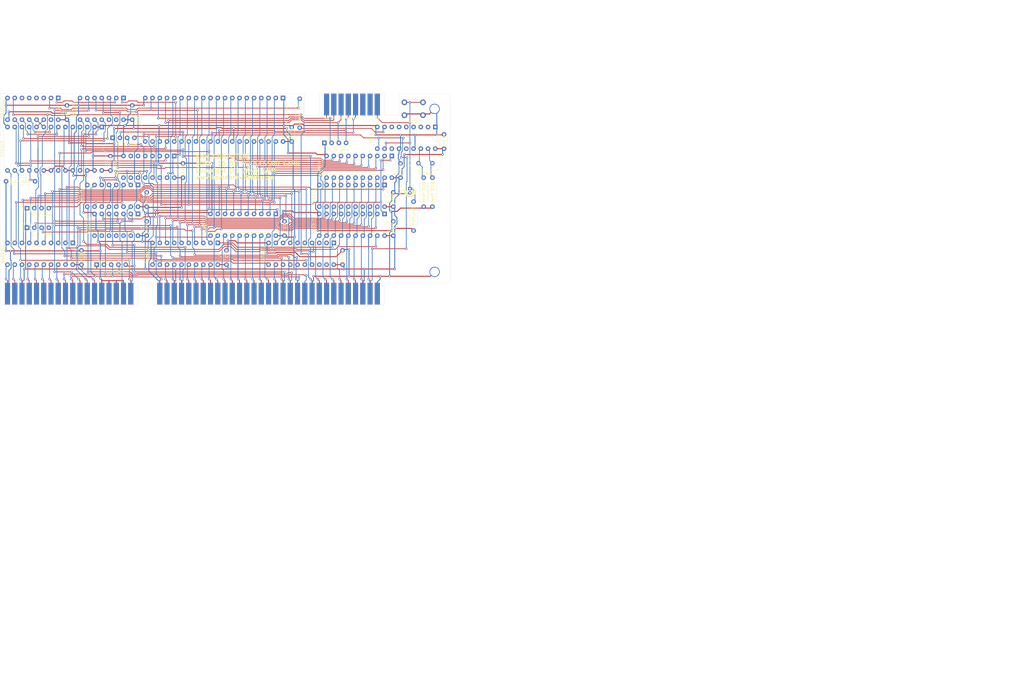
<source format=kicad_pcb>
(kicad_pcb (version 20171130) (host pcbnew "(5.1.8)-1")
  (layers (0 F.Cu signal) (31 B.Cu signal) (34 B.Paste user) (35 F.Paste user) (36 B.SilkS user) (37 F.SilkS user) (38 B.Mask user) (39 F.Mask user) (44 Edge.Cuts user))
  (net 0 "")
  (net 1 /5+)
  (net 2 /GND)
  (net 3 /5-)
  (net 4 /DRQ2)
  (net 5 /12-)
  (net 6 /12+)
  (net 7 /DACK3)
  (net 8 /DRQ3)
  (net 9 /DACK1)
  (net 10 /DRQ1)
  (net 11 /IRQ7)
  (net 12 /IRQ6)
  (net 13 /IRQ5)
  (net 14 /IRQ4)
  (net 15 /IRQ3)
  (net 16 /DACK2)
  (net 17 /TC)
  (net 18 /ALE)
  (net 19 /CH_CK)
  (net 20 /D7)
  (net 21 /D6)
  (net 22 /D5)
  (net 23 /D4)
  (net 24 /D3)
  (net 25 /D2)
  (net 26 /D1)
  (net 27 /D0)
  (net 28 /RDY1)
  (net 29 /AEN)
  (net 30 /A19)
  (net 31 /A18)
  (net 32 /A17)
  (net 33 /A16)
  (net 34 /A15)
  (net 35 /A14)
  (net 36 /A13)
  (net 37 /A12)
  (net 38 /A11)
  (net 39 /A10)
  (net 40 /A9)
  (net 41 /A8)
  (net 42 /A7)
  (net 43 /A6)
  (net 44 /A5)
  (net 45 /A4)
  (net 46 /A3)
  (net 47 /A2)
  (net 48 /A1)
  (net 49 /A0)
  (net 50 /IOWR)
  (net 51 /IORD)
  (net 52 /REFRQ)
  (net 53 /NC)
  (net 54 /OSC88)
  (net 55 /CLK88)
  (net 56 /HOLDA)
  (net 57 /HOLD)
  (net 58 /READY)
  (net 59 /RESET)
  (net 60 /NMI)
  (net 61 /BHE)
  (net 62 /D12)
  (net 63 /D10)
  (net 64 /D13)
  (net 65 /D11)
  (net 66 /D14)
  (net 67 /D15)
  (net 68 /D9)
  (net 69 /D8)
  (net 70 /MASTER)
  (net 71 "Net-(J2-Pad13)")
  (net 72 "Net-(J2-Pad10)")
  (net 73 "Net-(J2-Pad9)")
  (net 74 "Net-(J2-Pad14)")
  (net 75 "Net-(J2-Pad15)")
  (net 76 "Net-(J2-Pad11)")
  (net 77 "Net-(J2-Pad12)")
  (net 78 "Net-(J2-Pad8)")
  (net 79 /IOCS16)
  (net 80 /MEMCS16)
  (net 81 /SMRD)
  (net 82 /SMWR)
  (net 83 /IRQ9)
  (net 84 /CLK1)
  (net 85 /CLK_86)
  (net 86 /X2)
  (net 87 /X1)
  (net 88 /CS16)
  (net 89 /DEN_NOT_NORMAL)
  (net 90 /DEN_NORMAL)
  (net 91 /DEN)
  (net 92 "Net-(U1-Pad14)")
  (net 93 "Net-(U1-Pad12)")
  (net 94 "Net-(U1-Pad2)")
  (net 95 /RESET1)
  (net 96 /AD0)
  (net 97 /AD1)
  (net 98 /AD2)
  (net 99 /AD3)
  (net 100 /AD4)
  (net 101 /AD5)
  (net 102 /AD6)
  (net 103 /AD7)
  (net 104 /A16_)
  (net 105 /A17_)
  (net 106 /A18_)
  (net 107 /A19_)
  (net 108 /BHE_)
  (net 109 /DTR)
  (net 110 /AD15)
  (net 111 /INTR)
  (net 112 /RD)
  (net 113 /WR)
  (net 114 /IO_M)
  (net 115 /AD8)
  (net 116 /AD9)
  (net 117 /AD10)
  (net 118 /AD11)
  (net 119 /INTA)
  (net 120 /AD12)
  (net 121 /AD13)
  (net 122 /AD14)
  (net 123 "Net-(U16-Pad7)")
  (net 124 "Net-(U16-Pad6)")
  (net 125 "Net-(U16-Pad10)")
  (net 126 "Net-(U16-Pad9)")
  (net 127 "Net-(U7-Pad15)")
  (net 128 "Net-(U7-Pad6)")
  (net 129 "Net-(U7-Pad5)")
  (net 130 "Net-(U7-Pad4)")
  (net 131 "Net-(U7-Pad3)")
  (net 132 "Net-(U1-Pad5)")
  (net 133 /C0)
  (net 134 /C1)
  (net 135 /C2)
  (net 136 /C3)
  (net 137 /STOP_BIT)
  (net 138 /ALE_)
  (net 139 /RDWR)
  (net 140 /DATA_LATCH)
  (net 141 /DATA_E)
  (net 142 /BUS_ALE)
  (net 143 /BUS_BHE)
  (net 144 /BUS_A0)
  (net 145 "Net-(U5-Pad32)")
  (net 146 "Net-(U5-Pad29)")
  (net 147 /DATA_LATCH_)
  (net 148 /CS16_LATCHED)
  (net 149 /IO_M_)
  (net 150 "Net-(U3-Pad19)")
  (net 151 "Net-(U3-Pad18)")
  (net 152 "Net-(U3-Pad3)")
  (net 153 "Net-(U3-Pad2)")
  (net 154 "Net-(J1-Pad1)")
  (net 155 /READY_)
  (net 156 /BUS_ALE_)
  (net 157 "Net-(U1-Pad7)")
  (net 158 "Net-(U1-Pad6)")
  (net 159 "Net-(U1-Pad4)")
  (net 160 "Net-(U1-Pad3)")
  (net 161 "Net-(J1-Pad8)")
  (net 162 "Net-(J1-Pad7)")
  (net 163 "Net-(J1-Pad6)")
  (net 164 "Net-(J1-Pad5)")
  (net 165 "Net-(J1-Pad4)")
  (net 166 "Net-(J1-Pad3)")
  (net 167 "Net-(J1-Pad2)")
  (net 168 "Net-(J2-Pad7)")
  (net 169 "Net-(J2-Pad6)")
  (net 170 "Net-(J2-Pad5)")
  (net 171 "Net-(J2-Pad4)")
  (net 172 "Net-(J2-Pad3)")
  (net 173 "Net-(J1-Pad10)")
  (net 174 "Net-(J1-Pad11)")
  (net 175 /PU1)
  (net 176 "Net-(RN1-Pad4)")
  (module Resistor_THT:R_Array_SIP4 (layer F.Cu) (at 99.81438 104.8766)
    (fp_text reference RN5 hide)
    (fp_text value "5.1K ohm" (at 5.08 2.4) (layer F.SilkS))
    (pad 4 thru_hole oval (at 7.62 0) (size 1.6 1.6) (drill 0.8) (layers *.Cu *.Mask) (net 175 /PU1))
    (pad 3 thru_hole oval (at 5.08 0) (size 1.6 1.6) (drill 0.8) (layers *.Cu *.Mask) (net 28 /RDY1))
    (pad 2 thru_hole oval (at 2.54 0) (size 1.6 1.6) (drill 0.8) (layers *.Cu *.Mask) (net 58 /READY))
    (pad 1 thru_hole rect (at 0 0) (size 1.6 1.6) (drill 0.8) (layers *.Cu *.Mask) (net 1 /5+))
  )
  (module Resistor_THT:R_Axial_DIN0207_L6.3mm_D2.5mm_P10.16mm_Horizontal (layer F.Cu) (at 92.44838 95.4786)
    (fp_text reference R6 hide)
    (fp_text value "5.1K ohm" (at 5.08 0) (layer F.SilkS))
    (pad 2 thru_hole oval (at 10.16 0) (size 1.6 1.6) (drill 0.8) (layers *.Cu *.Mask) (net 137 /STOP_BIT))
    (pad 1 thru_hole circle (at 0 0) (size 1.6 1.6) (drill 0.8) (layers *.Cu *.Mask) (net 2 /GND))
  )
  (module Resistor_THT:R_Axial_DIN0207_L6.3mm_D2.5mm_P10.16mm_Horizontal (layer F.Cu) (at 235.19638 102.5906 270)
    (fp_text reference R5 hide)
    (fp_text value "10K ohm" (at 5.08 0 270 unlocked) (layer F.SilkS))
    (pad 2 thru_hole oval (at 10.16 0 270) (size 1.6 1.6) (drill 0.8) (layers *.Cu *.Mask) (net 1 /5+))
    (pad 1 thru_hole circle (at 0 0 270) (size 1.6 1.6) (drill 0.8) (layers *.Cu *.Mask) (net 59 /RESET))
  )
  (module Resistor_THT:R_Array_SIP4 (layer F.Cu) (at 203.95438 82.0166)
    (fp_text reference RN4 hide)
    (fp_text value "5.1K ohm" (at 5.08 2.4) (layer F.SilkS))
    (pad 4 thru_hole oval (at 7.62 0) (size 1.6 1.6) (drill 0.8) (layers *.Cu *.Mask) (net 57 /HOLD))
    (pad 3 thru_hole oval (at 5.08 0) (size 1.6 1.6) (drill 0.8) (layers *.Cu *.Mask) (net 60 /NMI))
    (pad 2 thru_hole oval (at 2.54 0) (size 1.6 1.6) (drill 0.8) (layers *.Cu *.Mask) (net 111 /INTR))
    (pad 1 thru_hole rect (at 0 0) (size 1.6 1.6) (drill 0.8) (layers *.Cu *.Mask) (net 2 /GND))
  )
  (module Resistor_THT:R_Array_SIP4 (layer F.Cu) (at 129.78638 80.2386)
    (fp_text reference RN3 hide)
    (fp_text value "5.1K ohm" (at 5.08 2.4) (layer F.SilkS))
    (pad 4 thru_hole oval (at 7.62 0) (size 1.6 1.6) (drill 0.8) (layers *.Cu *.Mask) (net 90 /DEN_NORMAL))
    (pad 3 thru_hole oval (at 5.08 0) (size 1.6 1.6) (drill 0.8) (layers *.Cu *.Mask) (net 89 /DEN_NOT_NORMAL))
    (pad 2 thru_hole oval (at 2.54 0) (size 1.6 1.6) (drill 0.8) (layers *.Cu *.Mask) (net 91 /DEN))
    (pad 1 thru_hole rect (at 0 0) (size 1.6 1.6) (drill 0.8) (layers *.Cu *.Mask) (net 1 /5+))
  )
  (module Resistor_THT:R_Array_SIP4 (layer F.Cu) (at 99.81438 111.7346)
    (fp_text reference RN1 hide)
    (fp_text value "5.1K ohm" (at 5.08 2.4) (layer F.SilkS))
    (pad 4 thru_hole oval (at 7.62 0) (size 1.6 1.6) (drill 0.8) (layers *.Cu *.Mask) (net 176 "Net-(RN1-Pad4)"))
    (pad 3 thru_hole oval (at 5.08 0) (size 1.6 1.6) (drill 0.8) (layers *.Cu *.Mask) (net 80 /MEMCS16))
    (pad 2 thru_hole oval (at 2.54 0) (size 1.6 1.6) (drill 0.8) (layers *.Cu *.Mask) (net 79 /IOCS16))
    (pad 1 thru_hole rect (at 0 0) (size 1.6 1.6) (drill 0.8) (layers *.Cu *.Mask) (net 1 /5+))
  )
  (module My:BUS_8_BIT (layer F.Cu) (at 222.49638 131.0386 270)
    (fp_text reference J9 hide)
    (fp_text value Bus_ISA_8bit hide)
    (pad 62 connect rect (at 3.81 76.2) (size 1.78 7.62) (layers F.Cu F.Mask) (net 144 /BUS_A0))
    (pad 61 connect rect (at 3.81 73.66) (size 1.78 7.62) (layers F.Cu F.Mask) (net 48 /A1))
    (pad 60 connect rect (at 3.81 71.12) (size 1.78 7.62) (layers F.Cu F.Mask) (net 47 /A2))
    (pad 59 connect rect (at 3.81 68.58) (size 1.78 7.62) (layers F.Cu F.Mask) (net 46 /A3))
    (pad 58 connect rect (at 3.81 66.04) (size 1.78 7.62) (layers F.Cu F.Mask) (net 45 /A4))
    (pad 57 connect rect (at 3.81 63.5) (size 1.78 7.62) (layers F.Cu F.Mask) (net 44 /A5))
    (pad 56 connect rect (at 3.81 60.96) (size 1.78 7.62) (layers F.Cu F.Mask) (net 43 /A6))
    (pad 55 connect rect (at 3.81 58.42) (size 1.78 7.62) (layers F.Cu F.Mask) (net 42 /A7))
    (pad 54 connect rect (at 3.81 55.88) (size 1.78 7.62) (layers F.Cu F.Mask) (net 41 /A8))
    (pad 53 connect rect (at 3.81 53.34) (size 1.78 7.62) (layers F.Cu F.Mask) (net 40 /A9))
    (pad 52 connect rect (at 3.81 50.8) (size 1.78 7.62) (layers F.Cu F.Mask) (net 39 /A10))
    (pad 51 connect rect (at 3.81 48.26) (size 1.78 7.62) (layers F.Cu F.Mask) (net 38 /A11))
    (pad 50 connect rect (at 3.81 45.72) (size 1.78 7.62) (layers F.Cu F.Mask) (net 37 /A12))
    (pad 49 connect rect (at 3.81 43.18) (size 1.78 7.62) (layers F.Cu F.Mask) (net 36 /A13))
    (pad 48 connect rect (at 3.81 40.64) (size 1.78 7.62) (layers F.Cu F.Mask) (net 35 /A14))
    (pad 47 connect rect (at 3.81 38.1) (size 1.78 7.62) (layers F.Cu F.Mask) (net 34 /A15))
    (pad 46 connect rect (at 3.81 35.56) (size 1.78 7.62) (layers F.Cu F.Mask) (net 33 /A16))
    (pad 45 connect rect (at 3.81 33.02) (size 1.78 7.62) (layers F.Cu F.Mask) (net 32 /A17))
    (pad 44 connect rect (at 3.81 30.48) (size 1.78 7.62) (layers F.Cu F.Mask) (net 31 /A18))
    (pad 43 connect rect (at 3.81 27.94) (size 1.78 7.62) (layers F.Cu F.Mask) (net 30 /A19))
    (pad 42 connect rect (at 3.81 25.4) (size 1.78 7.62) (layers F.Cu F.Mask) (net 29 /AEN))
    (pad 41 connect rect (at 3.81 22.86) (size 1.78 7.62) (layers F.Cu F.Mask) (net 28 /RDY1))
    (pad 40 connect rect (at 3.81 20.32) (size 1.78 7.62) (layers F.Cu F.Mask) (net 27 /D0))
    (pad 39 connect rect (at 3.81 17.78) (size 1.78 7.62) (layers F.Cu F.Mask) (net 26 /D1))
    (pad 38 connect rect (at 3.81 15.24) (size 1.78 7.62) (layers F.Cu F.Mask) (net 25 /D2))
    (pad 37 connect rect (at 3.81 12.7) (size 1.78 7.62) (layers F.Cu F.Mask) (net 24 /D3))
    (pad 36 connect rect (at 3.81 10.16) (size 1.78 7.62) (layers F.Cu F.Mask) (net 23 /D4))
    (pad 35 connect rect (at 3.81 7.62) (size 1.78 7.62) (layers F.Cu F.Mask) (net 22 /D5))
    (pad 34 connect rect (at 3.81 5.08) (size 1.78 7.62) (layers F.Cu F.Mask) (net 21 /D6))
    (pad 33 connect rect (at 3.81 2.54) (size 1.78 7.62) (layers F.Cu F.Mask) (net 20 /D7))
    (pad 32 connect rect (at 3.81 0) (size 1.78 7.62) (layers F.Cu F.Mask) (net 19 /CH_CK))
    (pad 31 connect rect (at 3.81 76.2) (size 1.78 7.62) (layers B.Cu B.Mask) (net 2 /GND))
    (pad 30 connect rect (at 3.81 73.66) (size 1.78 7.62) (layers B.Cu B.Mask) (net 54 /OSC88))
    (pad 29 connect rect (at 3.81 71.12) (size 1.78 7.62) (layers B.Cu B.Mask) (net 1 /5+))
    (pad 28 connect rect (at 3.81 68.58) (size 1.78 7.62) (layers B.Cu B.Mask) (net 156 /BUS_ALE_))
    (pad 27 connect rect (at 3.81 66.04) (size 1.78 7.62) (layers B.Cu B.Mask) (net 17 /TC))
    (pad 26 connect rect (at 3.81 63.5) (size 1.78 7.62) (layers B.Cu B.Mask) (net 16 /DACK2))
    (pad 25 connect rect (at 3.81 60.96) (size 1.78 7.62) (layers B.Cu B.Mask) (net 15 /IRQ3))
    (pad 24 connect rect (at 3.81 58.42) (size 1.78 7.62) (layers B.Cu B.Mask) (net 14 /IRQ4))
    (pad 23 connect rect (at 3.81 55.88) (size 1.78 7.62) (layers B.Cu B.Mask) (net 13 /IRQ5))
    (pad 22 connect rect (at 3.81 53.34) (size 1.78 7.62) (layers B.Cu B.Mask) (net 12 /IRQ6))
    (pad 21 connect rect (at 3.81 50.8) (size 1.78 7.62) (layers B.Cu B.Mask) (net 11 /IRQ7))
    (pad 20 connect rect (at 3.81 48.26) (size 1.78 7.62) (layers B.Cu B.Mask) (net 55 /CLK88))
    (pad 19 connect rect (at 3.81 45.72) (size 1.78 7.62) (layers B.Cu B.Mask) (net 52 /REFRQ))
    (pad 18 connect rect (at 3.81 43.18) (size 1.78 7.62) (layers B.Cu B.Mask) (net 10 /DRQ1))
    (pad 17 connect rect (at 3.81 40.64) (size 1.78 7.62) (layers B.Cu B.Mask) (net 9 /DACK1))
    (pad 16 connect rect (at 3.81 38.1) (size 1.78 7.62) (layers B.Cu B.Mask) (net 8 /DRQ3))
    (pad 15 connect rect (at 3.81 35.56) (size 1.78 7.62) (layers B.Cu B.Mask) (net 7 /DACK3))
    (pad 14 connect rect (at 3.81 33.02) (size 1.78 7.62) (layers B.Cu B.Mask) (net 51 /IORD))
    (pad 13 connect rect (at 3.81 30.48) (size 1.78 7.62) (layers B.Cu B.Mask) (net 50 /IOWR))
    (pad 12 connect rect (at 3.81 27.94) (size 1.78 7.62) (layers B.Cu B.Mask) (net 81 /SMRD))
    (pad 11 connect rect (at 3.81 25.4) (size 1.78 7.62) (layers B.Cu B.Mask) (net 82 /SMWR))
    (pad 10 connect rect (at 3.81 22.86) (size 1.78 7.62) (layers B.Cu B.Mask) (net 2 /GND))
    (pad 9 connect rect (at 3.81 20.32) (size 1.78 7.62) (layers B.Cu B.Mask) (net 6 /12+))
    (pad 8 connect rect (at 3.81 17.78) (size 1.78 7.62) (layers B.Cu B.Mask) (net 53 /NC))
    (pad 7 connect rect (at 3.81 15.24) (size 1.78 7.62) (layers B.Cu B.Mask) (net 5 /12-))
    (pad 6 connect rect (at 3.81 12.7) (size 1.78 7.62) (layers B.Cu B.Mask) (net 4 /DRQ2))
    (pad 5 connect rect (at 3.81 10.16) (size 1.78 7.62) (layers B.Cu B.Mask) (net 3 /5-))
    (pad 4 connect rect (at 3.81 7.62) (size 1.78 7.62) (layers B.Cu B.Mask) (net 83 /IRQ9))
    (pad 3 connect rect (at 3.81 5.08) (size 1.78 7.62) (layers B.Cu B.Mask) (net 1 /5+))
    (pad 2 connect rect (at 3.81 2.54) (size 1.78 7.62) (layers B.Cu B.Mask) (net 95 /RESET1))
    (pad 1 connect rect (at 3.81 0) (size 1.78 7.62) (layers B.Cu B.Mask) (net 2 /GND))
  )
  (module Resistor_THT:R_Array_SIP5 (layer F.Cu) (at 124.19838 124.6886)
    (fp_text reference RN2 hide)
    (fp_text value "5.1K ohm" (at 6.35 2.4) (layer F.SilkS))
    (pad 5 thru_hole oval (at 10.16 0) (size 1.6 1.6) (drill 0.8) (layers *.Cu *.Mask) (net 51 /IORD))
    (pad 4 thru_hole oval (at 7.62 0) (size 1.6 1.6) (drill 0.8) (layers *.Cu *.Mask) (net 50 /IOWR))
    (pad 3 thru_hole oval (at 5.08 0) (size 1.6 1.6) (drill 0.8) (layers *.Cu *.Mask) (net 81 /SMRD))
    (pad 2 thru_hole oval (at 2.54 0) (size 1.6 1.6) (drill 0.8) (layers *.Cu *.Mask) (net 82 /SMWR))
    (pad 1 thru_hole rect (at 0 0) (size 1.6 1.6) (drill 0.8) (layers *.Cu *.Mask) (net 1 /5+))
  )
  (module Capacitor_THT:C_Disc_D4.3mm_W1.9mm_P5.00mm (layer F.Cu) (at 136.64438 68.8886 270)
    (fp_text reference C12 hide)
    (fp_text value 0.1uF (at 2.46 0 270 unlocked) (layer F.SilkS))
    (pad 2 thru_hole circle (at 5 0 270) (size 1.6 1.6) (drill 0.8) (layers *.Cu *.Mask) (net 1 /5+))
    (pad 1 thru_hole circle (at 0 0 270) (size 1.6 1.6) (drill 0.8) (layers *.Cu *.Mask) (net 2 /GND))
  )
  (module Capacitor_THT:C_Disc_D4.3mm_W1.9mm_P5.00mm (layer F.Cu) (at 154.42438 89.2086 270)
    (fp_text reference C16 hide)
    (fp_text value 0.1uF (at 2.46 0 270 unlocked) (layer F.SilkS))
    (pad 2 thru_hole circle (at 5 0 270) (size 1.6 1.6) (drill 0.8) (layers *.Cu *.Mask) (net 1 /5+))
    (pad 1 thru_hole circle (at 0 0 270) (size 1.6 1.6) (drill 0.8) (layers *.Cu *.Mask) (net 2 /GND))
  )
  (module Resistor_THT:R_Axial_DIN0207_L6.3mm_D2.5mm_P10.16mm_Horizontal (layer F.Cu) (at 241.80038 104.3686 90)
    (fp_text reference R4 hide)
    (fp_text value "510 ohm" (at 5.08 0 270 unlocked) (layer F.SilkS))
    (pad 2 thru_hole oval (at 10.16 0 90) (size 1.6 1.6) (drill 0.8) (layers *.Cu *.Mask) (net 87 /X1))
    (pad 1 thru_hole circle (at 0 0 90) (size 1.6 1.6) (drill 0.8) (layers *.Cu *.Mask) (net 2 /GND))
  )
  (module Resistor_THT:R_Axial_DIN0207_L6.3mm_D2.5mm_P10.16mm_Horizontal (layer F.Cu) (at 238.75238 104.3686 90)
    (fp_text reference R3 hide)
    (fp_text value "510 ohm" (at 5.08 0 270 unlocked) (layer F.SilkS))
    (pad 2 thru_hole oval (at 10.16 0 90) (size 1.6 1.6) (drill 0.8) (layers *.Cu *.Mask) (net 86 /X2))
    (pad 1 thru_hole circle (at 0 0 90) (size 1.6 1.6) (drill 0.8) (layers *.Cu *.Mask) (net 2 /GND))
  )
  (module Capacitor_THT:C_Disc_D4.3mm_W1.9mm_P5.00mm (layer F.Cu) (at 129.02438 86.6686 270)
    (fp_text reference C18 hide)
    (fp_text value 0.1uF (at 2.46 0 270 unlocked) (layer F.SilkS))
    (pad 2 thru_hole circle (at 5 0 270) (size 1.6 1.6) (drill 0.8) (layers *.Cu *.Mask) (net 1 /5+))
    (pad 1 thru_hole circle (at 0 0 270) (size 1.6 1.6) (drill 0.8) (layers *.Cu *.Mask) (net 2 /GND))
  )
  (module Button_Switch_THT:SW_PUSH_6mm (layer F.Cu) (at 231.99838 67.7926)
    (fp_text reference SW1 hide)
    (fp_text value RESET (at 3.75 6.7) (layer F.SilkS))
    (pad 1 thru_hole circle (at 6.5 0 90) (size 2 2) (drill 1.1) (layers *.Cu *.Mask) (net 59 /RESET))
    (pad 2 thru_hole circle (at 6.5 4.5 90) (size 2 2) (drill 1.1) (layers *.Cu *.Mask) (net 2 /GND))
    (pad 1 thru_hole circle (at 0 0 90) (size 2 2) (drill 1.1) (layers *.Cu *.Mask) (net 59 /RESET))
    (pad 2 thru_hole circle (at 0 4.5 90) (size 2 2) (drill 1.1) (layers *.Cu *.Mask) (net 2 /GND))
  )
  (module Capacitor_THT:CP_Radial_D4.0mm_P1.50mm (layer F.Cu) (at 233.92638 98.0426 270)
    (fp_text reference C25 hide)
    (fp_text value 4.7uF (at 0.75 3.25 270 unlocked) (layer F.SilkS))
    (pad 2 thru_hole circle (at 1.5 0 270) (size 1.2 1.2) (drill 0.6) (layers *.Cu *.Mask) (net 2 /GND))
    (pad 1 thru_hole rect (at 0 0 270) (size 1.2 1.2) (drill 0.6) (layers *.Cu *.Mask) (net 59 /RESET))
  )
  (module Capacitor_THT:C_Disc_D4.3mm_W1.9mm_P5.00mm (layer F.Cu) (at 113.78438 68.8886 270)
    (fp_text reference C7 hide)
    (fp_text value 0.1uF (at 2.46 0 270 unlocked) (layer F.SilkS))
    (pad 2 thru_hole circle (at 5 0 270) (size 1.6 1.6) (drill 0.8) (layers *.Cu *.Mask) (net 1 /5+))
    (pad 1 thru_hole circle (at 0 0 270) (size 1.6 1.6) (drill 0.8) (layers *.Cu *.Mask) (net 2 /GND))
  )
  (module Crystal:Crystal_HC18-U_Vertical (layer F.Cu) (at 236.90038 89.1286)
    (fp_text reference Y1 hide)
    (fp_text value Crystal (at 2.45 3.525) (layer F.SilkS))
    (pad 2 thru_hole circle (at 4.9 0) (size 1.5 1.5) (drill 0.8) (layers *.Cu *.Mask) (net 87 /X1))
    (pad 1 thru_hole circle (at 0 0) (size 1.5 1.5) (drill 0.8) (layers *.Cu *.Mask) (net 86 /X2))
  )
  (module Resistor_THT:R_Axial_DIN0207_L6.3mm_D2.5mm_P10.16mm_Horizontal (layer F.Cu) (at 195.31838 66.5226 270)
    (fp_text reference R2 hide)
    (fp_text value "27 ohm" (at 5.08 0 270 unlocked) (layer F.SilkS))
    (pad 2 thru_hole oval (at 10.16 0 270) (size 1.6 1.6) (drill 0.8) (layers *.Cu *.Mask) (net 84 /CLK1))
    (pad 1 thru_hole circle (at 0 0 270) (size 1.6 1.6) (drill 0.8) (layers *.Cu *.Mask) (net 85 /CLK_86))
  )
  (module Capacitor_THT:C_Disc_D4.3mm_W1.9mm_P5.00mm (layer F.Cu) (at 189.98438 109.5286 270)
    (fp_text reference C14 hide)
    (fp_text value 0.1uF (at 2.46 0 270 unlocked) (layer F.SilkS))
    (pad 2 thru_hole circle (at 5 0 270) (size 1.6 1.6) (drill 0.8) (layers *.Cu *.Mask) (net 1 /5+))
    (pad 1 thru_hole circle (at 0 0 270) (size 1.6 1.6) (drill 0.8) (layers *.Cu *.Mask) (net 2 /GND))
  )
  (module Capacitor_THT:C_Disc_D4.3mm_W1.9mm_P5.00mm (layer F.Cu) (at 141.72438 109.5286 270)
    (fp_text reference C13 hide)
    (fp_text value 0.1uF (at 2.46 0 270 unlocked) (layer F.SilkS))
    (pad 2 thru_hole circle (at 5 0 270) (size 1.6 1.6) (drill 0.8) (layers *.Cu *.Mask) (net 1 /5+))
    (pad 1 thru_hole circle (at 0 0 270) (size 1.6 1.6) (drill 0.8) (layers *.Cu *.Mask) (net 2 /GND))
  )
  (module Capacitor_THT:C_Disc_D4.3mm_W1.9mm_P5.00mm (layer F.Cu) (at 118.86438 119.6886 270)
    (fp_text reference C11 hide)
    (fp_text value 0.1uF (at 2.46 0 270 unlocked) (layer F.SilkS))
    (pad 2 thru_hole circle (at 5 0 270) (size 1.6 1.6) (drill 0.8) (layers *.Cu *.Mask) (net 1 /5+))
    (pad 1 thru_hole circle (at 0 0 270) (size 1.6 1.6) (drill 0.8) (layers *.Cu *.Mask) (net 2 /GND))
  )
  (module Capacitor_THT:C_Disc_D4.3mm_W1.9mm_P5.00mm (layer F.Cu) (at 230.62438 89.2086 270)
    (fp_text reference C9 hide)
    (fp_text value 0.1uF (at 2.46 0 270 unlocked) (layer F.SilkS))
    (pad 2 thru_hole circle (at 5 0 270) (size 1.6 1.6) (drill 0.8) (layers *.Cu *.Mask) (net 1 /5+))
    (pad 1 thru_hole circle (at 0 0 270) (size 1.6 1.6) (drill 0.8) (layers *.Cu *.Mask) (net 2 /GND))
  )
  (module Capacitor_THT:C_Disc_D4.3mm_W1.9mm_P5.00mm (layer F.Cu) (at 141.72438 99.3686 270)
    (fp_text reference C8 hide)
    (fp_text value 0.1uF (at 2.46 0 270 unlocked) (layer F.SilkS))
    (pad 2 thru_hole circle (at 5 0 270) (size 1.6 1.6) (drill 0.8) (layers *.Cu *.Mask) (net 1 /5+))
    (pad 1 thru_hole circle (at 0 0 270) (size 1.6 1.6) (drill 0.8) (layers *.Cu *.Mask) (net 2 /GND))
  )
  (module Capacitor_THT:C_Disc_D4.3mm_W1.9mm_P5.00mm (layer F.Cu) (at 228.08438 99.3686 270)
    (fp_text reference C6 hide)
    (fp_text value 0.1uF (at 2.46 0 270 unlocked) (layer F.SilkS))
    (pad 2 thru_hole circle (at 5 0 270) (size 1.6 1.6) (drill 0.8) (layers *.Cu *.Mask) (net 1 /5+))
    (pad 1 thru_hole circle (at 0 0 270) (size 1.6 1.6) (drill 0.8) (layers *.Cu *.Mask) (net 2 /GND))
  )
  (module Capacitor_THT:C_Disc_D4.3mm_W1.9mm_P5.00mm (layer F.Cu) (at 192.52438 76.5086 270)
    (fp_text reference C5 hide)
    (fp_text value 0.1uF (at 2.46 0 270 unlocked) (layer F.SilkS))
    (pad 2 thru_hole circle (at 5 0 270) (size 1.6 1.6) (drill 0.8) (layers *.Cu *.Mask) (net 1 /5+))
    (pad 1 thru_hole circle (at 0 0 270) (size 1.6 1.6) (drill 0.8) (layers *.Cu *.Mask) (net 2 /GND))
  )
  (module Capacitor_THT:C_Disc_D4.3mm_W1.9mm_P5.00mm (layer F.Cu) (at 228.08438 109.5286 270)
    (fp_text reference C4 hide)
    (fp_text value 0.1uF (at 2.46 0 270 unlocked) (layer F.SilkS))
    (pad 2 thru_hole circle (at 5 0 270) (size 1.6 1.6) (drill 0.8) (layers *.Cu *.Mask) (net 1 /5+))
    (pad 1 thru_hole circle (at 0 0 270) (size 1.6 1.6) (drill 0.8) (layers *.Cu *.Mask) (net 2 /GND))
  )
  (module Capacitor_THT:C_Disc_D4.3mm_W1.9mm_P5.00mm (layer F.Cu) (at 210.30438 119.6886 270)
    (fp_text reference C3 hide)
    (fp_text value 0.1uF (at 2.46 0 270 unlocked) (layer F.SilkS))
    (pad 2 thru_hole circle (at 5 0 270) (size 1.6 1.6) (drill 0.8) (layers *.Cu *.Mask) (net 1 /5+))
    (pad 1 thru_hole circle (at 0 0 270) (size 1.6 1.6) (drill 0.8) (layers *.Cu *.Mask) (net 2 /GND))
  )
  (module Capacitor_THT:C_Disc_D4.3mm_W1.9mm_P5.00mm (layer F.Cu) (at 169.66438 119.6886 270)
    (fp_text reference C2 hide)
    (fp_text value 0.1uF (at 2.46 0 270 unlocked) (layer F.SilkS))
    (pad 2 thru_hole circle (at 5 0 270) (size 1.6 1.6) (drill 0.8) (layers *.Cu *.Mask) (net 1 /5+))
    (pad 1 thru_hole circle (at 0 0 270) (size 1.6 1.6) (drill 0.8) (layers *.Cu *.Mask) (net 2 /GND))
  )
  (module Capacitor_THT:C_Disc_D4.3mm_W1.9mm_P5.00mm (layer F.Cu) (at 245.86438 79.0486 270)
    (fp_text reference C1 hide)
    (fp_text value 0.1uF (at 2.46 0 270 unlocked) (layer F.SilkS))
    (pad 2 thru_hole circle (at 5 0 270) (size 1.6 1.6) (drill 0.8) (layers *.Cu *.Mask) (net 1 /5+))
    (pad 1 thru_hole circle (at 0 0 270) (size 1.6 1.6) (drill 0.8) (layers *.Cu *.Mask) (net 2 /GND))
  )
  (module Package_DIP:DIP-20_W7.62mm (layer F.Cu) (at 166.61638 117.0686 270)
    (fp_text reference U2 hide)
    (fp_text value 74LS573 (at 3.81 25.19 270 unlocked) (layer F.SilkS))
    (pad 20 thru_hole oval (at 7.62 0 270) (size 1.6 1.6) (drill 0.8) (layers *.Cu *.Mask) (net 1 /5+))
    (pad 10 thru_hole oval (at 0 22.86 270) (size 1.6 1.6) (drill 0.8) (layers *.Cu *.Mask) (net 2 /GND))
    (pad 19 thru_hole oval (at 7.62 2.54 270) (size 1.6 1.6) (drill 0.8) (layers *.Cu *.Mask) (net 42 /A7))
    (pad 9 thru_hole oval (at 0 20.32 270) (size 1.6 1.6) (drill 0.8) (layers *.Cu *.Mask) (net 96 /AD0))
    (pad 18 thru_hole oval (at 7.62 5.08 270) (size 1.6 1.6) (drill 0.8) (layers *.Cu *.Mask) (net 43 /A6))
    (pad 8 thru_hole oval (at 0 17.78 270) (size 1.6 1.6) (drill 0.8) (layers *.Cu *.Mask) (net 97 /AD1))
    (pad 17 thru_hole oval (at 7.62 7.62 270) (size 1.6 1.6) (drill 0.8) (layers *.Cu *.Mask) (net 44 /A5))
    (pad 7 thru_hole oval (at 0 15.24 270) (size 1.6 1.6) (drill 0.8) (layers *.Cu *.Mask) (net 98 /AD2))
    (pad 16 thru_hole oval (at 7.62 10.16 270) (size 1.6 1.6) (drill 0.8) (layers *.Cu *.Mask) (net 45 /A4))
    (pad 6 thru_hole oval (at 0 12.7 270) (size 1.6 1.6) (drill 0.8) (layers *.Cu *.Mask) (net 99 /AD3))
    (pad 15 thru_hole oval (at 7.62 12.7 270) (size 1.6 1.6) (drill 0.8) (layers *.Cu *.Mask) (net 46 /A3))
    (pad 5 thru_hole oval (at 0 10.16 270) (size 1.6 1.6) (drill 0.8) (layers *.Cu *.Mask) (net 100 /AD4))
    (pad 14 thru_hole oval (at 7.62 15.24 270) (size 1.6 1.6) (drill 0.8) (layers *.Cu *.Mask) (net 47 /A2))
    (pad 4 thru_hole oval (at 0 7.62 270) (size 1.6 1.6) (drill 0.8) (layers *.Cu *.Mask) (net 101 /AD5))
    (pad 13 thru_hole oval (at 7.62 17.78 270) (size 1.6 1.6) (drill 0.8) (layers *.Cu *.Mask) (net 48 /A1))
    (pad 3 thru_hole oval (at 0 5.08 270) (size 1.6 1.6) (drill 0.8) (layers *.Cu *.Mask) (net 102 /AD6))
    (pad 12 thru_hole oval (at 7.62 20.32 270) (size 1.6 1.6) (drill 0.8) (layers *.Cu *.Mask) (net 49 /A0))
    (pad 2 thru_hole oval (at 0 2.54 270) (size 1.6 1.6) (drill 0.8) (layers *.Cu *.Mask) (net 103 /AD7))
    (pad 11 thru_hole oval (at 7.62 22.86 270) (size 1.6 1.6) (drill 0.8) (layers *.Cu *.Mask) (net 18 /ALE))
    (pad 1 thru_hole rect (at 0 0 270) (size 1.6 1.6) (drill 0.8) (layers *.Cu *.Mask) (net 56 /HOLDA))
  )
  (module Package_DIP:DIP-28_W15.24mm (layer F.Cu) (at 125.97638 76.4286 270)
    (fp_text reference U18 hide)
    (fp_text value 27C512 (at 7.62 34.798 270 unlocked) (layer F.SilkS))
    (pad 28 thru_hole oval (at 15.24 0 270) (size 1.6 1.6) (drill 0.8) (layers *.Cu *.Mask) (net 1 /5+))
    (pad 14 thru_hole oval (at 0 33.02 270) (size 1.6 1.6) (drill 0.8) (layers *.Cu *.Mask) (net 2 /GND))
    (pad 27 thru_hole oval (at 15.24 2.54 270) (size 1.6 1.6) (drill 0.8) (layers *.Cu *.Mask) (net 2 /GND))
    (pad 13 thru_hole oval (at 0 30.48 270) (size 1.6 1.6) (drill 0.8) (layers *.Cu *.Mask) (net 139 /RDWR))
    (pad 26 thru_hole oval (at 15.24 5.08 270) (size 1.6 1.6) (drill 0.8) (layers *.Cu *.Mask) (net 2 /GND))
    (pad 12 thru_hole oval (at 0 27.94 270) (size 1.6 1.6) (drill 0.8) (layers *.Cu *.Mask) (net 140 /DATA_LATCH))
    (pad 25 thru_hole oval (at 15.24 7.62 270) (size 1.6 1.6) (drill 0.8) (layers *.Cu *.Mask) (net 119 /INTA))
    (pad 11 thru_hole oval (at 0 25.4 270) (size 1.6 1.6) (drill 0.8) (layers *.Cu *.Mask) (net 141 /DATA_E))
    (pad 24 thru_hole oval (at 15.24 10.16 270) (size 1.6 1.6) (drill 0.8) (layers *.Cu *.Mask) (net 2 /GND))
    (pad 10 thru_hole oval (at 0 22.86 270) (size 1.6 1.6) (drill 0.8) (layers *.Cu *.Mask) (net 133 /C0))
    (pad 23 thru_hole oval (at 15.24 12.7 270) (size 1.6 1.6) (drill 0.8) (layers *.Cu *.Mask) (net 2 /GND))
    (pad 9 thru_hole oval (at 0 20.32 270) (size 1.6 1.6) (drill 0.8) (layers *.Cu *.Mask) (net 134 /C1))
    (pad 22 thru_hole oval (at 15.24 15.24 270) (size 1.6 1.6) (drill 0.8) (layers *.Cu *.Mask) (net 56 /HOLDA))
    (pad 8 thru_hole oval (at 0 17.78 270) (size 1.6 1.6) (drill 0.8) (layers *.Cu *.Mask) (net 135 /C2))
    (pad 21 thru_hole oval (at 15.24 17.78 270) (size 1.6 1.6) (drill 0.8) (layers *.Cu *.Mask) (net 2 /GND))
    (pad 7 thru_hole oval (at 0 15.24 270) (size 1.6 1.6) (drill 0.8) (layers *.Cu *.Mask) (net 136 /C3))
    (pad 20 thru_hole oval (at 15.24 20.32 270) (size 1.6 1.6) (drill 0.8) (layers *.Cu *.Mask) (net 2 /GND))
    (pad 6 thru_hole oval (at 0 12.7 270) (size 1.6 1.6) (drill 0.8) (layers *.Cu *.Mask) (net 49 /A0))
    (pad 19 thru_hole oval (at 15.24 22.86 270) (size 1.6 1.6) (drill 0.8) (layers *.Cu *.Mask) (net 58 /READY))
    (pad 5 thru_hole oval (at 0 10.16 270) (size 1.6 1.6) (drill 0.8) (layers *.Cu *.Mask) (net 61 /BHE))
    (pad 18 thru_hole oval (at 15.24 25.4 270) (size 1.6 1.6) (drill 0.8) (layers *.Cu *.Mask) (net 137 /STOP_BIT))
    (pad 4 thru_hole oval (at 0 7.62 270) (size 1.6 1.6) (drill 0.8) (layers *.Cu *.Mask) (net 109 /DTR))
    (pad 17 thru_hole oval (at 15.24 27.94 270) (size 1.6 1.6) (drill 0.8) (layers *.Cu *.Mask) (net 142 /BUS_ALE))
    (pad 3 thru_hole oval (at 0 5.08 270) (size 1.6 1.6) (drill 0.8) (layers *.Cu *.Mask) (net 148 /CS16_LATCHED))
    (pad 16 thru_hole oval (at 15.24 30.48 270) (size 1.6 1.6) (drill 0.8) (layers *.Cu *.Mask) (net 143 /BUS_BHE))
    (pad 2 thru_hole oval (at 0 2.54 270) (size 1.6 1.6) (drill 0.8) (layers *.Cu *.Mask) (net 2 /GND))
    (pad 15 thru_hole oval (at 15.24 33.02 270) (size 1.6 1.6) (drill 0.8) (layers *.Cu *.Mask) (net 144 /BUS_A0))
    (pad 1 thru_hole rect (at 0 0 270) (size 1.6 1.6) (drill 0.8) (layers *.Cu *.Mask) (net 2 /GND))
  )
  (module Package_DIP:DIP-16_W7.62mm (layer F.Cu) (at 110.73638 66.2686 270)
    (fp_text reference U7 hide)
    (fp_text value 74LS161 (at 3.81 19.558 270 unlocked) (layer F.SilkS))
    (pad 16 thru_hole oval (at 7.62 0 270) (size 1.6 1.6) (drill 0.8) (layers *.Cu *.Mask) (net 1 /5+))
    (pad 8 thru_hole oval (at 0 17.78 270) (size 1.6 1.6) (drill 0.8) (layers *.Cu *.Mask) (net 2 /GND))
    (pad 15 thru_hole oval (at 7.62 2.54 270) (size 1.6 1.6) (drill 0.8) (layers *.Cu *.Mask) (net 127 "Net-(U7-Pad15)"))
    (pad 7 thru_hole oval (at 0 15.24 270) (size 1.6 1.6) (drill 0.8) (layers *.Cu *.Mask) (net 28 /RDY1))
    (pad 14 thru_hole oval (at 7.62 5.08 270) (size 1.6 1.6) (drill 0.8) (layers *.Cu *.Mask) (net 133 /C0))
    (pad 6 thru_hole oval (at 0 12.7 270) (size 1.6 1.6) (drill 0.8) (layers *.Cu *.Mask) (net 128 "Net-(U7-Pad6)"))
    (pad 13 thru_hole oval (at 7.62 7.62 270) (size 1.6 1.6) (drill 0.8) (layers *.Cu *.Mask) (net 134 /C1))
    (pad 5 thru_hole oval (at 0 10.16 270) (size 1.6 1.6) (drill 0.8) (layers *.Cu *.Mask) (net 129 "Net-(U7-Pad5)"))
    (pad 12 thru_hole oval (at 7.62 10.16 270) (size 1.6 1.6) (drill 0.8) (layers *.Cu *.Mask) (net 135 /C2))
    (pad 4 thru_hole oval (at 0 7.62 270) (size 1.6 1.6) (drill 0.8) (layers *.Cu *.Mask) (net 130 "Net-(U7-Pad4)"))
    (pad 11 thru_hole oval (at 7.62 12.7 270) (size 1.6 1.6) (drill 0.8) (layers *.Cu *.Mask) (net 136 /C3))
    (pad 3 thru_hole oval (at 0 5.08 270) (size 1.6 1.6) (drill 0.8) (layers *.Cu *.Mask) (net 131 "Net-(U7-Pad3)"))
    (pad 10 thru_hole oval (at 7.62 15.24 270) (size 1.6 1.6) (drill 0.8) (layers *.Cu *.Mask) (net 137 /STOP_BIT))
    (pad 2 thru_hole oval (at 0 2.54 270) (size 1.6 1.6) (drill 0.8) (layers *.Cu *.Mask) (net 85 /CLK_86))
    (pad 9 thru_hole oval (at 7.62 17.78 270) (size 1.6 1.6) (drill 0.8) (layers *.Cu *.Mask) (net 1 /5+))
    (pad 1 thru_hole rect (at 0 0 270) (size 1.6 1.6) (drill 0.8) (layers *.Cu *.Mask) (net 138 /ALE_))
  )
  (module Package_DIP:DIP-20_W7.62mm (layer F.Cu) (at 225.03638 96.7486 270)
    (fp_text reference U6 hide)
    (fp_text value 74LS573 (at 3.81 25.19 270 unlocked) (layer F.SilkS))
    (pad 20 thru_hole oval (at 7.62 0 270) (size 1.6 1.6) (drill 0.8) (layers *.Cu *.Mask) (net 1 /5+))
    (pad 10 thru_hole oval (at 0 22.86 270) (size 1.6 1.6) (drill 0.8) (layers *.Cu *.Mask) (net 2 /GND))
    (pad 19 thru_hole oval (at 7.62 2.54 270) (size 1.6 1.6) (drill 0.8) (layers *.Cu *.Mask) (net 103 /AD7))
    (pad 9 thru_hole oval (at 0 20.32 270) (size 1.6 1.6) (drill 0.8) (layers *.Cu *.Mask) (net 27 /D0))
    (pad 18 thru_hole oval (at 7.62 5.08 270) (size 1.6 1.6) (drill 0.8) (layers *.Cu *.Mask) (net 102 /AD6))
    (pad 8 thru_hole oval (at 0 17.78 270) (size 1.6 1.6) (drill 0.8) (layers *.Cu *.Mask) (net 26 /D1))
    (pad 17 thru_hole oval (at 7.62 7.62 270) (size 1.6 1.6) (drill 0.8) (layers *.Cu *.Mask) (net 101 /AD5))
    (pad 7 thru_hole oval (at 0 15.24 270) (size 1.6 1.6) (drill 0.8) (layers *.Cu *.Mask) (net 25 /D2))
    (pad 16 thru_hole oval (at 7.62 10.16 270) (size 1.6 1.6) (drill 0.8) (layers *.Cu *.Mask) (net 100 /AD4))
    (pad 6 thru_hole oval (at 0 12.7 270) (size 1.6 1.6) (drill 0.8) (layers *.Cu *.Mask) (net 24 /D3))
    (pad 15 thru_hole oval (at 7.62 12.7 270) (size 1.6 1.6) (drill 0.8) (layers *.Cu *.Mask) (net 99 /AD3))
    (pad 5 thru_hole oval (at 0 10.16 270) (size 1.6 1.6) (drill 0.8) (layers *.Cu *.Mask) (net 23 /D4))
    (pad 14 thru_hole oval (at 7.62 15.24 270) (size 1.6 1.6) (drill 0.8) (layers *.Cu *.Mask) (net 98 /AD2))
    (pad 4 thru_hole oval (at 0 7.62 270) (size 1.6 1.6) (drill 0.8) (layers *.Cu *.Mask) (net 22 /D5))
    (pad 13 thru_hole oval (at 7.62 17.78 270) (size 1.6 1.6) (drill 0.8) (layers *.Cu *.Mask) (net 97 /AD1))
    (pad 3 thru_hole oval (at 0 5.08 270) (size 1.6 1.6) (drill 0.8) (layers *.Cu *.Mask) (net 21 /D6))
    (pad 12 thru_hole oval (at 7.62 20.32 270) (size 1.6 1.6) (drill 0.8) (layers *.Cu *.Mask) (net 96 /AD0))
    (pad 2 thru_hole oval (at 0 2.54 270) (size 1.6 1.6) (drill 0.8) (layers *.Cu *.Mask) (net 20 /D7))
    (pad 11 thru_hole oval (at 7.62 22.86 270) (size 1.6 1.6) (drill 0.8) (layers *.Cu *.Mask) (net 147 /DATA_LATCH_))
    (pad 1 thru_hole rect (at 0 0 270) (size 1.6 1.6) (drill 0.8) (layers *.Cu *.Mask) (net 89 /DEN_NOT_NORMAL))
  )
  (module Package_DIP:DIP-14_W7.62mm (layer F.Cu) (at 133.59638 66.2686 270)
    (fp_text reference U17 hide)
    (fp_text value 74LS04 (at 3.81 17.57 270 unlocked) (layer F.SilkS))
    (pad 14 thru_hole oval (at 7.62 0 270) (size 1.6 1.6) (drill 0.8) (layers *.Cu *.Mask) (net 1 /5+))
    (pad 7 thru_hole oval (at 0 15.24 270) (size 1.6 1.6) (drill 0.8) (layers *.Cu *.Mask) (net 2 /GND))
    (pad 13 thru_hole oval (at 7.62 2.54 270) (size 1.6 1.6) (drill 0.8) (layers *.Cu *.Mask))
    (pad 6 thru_hole oval (at 0 12.7 270) (size 1.6 1.6) (drill 0.8) (layers *.Cu *.Mask) (net 149 /IO_M_))
    (pad 12 thru_hole oval (at 7.62 5.08 270) (size 1.6 1.6) (drill 0.8) (layers *.Cu *.Mask))
    (pad 5 thru_hole oval (at 0 10.16 270) (size 1.6 1.6) (drill 0.8) (layers *.Cu *.Mask) (net 114 /IO_M))
    (pad 11 thru_hole oval (at 7.62 7.62 270) (size 1.6 1.6) (drill 0.8) (layers *.Cu *.Mask) (net 142 /BUS_ALE))
    (pad 4 thru_hole oval (at 0 7.62 270) (size 1.6 1.6) (drill 0.8) (layers *.Cu *.Mask) (net 147 /DATA_LATCH_))
    (pad 10 thru_hole oval (at 7.62 10.16 270) (size 1.6 1.6) (drill 0.8) (layers *.Cu *.Mask) (net 156 /BUS_ALE_))
    (pad 3 thru_hole oval (at 0 5.08 270) (size 1.6 1.6) (drill 0.8) (layers *.Cu *.Mask) (net 140 /DATA_LATCH))
    (pad 9 thru_hole oval (at 7.62 12.7 270) (size 1.6 1.6) (drill 0.8) (layers *.Cu *.Mask) (net 58 /READY))
    (pad 2 thru_hole oval (at 0 2.54 270) (size 1.6 1.6) (drill 0.8) (layers *.Cu *.Mask) (net 138 /ALE_))
    (pad 8 thru_hole oval (at 7.62 15.24 270) (size 1.6 1.6) (drill 0.8) (layers *.Cu *.Mask) (net 155 /READY_))
    (pad 1 thru_hole rect (at 0 0 270) (size 1.6 1.6) (drill 0.8) (layers *.Cu *.Mask) (net 18 /ALE))
  )
  (module Package_DIP:DIP-16_W7.62mm (layer F.Cu) (at 151.37638 86.5886 270)
    (fp_text reference U16 hide)
    (fp_text value 74LS139 (at 3.81 20.11 270 unlocked) (layer F.SilkS))
    (pad 16 thru_hole oval (at 7.62 0 270) (size 1.6 1.6) (drill 0.8) (layers *.Cu *.Mask) (net 1 /5+))
    (pad 8 thru_hole oval (at 0 17.78 270) (size 1.6 1.6) (drill 0.8) (layers *.Cu *.Mask) (net 2 /GND))
    (pad 15 thru_hole oval (at 7.62 2.54 270) (size 1.6 1.6) (drill 0.8) (layers *.Cu *.Mask) (net 91 /DEN))
    (pad 7 thru_hole oval (at 0 15.24 270) (size 1.6 1.6) (drill 0.8) (layers *.Cu *.Mask) (net 123 "Net-(U16-Pad7)"))
    (pad 14 thru_hole oval (at 7.62 5.08 270) (size 1.6 1.6) (drill 0.8) (layers *.Cu *.Mask) (net 109 /DTR))
    (pad 6 thru_hole oval (at 0 12.7 270) (size 1.6 1.6) (drill 0.8) (layers *.Cu *.Mask) (net 124 "Net-(U16-Pad6)"))
    (pad 13 thru_hole oval (at 7.62 7.62 270) (size 1.6 1.6) (drill 0.8) (layers *.Cu *.Mask) (net 139 /RDWR))
    (pad 5 thru_hole oval (at 0 10.16 270) (size 1.6 1.6) (drill 0.8) (layers *.Cu *.Mask) (net 89 /DEN_NOT_NORMAL))
    (pad 12 thru_hole oval (at 7.62 10.16 270) (size 1.6 1.6) (drill 0.8) (layers *.Cu *.Mask) (net 112 /RD))
    (pad 4 thru_hole oval (at 0 7.62 270) (size 1.6 1.6) (drill 0.8) (layers *.Cu *.Mask) (net 90 /DEN_NORMAL))
    (pad 11 thru_hole oval (at 7.62 12.7 270) (size 1.6 1.6) (drill 0.8) (layers *.Cu *.Mask) (net 113 /WR))
    (pad 3 thru_hole oval (at 0 5.08 270) (size 1.6 1.6) (drill 0.8) (layers *.Cu *.Mask) (net 2 /GND))
    (pad 10 thru_hole oval (at 7.62 15.24 270) (size 1.6 1.6) (drill 0.8) (layers *.Cu *.Mask) (net 125 "Net-(U16-Pad10)"))
    (pad 2 thru_hole oval (at 0 2.54 270) (size 1.6 1.6) (drill 0.8) (layers *.Cu *.Mask) (net 141 /DATA_E))
    (pad 9 thru_hole oval (at 7.62 17.78 270) (size 1.6 1.6) (drill 0.8) (layers *.Cu *.Mask) (net 126 "Net-(U16-Pad9)"))
    (pad 1 thru_hole rect (at 0 0 270) (size 1.6 1.6) (drill 0.8) (layers *.Cu *.Mask) (net 91 /DEN))
  )
  (module Package_DIP:DIP-20_W7.62mm (layer F.Cu) (at 186.93638 106.9086 270)
    (fp_text reference U14 hide)
    (fp_text value 74LS573 (at 3.81 25.19 270 unlocked) (layer F.SilkS))
    (pad 20 thru_hole oval (at 7.62 0 270) (size 1.6 1.6) (drill 0.8) (layers *.Cu *.Mask) (net 1 /5+))
    (pad 10 thru_hole oval (at 0 22.86 270) (size 1.6 1.6) (drill 0.8) (layers *.Cu *.Mask) (net 2 /GND))
    (pad 19 thru_hole oval (at 7.62 2.54 270) (size 1.6 1.6) (drill 0.8) (layers *.Cu *.Mask) (net 34 /A15))
    (pad 9 thru_hole oval (at 0 20.32 270) (size 1.6 1.6) (drill 0.8) (layers *.Cu *.Mask) (net 115 /AD8))
    (pad 18 thru_hole oval (at 7.62 5.08 270) (size 1.6 1.6) (drill 0.8) (layers *.Cu *.Mask) (net 35 /A14))
    (pad 8 thru_hole oval (at 0 17.78 270) (size 1.6 1.6) (drill 0.8) (layers *.Cu *.Mask) (net 116 /AD9))
    (pad 17 thru_hole oval (at 7.62 7.62 270) (size 1.6 1.6) (drill 0.8) (layers *.Cu *.Mask) (net 36 /A13))
    (pad 7 thru_hole oval (at 0 15.24 270) (size 1.6 1.6) (drill 0.8) (layers *.Cu *.Mask) (net 117 /AD10))
    (pad 16 thru_hole oval (at 7.62 10.16 270) (size 1.6 1.6) (drill 0.8) (layers *.Cu *.Mask) (net 37 /A12))
    (pad 6 thru_hole oval (at 0 12.7 270) (size 1.6 1.6) (drill 0.8) (layers *.Cu *.Mask) (net 118 /AD11))
    (pad 15 thru_hole oval (at 7.62 12.7 270) (size 1.6 1.6) (drill 0.8) (layers *.Cu *.Mask) (net 38 /A11))
    (pad 5 thru_hole oval (at 0 10.16 270) (size 1.6 1.6) (drill 0.8) (layers *.Cu *.Mask) (net 120 /AD12))
    (pad 14 thru_hole oval (at 7.62 15.24 270) (size 1.6 1.6) (drill 0.8) (layers *.Cu *.Mask) (net 39 /A10))
    (pad 4 thru_hole oval (at 0 7.62 270) (size 1.6 1.6) (drill 0.8) (layers *.Cu *.Mask) (net 121 /AD13))
    (pad 13 thru_hole oval (at 7.62 17.78 270) (size 1.6 1.6) (drill 0.8) (layers *.Cu *.Mask) (net 40 /A9))
    (pad 3 thru_hole oval (at 0 5.08 270) (size 1.6 1.6) (drill 0.8) (layers *.Cu *.Mask) (net 122 /AD14))
    (pad 12 thru_hole oval (at 7.62 20.32 270) (size 1.6 1.6) (drill 0.8) (layers *.Cu *.Mask) (net 41 /A8))
    (pad 2 thru_hole oval (at 0 2.54 270) (size 1.6 1.6) (drill 0.8) (layers *.Cu *.Mask) (net 110 /AD15))
    (pad 11 thru_hole oval (at 7.62 22.86 270) (size 1.6 1.6) (drill 0.8) (layers *.Cu *.Mask) (net 18 /ALE))
    (pad 1 thru_hole rect (at 0 0 270) (size 1.6 1.6) (drill 0.8) (layers *.Cu *.Mask) (net 56 /HOLDA))
  )
  (module Package_DIP:DIP-14_W7.62mm (layer F.Cu) (at 138.67638 106.9086 270)
    (fp_text reference U13 hide)
    (fp_text value 74LS125 (at 3.81 17.57 270 unlocked) (layer F.SilkS))
    (pad 14 thru_hole oval (at 7.62 0 270) (size 1.6 1.6) (drill 0.8) (layers *.Cu *.Mask) (net 1 /5+))
    (pad 7 thru_hole oval (at 0 15.24 270) (size 1.6 1.6) (drill 0.8) (layers *.Cu *.Mask) (net 2 /GND))
    (pad 13 thru_hole oval (at 7.62 2.54 270) (size 1.6 1.6) (drill 0.8) (layers *.Cu *.Mask))
    (pad 6 thru_hole oval (at 0 12.7 270) (size 1.6 1.6) (drill 0.8) (layers *.Cu *.Mask) (net 88 /CS16))
    (pad 12 thru_hole oval (at 7.62 5.08 270) (size 1.6 1.6) (drill 0.8) (layers *.Cu *.Mask))
    (pad 5 thru_hole oval (at 0 10.16 270) (size 1.6 1.6) (drill 0.8) (layers *.Cu *.Mask) (net 80 /MEMCS16))
    (pad 11 thru_hole oval (at 7.62 7.62 270) (size 1.6 1.6) (drill 0.8) (layers *.Cu *.Mask))
    (pad 4 thru_hole oval (at 0 7.62 270) (size 1.6 1.6) (drill 0.8) (layers *.Cu *.Mask) (net 149 /IO_M_))
    (pad 10 thru_hole oval (at 7.62 10.16 270) (size 1.6 1.6) (drill 0.8) (layers *.Cu *.Mask))
    (pad 3 thru_hole oval (at 0 5.08 270) (size 1.6 1.6) (drill 0.8) (layers *.Cu *.Mask) (net 88 /CS16))
    (pad 9 thru_hole oval (at 7.62 12.7 270) (size 1.6 1.6) (drill 0.8) (layers *.Cu *.Mask))
    (pad 2 thru_hole oval (at 0 2.54 270) (size 1.6 1.6) (drill 0.8) (layers *.Cu *.Mask) (net 79 /IOCS16))
    (pad 8 thru_hole oval (at 7.62 15.24 270) (size 1.6 1.6) (drill 0.8) (layers *.Cu *.Mask))
    (pad 1 thru_hole rect (at 0 0 270) (size 1.6 1.6) (drill 0.8) (layers *.Cu *.Mask) (net 114 /IO_M))
  )
  (module Package_DIP:DIP-20_W7.62mm (layer F.Cu) (at 115.81638 117.0686 270)
    (fp_text reference U11 hide)
    (fp_text value 74LS245 (at 3.81 24.638 270 unlocked) (layer F.SilkS))
    (pad 20 thru_hole oval (at 7.62 0 270) (size 1.6 1.6) (drill 0.8) (layers *.Cu *.Mask) (net 1 /5+))
    (pad 10 thru_hole oval (at 0 22.86 270) (size 1.6 1.6) (drill 0.8) (layers *.Cu *.Mask) (net 2 /GND))
    (pad 19 thru_hole oval (at 7.62 2.54 270) (size 1.6 1.6) (drill 0.8) (layers *.Cu *.Mask) (net 90 /DEN_NORMAL))
    (pad 9 thru_hole oval (at 0 20.32 270) (size 1.6 1.6) (drill 0.8) (layers *.Cu *.Mask) (net 110 /AD15))
    (pad 18 thru_hole oval (at 7.62 5.08 270) (size 1.6 1.6) (drill 0.8) (layers *.Cu *.Mask) (net 69 /D8))
    (pad 8 thru_hole oval (at 0 17.78 270) (size 1.6 1.6) (drill 0.8) (layers *.Cu *.Mask) (net 122 /AD14))
    (pad 17 thru_hole oval (at 7.62 7.62 270) (size 1.6 1.6) (drill 0.8) (layers *.Cu *.Mask) (net 68 /D9))
    (pad 7 thru_hole oval (at 0 15.24 270) (size 1.6 1.6) (drill 0.8) (layers *.Cu *.Mask) (net 121 /AD13))
    (pad 16 thru_hole oval (at 7.62 10.16 270) (size 1.6 1.6) (drill 0.8) (layers *.Cu *.Mask) (net 63 /D10))
    (pad 6 thru_hole oval (at 0 12.7 270) (size 1.6 1.6) (drill 0.8) (layers *.Cu *.Mask) (net 120 /AD12))
    (pad 15 thru_hole oval (at 7.62 12.7 270) (size 1.6 1.6) (drill 0.8) (layers *.Cu *.Mask) (net 65 /D11))
    (pad 5 thru_hole oval (at 0 10.16 270) (size 1.6 1.6) (drill 0.8) (layers *.Cu *.Mask) (net 118 /AD11))
    (pad 14 thru_hole oval (at 7.62 15.24 270) (size 1.6 1.6) (drill 0.8) (layers *.Cu *.Mask) (net 62 /D12))
    (pad 4 thru_hole oval (at 0 7.62 270) (size 1.6 1.6) (drill 0.8) (layers *.Cu *.Mask) (net 117 /AD10))
    (pad 13 thru_hole oval (at 7.62 17.78 270) (size 1.6 1.6) (drill 0.8) (layers *.Cu *.Mask) (net 64 /D13))
    (pad 3 thru_hole oval (at 0 5.08 270) (size 1.6 1.6) (drill 0.8) (layers *.Cu *.Mask) (net 116 /AD9))
    (pad 12 thru_hole oval (at 7.62 20.32 270) (size 1.6 1.6) (drill 0.8) (layers *.Cu *.Mask) (net 66 /D14))
    (pad 2 thru_hole oval (at 0 2.54 270) (size 1.6 1.6) (drill 0.8) (layers *.Cu *.Mask) (net 115 /AD8))
    (pad 11 thru_hole oval (at 7.62 22.86 270) (size 1.6 1.6) (drill 0.8) (layers *.Cu *.Mask) (net 67 /D15))
    (pad 1 thru_hole rect (at 0 0 270) (size 1.6 1.6) (drill 0.8) (layers *.Cu *.Mask) (net 109 /DTR))
  )
  (module Package_DIP:DIP-20_W7.62mm (layer F.Cu) (at 227.57638 86.5886 270)
    (fp_text reference U9 hide)
    (fp_text value 74LS245 (at 3.81 25.19 270 unlocked) (layer F.SilkS))
    (pad 20 thru_hole oval (at 7.62 0 270) (size 1.6 1.6) (drill 0.8) (layers *.Cu *.Mask) (net 1 /5+))
    (pad 10 thru_hole oval (at 0 22.86 270) (size 1.6 1.6) (drill 0.8) (layers *.Cu *.Mask) (net 2 /GND))
    (pad 19 thru_hole oval (at 7.62 2.54 270) (size 1.6 1.6) (drill 0.8) (layers *.Cu *.Mask) (net 89 /DEN_NOT_NORMAL))
    (pad 9 thru_hole oval (at 0 20.32 270) (size 1.6 1.6) (drill 0.8) (layers *.Cu *.Mask) (net 115 /AD8))
    (pad 18 thru_hole oval (at 7.62 5.08 270) (size 1.6 1.6) (drill 0.8) (layers *.Cu *.Mask) (net 20 /D7))
    (pad 8 thru_hole oval (at 0 17.78 270) (size 1.6 1.6) (drill 0.8) (layers *.Cu *.Mask) (net 116 /AD9))
    (pad 17 thru_hole oval (at 7.62 7.62 270) (size 1.6 1.6) (drill 0.8) (layers *.Cu *.Mask) (net 21 /D6))
    (pad 7 thru_hole oval (at 0 15.24 270) (size 1.6 1.6) (drill 0.8) (layers *.Cu *.Mask) (net 117 /AD10))
    (pad 16 thru_hole oval (at 7.62 10.16 270) (size 1.6 1.6) (drill 0.8) (layers *.Cu *.Mask) (net 22 /D5))
    (pad 6 thru_hole oval (at 0 12.7 270) (size 1.6 1.6) (drill 0.8) (layers *.Cu *.Mask) (net 118 /AD11))
    (pad 15 thru_hole oval (at 7.62 12.7 270) (size 1.6 1.6) (drill 0.8) (layers *.Cu *.Mask) (net 23 /D4))
    (pad 5 thru_hole oval (at 0 10.16 270) (size 1.6 1.6) (drill 0.8) (layers *.Cu *.Mask) (net 120 /AD12))
    (pad 14 thru_hole oval (at 7.62 15.24 270) (size 1.6 1.6) (drill 0.8) (layers *.Cu *.Mask) (net 24 /D3))
    (pad 4 thru_hole oval (at 0 7.62 270) (size 1.6 1.6) (drill 0.8) (layers *.Cu *.Mask) (net 121 /AD13))
    (pad 13 thru_hole oval (at 7.62 17.78 270) (size 1.6 1.6) (drill 0.8) (layers *.Cu *.Mask) (net 25 /D2))
    (pad 3 thru_hole oval (at 0 5.08 270) (size 1.6 1.6) (drill 0.8) (layers *.Cu *.Mask) (net 122 /AD14))
    (pad 12 thru_hole oval (at 7.62 20.32 270) (size 1.6 1.6) (drill 0.8) (layers *.Cu *.Mask) (net 26 /D1))
    (pad 2 thru_hole oval (at 0 2.54 270) (size 1.6 1.6) (drill 0.8) (layers *.Cu *.Mask) (net 110 /AD15))
    (pad 11 thru_hole oval (at 7.62 22.86 270) (size 1.6 1.6) (drill 0.8) (layers *.Cu *.Mask) (net 27 /D0))
    (pad 1 thru_hole rect (at 0 0 270) (size 1.6 1.6) (drill 0.8) (layers *.Cu *.Mask) (net 109 /DTR))
  )
  (module Package_DIP:DIP-16_W7.62mm (layer F.Cu) (at 138.67638 96.7486 270)
    (fp_text reference U8 hide)
    (fp_text value 74LS257 (at 3.81 20.11 270 unlocked) (layer F.SilkS))
    (pad 16 thru_hole oval (at 7.62 0 270) (size 1.6 1.6) (drill 0.8) (layers *.Cu *.Mask) (net 1 /5+))
    (pad 8 thru_hole oval (at 0 17.78 270) (size 1.6 1.6) (drill 0.8) (layers *.Cu *.Mask) (net 2 /GND))
    (pad 15 thru_hole oval (at 7.62 2.54 270) (size 1.6 1.6) (drill 0.8) (layers *.Cu *.Mask) (net 56 /HOLDA))
    (pad 7 thru_hole oval (at 0 15.24 270) (size 1.6 1.6) (drill 0.8) (layers *.Cu *.Mask) (net 81 /SMRD))
    (pad 14 thru_hole oval (at 7.62 5.08 270) (size 1.6 1.6) (drill 0.8) (layers *.Cu *.Mask) (net 175 /PU1))
    (pad 6 thru_hole oval (at 0 12.7 270) (size 1.6 1.6) (drill 0.8) (layers *.Cu *.Mask) (net 112 /RD))
    (pad 13 thru_hole oval (at 7.62 7.62 270) (size 1.6 1.6) (drill 0.8) (layers *.Cu *.Mask) (net 113 /WR))
    (pad 5 thru_hole oval (at 0 10.16 270) (size 1.6 1.6) (drill 0.8) (layers *.Cu *.Mask) (net 175 /PU1))
    (pad 12 thru_hole oval (at 7.62 10.16 270) (size 1.6 1.6) (drill 0.8) (layers *.Cu *.Mask) (net 82 /SMWR))
    (pad 4 thru_hole oval (at 0 7.62 270) (size 1.6 1.6) (drill 0.8) (layers *.Cu *.Mask) (net 51 /IORD))
    (pad 11 thru_hole oval (at 7.62 12.7 270) (size 1.6 1.6) (drill 0.8) (layers *.Cu *.Mask) (net 113 /WR))
    (pad 3 thru_hole oval (at 0 5.08 270) (size 1.6 1.6) (drill 0.8) (layers *.Cu *.Mask) (net 175 /PU1))
    (pad 10 thru_hole oval (at 7.62 15.24 270) (size 1.6 1.6) (drill 0.8) (layers *.Cu *.Mask) (net 175 /PU1))
    (pad 2 thru_hole oval (at 0 2.54 270) (size 1.6 1.6) (drill 0.8) (layers *.Cu *.Mask) (net 112 /RD))
    (pad 9 thru_hole oval (at 7.62 17.78 270) (size 1.6 1.6) (drill 0.8) (layers *.Cu *.Mask) (net 50 /IOWR))
    (pad 1 thru_hole rect (at 0 0 270) (size 1.6 1.6) (drill 0.8) (layers *.Cu *.Mask) (net 114 /IO_M))
  )
  (module Package_DIP:DIP-40_W15.24mm (layer F.Cu) (at 189.47638 66.2686 270)
    (fp_text reference U5 hide)
    (fp_text value 8086 (at 7.62 50.59 270 unlocked) (layer F.SilkS))
    (pad 40 thru_hole oval (at 15.24 0 270) (size 1.6 1.6) (drill 0.8) (layers *.Cu *.Mask) (net 1 /5+))
    (pad 20 thru_hole oval (at 0 48.26 270) (size 1.6 1.6) (drill 0.8) (layers *.Cu *.Mask) (net 2 /GND))
    (pad 39 thru_hole oval (at 15.24 2.54 270) (size 1.6 1.6) (drill 0.8) (layers *.Cu *.Mask) (net 110 /AD15))
    (pad 19 thru_hole oval (at 0 45.72 270) (size 1.6 1.6) (drill 0.8) (layers *.Cu *.Mask) (net 85 /CLK_86))
    (pad 38 thru_hole oval (at 15.24 5.08 270) (size 1.6 1.6) (drill 0.8) (layers *.Cu *.Mask) (net 104 /A16_))
    (pad 18 thru_hole oval (at 0 43.18 270) (size 1.6 1.6) (drill 0.8) (layers *.Cu *.Mask) (net 111 /INTR))
    (pad 37 thru_hole oval (at 15.24 7.62 270) (size 1.6 1.6) (drill 0.8) (layers *.Cu *.Mask) (net 105 /A17_))
    (pad 17 thru_hole oval (at 0 40.64 270) (size 1.6 1.6) (drill 0.8) (layers *.Cu *.Mask) (net 60 /NMI))
    (pad 36 thru_hole oval (at 15.24 10.16 270) (size 1.6 1.6) (drill 0.8) (layers *.Cu *.Mask) (net 106 /A18_))
    (pad 16 thru_hole oval (at 0 38.1 270) (size 1.6 1.6) (drill 0.8) (layers *.Cu *.Mask) (net 96 /AD0))
    (pad 35 thru_hole oval (at 15.24 12.7 270) (size 1.6 1.6) (drill 0.8) (layers *.Cu *.Mask) (net 107 /A19_))
    (pad 15 thru_hole oval (at 0 35.56 270) (size 1.6 1.6) (drill 0.8) (layers *.Cu *.Mask) (net 97 /AD1))
    (pad 34 thru_hole oval (at 15.24 15.24 270) (size 1.6 1.6) (drill 0.8) (layers *.Cu *.Mask) (net 108 /BHE_))
    (pad 14 thru_hole oval (at 0 33.02 270) (size 1.6 1.6) (drill 0.8) (layers *.Cu *.Mask) (net 98 /AD2))
    (pad 33 thru_hole oval (at 15.24 17.78 270) (size 1.6 1.6) (drill 0.8) (layers *.Cu *.Mask) (net 1 /5+))
    (pad 13 thru_hole oval (at 0 30.48 270) (size 1.6 1.6) (drill 0.8) (layers *.Cu *.Mask) (net 99 /AD3))
    (pad 32 thru_hole oval (at 15.24 20.32 270) (size 1.6 1.6) (drill 0.8) (layers *.Cu *.Mask) (net 145 "Net-(U5-Pad32)"))
    (pad 12 thru_hole oval (at 0 27.94 270) (size 1.6 1.6) (drill 0.8) (layers *.Cu *.Mask) (net 100 /AD4))
    (pad 31 thru_hole oval (at 15.24 22.86 270) (size 1.6 1.6) (drill 0.8) (layers *.Cu *.Mask) (net 57 /HOLD))
    (pad 11 thru_hole oval (at 0 25.4 270) (size 1.6 1.6) (drill 0.8) (layers *.Cu *.Mask) (net 101 /AD5))
    (pad 30 thru_hole oval (at 15.24 25.4 270) (size 1.6 1.6) (drill 0.8) (layers *.Cu *.Mask) (net 56 /HOLDA))
    (pad 10 thru_hole oval (at 0 22.86 270) (size 1.6 1.6) (drill 0.8) (layers *.Cu *.Mask) (net 102 /AD6))
    (pad 29 thru_hole oval (at 15.24 27.94 270) (size 1.6 1.6) (drill 0.8) (layers *.Cu *.Mask) (net 146 "Net-(U5-Pad29)"))
    (pad 9 thru_hole oval (at 0 20.32 270) (size 1.6 1.6) (drill 0.8) (layers *.Cu *.Mask) (net 103 /AD7))
    (pad 28 thru_hole oval (at 15.24 30.48 270) (size 1.6 1.6) (drill 0.8) (layers *.Cu *.Mask) (net 114 /IO_M))
    (pad 8 thru_hole oval (at 0 17.78 270) (size 1.6 1.6) (drill 0.8) (layers *.Cu *.Mask) (net 115 /AD8))
    (pad 27 thru_hole oval (at 15.24 33.02 270) (size 1.6 1.6) (drill 0.8) (layers *.Cu *.Mask) (net 109 /DTR))
    (pad 7 thru_hole oval (at 0 15.24 270) (size 1.6 1.6) (drill 0.8) (layers *.Cu *.Mask) (net 116 /AD9))
    (pad 26 thru_hole oval (at 15.24 35.56 270) (size 1.6 1.6) (drill 0.8) (layers *.Cu *.Mask) (net 91 /DEN))
    (pad 6 thru_hole oval (at 0 12.7 270) (size 1.6 1.6) (drill 0.8) (layers *.Cu *.Mask) (net 117 /AD10))
    (pad 25 thru_hole oval (at 15.24 38.1 270) (size 1.6 1.6) (drill 0.8) (layers *.Cu *.Mask) (net 18 /ALE))
    (pad 5 thru_hole oval (at 0 10.16 270) (size 1.6 1.6) (drill 0.8) (layers *.Cu *.Mask) (net 118 /AD11))
    (pad 24 thru_hole oval (at 15.24 40.64 270) (size 1.6 1.6) (drill 0.8) (layers *.Cu *.Mask) (net 119 /INTA))
    (pad 4 thru_hole oval (at 0 7.62 270) (size 1.6 1.6) (drill 0.8) (layers *.Cu *.Mask) (net 120 /AD12))
    (pad 23 thru_hole oval (at 15.24 43.18 270) (size 1.6 1.6) (drill 0.8) (layers *.Cu *.Mask) (net 2 /GND))
    (pad 3 thru_hole oval (at 0 5.08 270) (size 1.6 1.6) (drill 0.8) (layers *.Cu *.Mask) (net 121 /AD13))
    (pad 22 thru_hole oval (at 15.24 45.72 270) (size 1.6 1.6) (drill 0.8) (layers *.Cu *.Mask) (net 155 /READY_))
    (pad 2 thru_hole oval (at 0 2.54 270) (size 1.6 1.6) (drill 0.8) (layers *.Cu *.Mask) (net 122 /AD14))
    (pad 21 thru_hole oval (at 15.24 48.26 270) (size 1.6 1.6) (drill 0.8) (layers *.Cu *.Mask) (net 95 /RESET1))
    (pad 1 thru_hole rect (at 0 0 270) (size 1.6 1.6) (drill 0.8) (layers *.Cu *.Mask) (net 2 /GND))
  )
  (module Package_DIP:DIP-20_W7.62mm (layer F.Cu) (at 225.03638 106.9086 270)
    (fp_text reference U4 hide)
    (fp_text value 74LS245 (at 3.81 25.19 270 unlocked) (layer F.SilkS))
    (pad 20 thru_hole oval (at 7.62 0 270) (size 1.6 1.6) (drill 0.8) (layers *.Cu *.Mask) (net 1 /5+))
    (pad 10 thru_hole oval (at 0 22.86 270) (size 1.6 1.6) (drill 0.8) (layers *.Cu *.Mask) (net 2 /GND))
    (pad 19 thru_hole oval (at 7.62 2.54 270) (size 1.6 1.6) (drill 0.8) (layers *.Cu *.Mask) (net 90 /DEN_NORMAL))
    (pad 9 thru_hole oval (at 0 20.32 270) (size 1.6 1.6) (drill 0.8) (layers *.Cu *.Mask) (net 96 /AD0))
    (pad 18 thru_hole oval (at 7.62 5.08 270) (size 1.6 1.6) (drill 0.8) (layers *.Cu *.Mask) (net 20 /D7))
    (pad 8 thru_hole oval (at 0 17.78 270) (size 1.6 1.6) (drill 0.8) (layers *.Cu *.Mask) (net 97 /AD1))
    (pad 17 thru_hole oval (at 7.62 7.62 270) (size 1.6 1.6) (drill 0.8) (layers *.Cu *.Mask) (net 21 /D6))
    (pad 7 thru_hole oval (at 0 15.24 270) (size 1.6 1.6) (drill 0.8) (layers *.Cu *.Mask) (net 98 /AD2))
    (pad 16 thru_hole oval (at 7.62 10.16 270) (size 1.6 1.6) (drill 0.8) (layers *.Cu *.Mask) (net 22 /D5))
    (pad 6 thru_hole oval (at 0 12.7 270) (size 1.6 1.6) (drill 0.8) (layers *.Cu *.Mask) (net 99 /AD3))
    (pad 15 thru_hole oval (at 7.62 12.7 270) (size 1.6 1.6) (drill 0.8) (layers *.Cu *.Mask) (net 23 /D4))
    (pad 5 thru_hole oval (at 0 10.16 270) (size 1.6 1.6) (drill 0.8) (layers *.Cu *.Mask) (net 100 /AD4))
    (pad 14 thru_hole oval (at 7.62 15.24 270) (size 1.6 1.6) (drill 0.8) (layers *.Cu *.Mask) (net 24 /D3))
    (pad 4 thru_hole oval (at 0 7.62 270) (size 1.6 1.6) (drill 0.8) (layers *.Cu *.Mask) (net 101 /AD5))
    (pad 13 thru_hole oval (at 7.62 17.78 270) (size 1.6 1.6) (drill 0.8) (layers *.Cu *.Mask) (net 25 /D2))
    (pad 3 thru_hole oval (at 0 5.08 270) (size 1.6 1.6) (drill 0.8) (layers *.Cu *.Mask) (net 102 /AD6))
    (pad 12 thru_hole oval (at 7.62 20.32 270) (size 1.6 1.6) (drill 0.8) (layers *.Cu *.Mask) (net 26 /D1))
    (pad 2 thru_hole oval (at 0 2.54 270) (size 1.6 1.6) (drill 0.8) (layers *.Cu *.Mask) (net 103 /AD7))
    (pad 11 thru_hole oval (at 7.62 22.86 270) (size 1.6 1.6) (drill 0.8) (layers *.Cu *.Mask) (net 27 /D0))
    (pad 1 thru_hole rect (at 0 0 270) (size 1.6 1.6) (drill 0.8) (layers *.Cu *.Mask) (net 109 /DTR))
  )
  (module Package_DIP:DIP-20_W7.62mm (layer F.Cu) (at 207.25638 117.0686 270)
    (fp_text reference U3 hide)
    (fp_text value 74LS573 (at 3.81 25.19 270 unlocked) (layer F.SilkS))
    (pad 20 thru_hole oval (at 7.62 0 270) (size 1.6 1.6) (drill 0.8) (layers *.Cu *.Mask) (net 1 /5+))
    (pad 10 thru_hole oval (at 0 22.86 270) (size 1.6 1.6) (drill 0.8) (layers *.Cu *.Mask) (net 2 /GND))
    (pad 19 thru_hole oval (at 7.62 2.54 270) (size 1.6 1.6) (drill 0.8) (layers *.Cu *.Mask) (net 150 "Net-(U3-Pad19)"))
    (pad 9 thru_hole oval (at 0 20.32 270) (size 1.6 1.6) (drill 0.8) (layers *.Cu *.Mask) (net 104 /A16_))
    (pad 18 thru_hole oval (at 7.62 5.08 270) (size 1.6 1.6) (drill 0.8) (layers *.Cu *.Mask) (net 151 "Net-(U3-Pad18)"))
    (pad 8 thru_hole oval (at 0 17.78 270) (size 1.6 1.6) (drill 0.8) (layers *.Cu *.Mask) (net 105 /A17_))
    (pad 17 thru_hole oval (at 7.62 7.62 270) (size 1.6 1.6) (drill 0.8) (layers *.Cu *.Mask) (net 148 /CS16_LATCHED))
    (pad 7 thru_hole oval (at 0 15.24 270) (size 1.6 1.6) (drill 0.8) (layers *.Cu *.Mask) (net 106 /A18_))
    (pad 16 thru_hole oval (at 7.62 10.16 270) (size 1.6 1.6) (drill 0.8) (layers *.Cu *.Mask) (net 61 /BHE))
    (pad 6 thru_hole oval (at 0 12.7 270) (size 1.6 1.6) (drill 0.8) (layers *.Cu *.Mask) (net 107 /A19_))
    (pad 15 thru_hole oval (at 7.62 12.7 270) (size 1.6 1.6) (drill 0.8) (layers *.Cu *.Mask) (net 30 /A19))
    (pad 5 thru_hole oval (at 0 10.16 270) (size 1.6 1.6) (drill 0.8) (layers *.Cu *.Mask) (net 108 /BHE_))
    (pad 14 thru_hole oval (at 7.62 15.24 270) (size 1.6 1.6) (drill 0.8) (layers *.Cu *.Mask) (net 31 /A18))
    (pad 4 thru_hole oval (at 0 7.62 270) (size 1.6 1.6) (drill 0.8) (layers *.Cu *.Mask) (net 88 /CS16))
    (pad 13 thru_hole oval (at 7.62 17.78 270) (size 1.6 1.6) (drill 0.8) (layers *.Cu *.Mask) (net 32 /A17))
    (pad 3 thru_hole oval (at 0 5.08 270) (size 1.6 1.6) (drill 0.8) (layers *.Cu *.Mask) (net 152 "Net-(U3-Pad3)"))
    (pad 12 thru_hole oval (at 7.62 20.32 270) (size 1.6 1.6) (drill 0.8) (layers *.Cu *.Mask) (net 33 /A16))
    (pad 2 thru_hole oval (at 0 2.54 270) (size 1.6 1.6) (drill 0.8) (layers *.Cu *.Mask) (net 153 "Net-(U3-Pad2)"))
    (pad 11 thru_hole oval (at 7.62 22.86 270) (size 1.6 1.6) (drill 0.8) (layers *.Cu *.Mask) (net 18 /ALE))
    (pad 1 thru_hole rect (at 0 0 270) (size 1.6 1.6) (drill 0.8) (layers *.Cu *.Mask) (net 56 /HOLDA))
  )
  (module Package_DIP:DIP-18_W7.62mm (layer F.Cu) (at 242.81638 76.4286 270)
    (fp_text reference U1 hide)
    (fp_text value 8284 (at 3.81 22.65 270 unlocked) (layer F.SilkS))
    (pad 18 thru_hole oval (at 7.62 0 270) (size 1.6 1.6) (drill 0.8) (layers *.Cu *.Mask) (net 1 /5+))
    (pad 9 thru_hole oval (at 0 20.32 270) (size 1.6 1.6) (drill 0.8) (layers *.Cu *.Mask) (net 2 /GND))
    (pad 17 thru_hole oval (at 7.62 2.54 270) (size 1.6 1.6) (drill 0.8) (layers *.Cu *.Mask) (net 87 /X1))
    (pad 8 thru_hole oval (at 0 17.78 270) (size 1.6 1.6) (drill 0.8) (layers *.Cu *.Mask) (net 84 /CLK1))
    (pad 16 thru_hole oval (at 7.62 5.08 270) (size 1.6 1.6) (drill 0.8) (layers *.Cu *.Mask) (net 86 /X2))
    (pad 7 thru_hole oval (at 0 15.24 270) (size 1.6 1.6) (drill 0.8) (layers *.Cu *.Mask) (net 157 "Net-(U1-Pad7)"))
    (pad 15 thru_hole oval (at 7.62 7.62 270) (size 1.6 1.6) (drill 0.8) (layers *.Cu *.Mask) (net 2 /GND))
    (pad 6 thru_hole oval (at 0 12.7 270) (size 1.6 1.6) (drill 0.8) (layers *.Cu *.Mask) (net 158 "Net-(U1-Pad6)"))
    (pad 14 thru_hole oval (at 7.62 10.16 270) (size 1.6 1.6) (drill 0.8) (layers *.Cu *.Mask) (net 92 "Net-(U1-Pad14)"))
    (pad 5 thru_hole oval (at 0 10.16 270) (size 1.6 1.6) (drill 0.8) (layers *.Cu *.Mask) (net 132 "Net-(U1-Pad5)"))
    (pad 13 thru_hole oval (at 7.62 12.7 270) (size 1.6 1.6) (drill 0.8) (layers *.Cu *.Mask) (net 2 /GND))
    (pad 4 thru_hole oval (at 0 7.62 270) (size 1.6 1.6) (drill 0.8) (layers *.Cu *.Mask) (net 159 "Net-(U1-Pad4)"))
    (pad 12 thru_hole oval (at 7.62 15.24 270) (size 1.6 1.6) (drill 0.8) (layers *.Cu *.Mask) (net 93 "Net-(U1-Pad12)"))
    (pad 3 thru_hole oval (at 0 5.08 270) (size 1.6 1.6) (drill 0.8) (layers *.Cu *.Mask) (net 160 "Net-(U1-Pad3)"))
    (pad 11 thru_hole oval (at 7.62 17.78 270) (size 1.6 1.6) (drill 0.8) (layers *.Cu *.Mask) (net 59 /RESET))
    (pad 2 thru_hole oval (at 0 2.54 270) (size 1.6 1.6) (drill 0.8) (layers *.Cu *.Mask) (net 94 "Net-(U1-Pad2)"))
    (pad 10 thru_hole oval (at 7.62 20.32 270) (size 1.6 1.6) (drill 0.8) (layers *.Cu *.Mask) (net 95 /RESET1))
    (pad 1 thru_hole rect (at 0 0 270) (size 1.6 1.6) (drill 0.8) (layers *.Cu *.Mask) (net 2 /GND))
  )
  (module My:36_EDGE_CARD_BUS (layer F.Cu) (at 136.13638 131.0386 270)
    (fp_text reference J2 hide)
    (fp_text value Conn_02x18_Counter_Clockwise)
    (pad 36 connect rect (at 3.81 0) (size 1.78 7.62) (layers F.Cu F.Mask) (net 143 /BUS_BHE))
    (pad 35 connect rect (at 3.81 2.54) (size 1.78 7.62) (layers F.Cu F.Mask) (net 2 /GND))
    (pad 22 connect rect (at 3.81 35.56) (size 1.78 7.62) (layers F.Cu F.Mask) (net 62 /D12))
    (pad 28 connect rect (at 3.81 20.32) (size 1.78 7.62) (layers F.Cu F.Mask) (net 81 /SMRD))
    (pad 24 connect rect (at 3.81 30.48) (size 1.78 7.62) (layers F.Cu F.Mask) (net 63 /D10))
    (pad 21 connect rect (at 3.81 38.1) (size 1.78 7.62) (layers F.Cu F.Mask) (net 64 /D13))
    (pad 23 connect rect (at 3.81 33.02) (size 1.78 7.62) (layers F.Cu F.Mask) (net 65 /D11))
    (pad 20 connect rect (at 3.81 40.64) (size 1.78 7.62) (layers F.Cu F.Mask) (net 66 /D14))
    (pad 33 connect rect (at 3.81 7.62) (size 1.78 7.62) (layers F.Cu F.Mask) (net 2 /GND))
    (pad 31 connect rect (at 3.81 12.7) (size 1.78 7.62) (layers F.Cu F.Mask) (net 30 /A19))
    (pad 19 connect rect (at 3.81 43.18) (size 1.78 7.62) (layers F.Cu F.Mask) (net 67 /D15))
    (pad 29 connect rect (at 3.81 17.78) (size 1.78 7.62) (layers F.Cu F.Mask) (net 32 /A17))
    (pad 27 connect rect (at 3.81 22.86) (size 1.78 7.62) (layers F.Cu F.Mask) (net 82 /SMWR))
    (pad 25 connect rect (at 3.81 27.94) (size 1.78 7.62) (layers F.Cu F.Mask) (net 68 /D9))
    (pad 34 connect rect (at 3.81 5.08) (size 1.78 7.62) (layers F.Cu F.Mask) (net 2 /GND))
    (pad 32 connect rect (at 3.81 10.16) (size 1.78 7.62) (layers F.Cu F.Mask) (net 2 /GND))
    (pad 30 connect rect (at 3.81 15.24) (size 1.78 7.62) (layers F.Cu F.Mask) (net 31 /A18))
    (pad 26 connect rect (at 3.81 25.4) (size 1.78 7.62) (layers F.Cu F.Mask) (net 69 /D8))
    (pad 17 connect rect (at 3.81 40.64) (size 1.78 7.62) (layers B.Cu B.Mask) (net 70 /MASTER))
    (pad 16 connect rect (at 3.81 38.1) (size 1.78 7.62) (layers B.Cu B.Mask) (net 1 /5+))
    (pad 13 connect rect (at 3.81 30.48) (size 1.78 7.62) (layers B.Cu B.Mask) (net 71 "Net-(J2-Pad13)"))
    (pad 10 connect rect (at 3.81 22.86) (size 1.78 7.62) (layers B.Cu B.Mask) (net 72 "Net-(J2-Pad10)"))
    (pad 9 connect rect (at 3.81 20.32) (size 1.78 7.62) (layers B.Cu B.Mask) (net 73 "Net-(J2-Pad9)"))
    (pad 14 connect rect (at 3.81 33.02) (size 1.78 7.62) (layers B.Cu B.Mask) (net 74 "Net-(J2-Pad14)"))
    (pad 15 connect rect (at 3.81 35.56) (size 1.78 7.62) (layers B.Cu B.Mask) (net 75 "Net-(J2-Pad15)"))
    (pad 11 connect rect (at 3.81 25.4) (size 1.78 7.62) (layers B.Cu B.Mask) (net 76 "Net-(J2-Pad11)"))
    (pad 12 connect rect (at 3.81 27.94) (size 1.78 7.62) (layers B.Cu B.Mask) (net 77 "Net-(J2-Pad12)"))
    (pad 8 connect rect (at 3.81 17.78) (size 1.78 7.62) (layers B.Cu B.Mask) (net 78 "Net-(J2-Pad8)"))
    (pad 18 connect rect (at 3.81 43.18) (size 1.78 7.62) (layers B.Cu B.Mask) (net 2 /GND))
    (pad 7 connect rect (at 3.81 15.24) (size 1.78 7.62) (layers B.Cu B.Mask) (net 168 "Net-(J2-Pad7)"))
    (pad 6 connect rect (at 3.81 12.7) (size 1.78 7.62) (layers B.Cu B.Mask) (net 169 "Net-(J2-Pad6)"))
    (pad 5 connect rect (at 3.81 10.16) (size 1.78 7.62) (layers B.Cu B.Mask) (net 170 "Net-(J2-Pad5)"))
    (pad 4 connect rect (at 3.81 7.62) (size 1.78 7.62) (layers B.Cu B.Mask) (net 171 "Net-(J2-Pad4)"))
    (pad 3 connect rect (at 3.81 5.08) (size 1.78 7.62) (layers B.Cu B.Mask) (net 172 "Net-(J2-Pad3)"))
    (pad 2 connect rect (at 3.81 2.54) (size 1.78 7.62) (layers B.Cu B.Mask) (net 79 /IOCS16))
    (pad 1 connect rect (at 3.81 0) (size 1.78 7.62) (layers B.Cu B.Mask) (net 80 /MEMCS16))
  )
  (module My:16_EDGE_CARD_BUS (layer F.Cu) (at 204.71638 72.3646 90)
    (fp_text reference J1 hide)
    (fp_text value Conn_02x08_Counter_Clockwise hide)
    (pad 9 connect rect (at 3.81 17.78 180) (size 1.78 7.62) (layers F.Cu F.Mask) (net 59 /RESET))
    (pad 10 connect rect (at 3.81 15.24 180) (size 1.78 7.62) (layers F.Cu F.Mask) (net 173 "Net-(J1-Pad10)"))
    (pad 11 connect rect (at 3.81 12.7 180) (size 1.78 7.62) (layers F.Cu F.Mask) (net 174 "Net-(J1-Pad11)"))
    (pad 12 connect rect (at 3.81 10.16 180) (size 1.78 7.62) (layers F.Cu F.Mask) (net 56 /HOLDA))
    (pad 13 connect rect (at 3.81 7.62 180) (size 1.78 7.62) (layers F.Cu F.Mask) (net 57 /HOLD))
    (pad 14 connect rect (at 3.81 5.08 180) (size 1.78 7.62) (layers F.Cu F.Mask) (net 60 /NMI))
    (pad 15 connect rect (at 3.81 2.54 180) (size 1.78 7.62) (layers F.Cu F.Mask) (net 119 /INTA))
    (pad 16 connect rect (at 3.81 0 180) (size 1.78 7.62) (layers F.Cu F.Mask) (net 111 /INTR))
    (pad 8 connect rect (at 3.81 17.78 180) (size 1.78 7.62) (layers B.Cu B.Mask) (net 161 "Net-(J1-Pad8)"))
    (pad 7 connect rect (at 3.81 15.24 180) (size 1.78 7.62) (layers B.Cu B.Mask) (net 162 "Net-(J1-Pad7)"))
    (pad 6 connect rect (at 3.81 12.7 180) (size 1.78 7.62) (layers B.Cu B.Mask) (net 163 "Net-(J1-Pad6)"))
    (pad 5 connect rect (at 3.81 10.16 180) (size 1.78 7.62) (layers B.Cu B.Mask) (net 164 "Net-(J1-Pad5)"))
    (pad 4 connect rect (at 3.81 7.62 180) (size 1.78 7.62) (layers B.Cu B.Mask) (net 165 "Net-(J1-Pad4)"))
    (pad 3 connect rect (at 3.81 5.08 180) (size 1.78 7.62) (layers B.Cu B.Mask) (net 166 "Net-(J1-Pad3)"))
    (pad 2 connect rect (at 3.81 2.54 180) (size 1.78 7.62) (layers B.Cu B.Mask) (net 167 "Net-(J1-Pad2)"))
    (pad 1 connect rect (at 3.81 0 180) (size 1.78 7.62) (layers B.Cu B.Mask) (net 154 "Net-(J1-Pad1)"))
  )
  (module Motherboard:Large_Via (layer F.Cu) (at 242.56238 127.2286)
    (fp_text reference R hide)
    (fp_text value L hide)
    (pad 1 thru_hole circle (at 0 0) (size 3.556 3.556) (drill 3.048) (layers *.Cu *.Mask) (net 2 /GND))
  )
  (module Motherboard:Large_Via (layer F.Cu) (at 242.56238 70.0786)
    (fp_text reference R hide)
    (fp_text value L hide)
    (pad 1 thru_hole circle (at 0 0) (size 3.556 3.556) (drill 3.048) (layers *.Cu *.Mask) (net 2 /GND))
  )
  (module "" (layer F.Cu) (at 224.79 68.326)
    (fp_text reference "" (at 224.028 64.008) (layer F.SilkS) (effects (font (size 1.27 1.27))))
    (fp_text value "" (at 224.028 64.008) (layer F.SilkS) (effects (font (size 1.27 1.27))))
  )
  (module "" (layer F.Cu) (at 221.996 148.082)
    (fp_text reference "" (at 63.5 124.714) (layer F.SilkS) (effects (font (size 1.27 1.27))))
    (fp_text value "" (at 63.5 124.714) (layer F.SilkS) (effects (font (size 1.27 1.27))))
  )
  (gr_text RST_ (at 222.49638 73.3806) (layer F.SilkS) (effects (font (size 0.508 0.508) (thickness 0.127))))
  (gr_text HLDA (at 214.87638 73.3806) (layer F.SilkS) (effects (font (size 0.508 0.508) (thickness 0.127))))
  (gr_text HOLD (at 212.33638 73.3806) (layer F.SilkS) (effects (font (size 0.508 0.508) (thickness 0.127))))
  (gr_text NMI (at 209.79638 73.3806) (layer F.SilkS) (effects (font (size 0.508 0.508) (thickness 0.127))))
  (gr_text INTA (at 207.25638 73.3806) (layer F.SilkS) (effects (font (size 0.508 0.508) (thickness 0.127))))
  (gr_text INTR (at 204.71638 73.3806) (layer F.SilkS) (effects (font (size 0.508 0.508) (thickness 0.127))))
  (gr_text "EMM COMPUTERS\n8086, 16 BIT PROCESSOR CARD\nCopyright (C) 2025 EMM\nwww.homebrew8088.com\n" (at 158.74238 90.3986) (layer F.SilkS) (effects (font (size 1.5 1.5) (thickness 0.3)) (justify left)))
  (gr_line (start 224.90938 131.0386) (end 224.90938 138.6586) (layer Edge.Cuts) (width 0.05))
  (gr_line (start 224.90938 138.6586) (end 143.88338 138.6586) (layer Edge.Cuts) (width 0.05))
  (gr_line (start 138.54938 131.0386) (end 143.88338 131.0386) (layer Edge.Cuts) (width 0.05))
  (gr_line (start 90.54338 138.6586) (end 138.54938 138.6586) (layer Edge.Cuts) (width 0.05))
  (gr_line (start 138.54938 138.6586) (end 138.54938 131.0386) (layer Edge.Cuts) (width 0.05))
  (gr_line (start 143.88338 131.0386) (end 143.88338 138.6586) (layer Edge.Cuts) (width 0.05))
  (gr_line (start 247.89638 64.7446) (end 247.89638 131.0386) (layer Edge.Cuts) (width 0.05))
  (gr_line (start 230.24338 64.7446) (end 247.89638 64.7446) (layer Edge.Cuts) (width 0.05))
  (gr_line (start 230.24338 72.3646) (end 230.24338 64.7446) (layer Edge.Cuts) (width 0.05))
  (gr_line (start 202.30338 72.3646) (end 196.96938 72.3646) (layer Edge.Cuts) (width 0.05))
  (gr_line (start 230.24338 72.3646) (end 224.90938 72.3646) (layer Edge.Cuts) (width 0.05))
  (gr_line (start 196.96938 64.7446) (end 196.96938 72.3646) (layer Edge.Cuts) (width 0.05))
  (gr_line (start 202.30338 64.7446) (end 202.30338 72.3646) (layer Edge.Cuts) (width 0.05))
  (gr_line (start 224.90938 64.7446) (end 224.90938 72.3646) (layer Edge.Cuts) (width 0.05))
  (gr_line (start 247.89638 131.0386) (end 224.90938 131.0386) (layer Edge.Cuts) (width 0.05))
  (gr_line (start 224.90938 64.7446) (end 202.30338 64.7446) (layer Edge.Cuts) (width 0.05))
  (gr_line (start 90.41638 64.7446) (end 90.54338 131.0386) (layer Edge.Cuts) (width 0.05))
  (gr_line (start 196.96938 64.7446) (end 90.41638 64.7446) (layer Edge.Cuts) (width 0.05))
  (gr_line (start 90.54338 138.6586) (end 90.54338 131.0386) (layer Edge.Cuts) (width 0.05))
  (segment (start 228.08438 114.5286) (end 225.03638 114.5286) (width 0.3302) (layer F.Cu) (net 1))
  (segment (start 210.30438 124.6886) (end 207.25638 124.6886) (width 0.3302) (layer F.Cu) (net 1))
  (segment (start 228.08438 104.3686) (end 225.03638 104.3686) (width 0.3302) (layer F.Cu) (net 1))
  (segment (start 141.72438 114.5286) (end 138.67638 114.5286) (width 0.3302) (layer F.Cu) (net 1))
  (segment (start 228.59238 114.0206) (end 228.08438 114.5286) (width 0.3302) (layer B.Cu) (net 1))
  (segment (start 228.59238 111.2266) (end 228.59238 111.9886) (width 0.3302) (layer B.Cu) (net 1))
  (segment (start 229.35438 110.4646) (end 228.59238 111.2266) (width 0.3302) (layer B.Cu) (net 1))
  (segment (start 229.35438 108.1786) (end 229.35438 110.4646) (width 0.3302) (layer B.Cu) (net 1))
  (segment (start 228.59238 107.4166) (end 229.35438 108.1786) (width 0.3302) (layer B.Cu) (net 1))
  (segment (start 228.59238 104.8766) (end 228.59238 107.4166) (width 0.3302) (layer B.Cu) (net 1))
  (segment (start 228.08438 104.3686) (end 228.59238 104.8766) (width 0.3302) (layer B.Cu) (net 1))
  (segment (start 141.72438 104.3686) (end 138.67638 104.3686) (width 0.3302) (layer F.Cu) (net 1))
  (segment (start 142.23238 107.4166) (end 142.99438 108.1786) (width 0.3302) (layer B.Cu) (net 1))
  (segment (start 141.72438 104.3686) (end 142.23238 104.8766) (width 0.3302) (layer B.Cu) (net 1))
  (segment (start 142.23238 111.2266) (end 142.23238 114.0206) (width 0.3302) (layer B.Cu) (net 1))
  (segment (start 142.23238 114.0206) (end 141.72438 114.5286) (width 0.3302) (layer B.Cu) (net 1))
  (segment (start 142.99438 108.1786) (end 142.99438 110.4646) (width 0.3302) (layer B.Cu) (net 1))
  (segment (start 142.23238 104.8766) (end 142.23238 107.4166) (width 0.3302) (layer B.Cu) (net 1))
  (segment (start 142.99438 110.4646) (end 142.23238 111.2266) (width 0.3302) (layer B.Cu) (net 1))
  (segment (start 125.97638 91.6686) (end 129.02438 91.6686) (width 0.3302) (layer F.Cu) (net 1))
  (segment (start 118.86438 124.6886) (end 115.81638 124.6886) (width 0.3302) (layer F.Cu) (net 1))
  (segment (start 210.81238 126.2126) (end 217.92438 126.2126) (width 0.3302) (layer F.Cu) (net 1))
  (via (at 210.81238 126.2126) (size 0.8) (drill 0.4) (layers F.Cu B.Cu) (net 1))
  (via (at 217.92438 126.2126) (size 0.8) (drill 0.4) (layers F.Cu B.Cu) (net 1))
  (segment (start 210.81238 125.1966) (end 210.30438 124.6886) (width 0.3302) (layer B.Cu) (net 1))
  (segment (start 210.81238 126.2126) (end 210.81238 125.1966) (width 0.3302) (layer B.Cu) (net 1))
  (segment (start 210.81238 126.2126) (end 193.28638 126.2126) (width 0.3302) (layer F.Cu) (net 1))
  (segment (start 169.66438 124.6886) (end 166.61638 124.6886) (width 0.3302) (layer F.Cu) (net 1))
  (via (at 193.28638 126.2126) (size 0.8) (drill 0.4) (layers F.Cu B.Cu) (net 1))
  (segment (start 193.28638 126.2126) (end 193.28638 115.2906) (width 0.3302) (layer B.Cu) (net 1))
  (segment (start 193.28638 115.2906) (end 193.54038 115.0366) (width 0.3302) (layer B.Cu) (net 1))
  (via (at 193.54038 115.0366) (size 0.8) (drill 0.4) (layers F.Cu B.Cu) (net 1))
  (segment (start 190.49238 115.0366) (end 189.98438 114.5286) (width 0.3302) (layer F.Cu) (net 1))
  (segment (start 193.54038 115.0366) (end 190.49238 115.0366) (width 0.3302) (layer F.Cu) (net 1))
  (segment (start 189.98438 114.5286) (end 186.93638 114.5286) (width 0.3302) (layer F.Cu) (net 1))
  (segment (start 228.08438 114.5286) (end 228.59238 115.0366) (width 0.3302) (layer B.Cu) (net 1))
  (segment (start 228.59238 115.0366) (end 228.59238 126.2126) (width 0.3302) (layer B.Cu) (net 1))
  (via (at 228.59238 126.2126) (size 0.8) (drill 0.4) (layers F.Cu B.Cu) (net 1))
  (segment (start 228.59238 126.2126) (end 217.92438 126.2126) (width 0.3302) (layer F.Cu) (net 1))
  (segment (start 193.03238 98.0186) (end 193.03238 82.0166) (width 0.3302) (layer B.Cu) (net 1))
  (segment (start 193.54038 98.5266) (end 193.03238 98.0186) (width 0.3302) (layer B.Cu) (net 1))
  (segment (start 193.03238 82.0166) (end 192.52438 81.5086) (width 0.3302) (layer B.Cu) (net 1))
  (segment (start 193.54038 115.0366) (end 193.54038 98.5266) (width 0.3302) (layer B.Cu) (net 1))
  (segment (start 192.52438 81.5086) (end 189.47638 81.5086) (width 0.3302) (layer F.Cu) (net 1))
  (segment (start 230.62438 94.2086) (end 227.57638 94.2086) (width 0.3302) (layer F.Cu) (net 1))
  (segment (start 230.11638 94.7166) (end 230.62438 94.2086) (width 0.3302) (layer B.Cu) (net 1))
  (segment (start 230.11638 100.0506) (end 230.11638 94.7166) (width 0.3302) (layer B.Cu) (net 1))
  (segment (start 228.59238 101.5746) (end 230.11638 100.0506) (width 0.3302) (layer B.Cu) (net 1))
  (segment (start 228.59238 103.8606) (end 228.59238 101.5746) (width 0.3302) (layer B.Cu) (net 1))
  (segment (start 228.08438 104.3686) (end 228.59238 103.8606) (width 0.3302) (layer B.Cu) (net 1))
  (segment (start 136.64438 73.8886) (end 133.59638 73.8886) (width 0.3302) (layer F.Cu) (net 1))
  (segment (start 110.73638 73.8886) (end 113.78438 73.8886) (width 0.3302) (layer F.Cu) (net 1))
  (segment (start 153.91638 94.7166) (end 153.91638 104.6226) (width 0.3302) (layer B.Cu) (net 1))
  (segment (start 154.42438 94.2086) (end 153.91638 94.7166) (width 0.3302) (layer B.Cu) (net 1))
  (via (at 153.91638 104.6226) (size 0.8) (drill 0.4) (layers F.Cu B.Cu) (net 1))
  (segment (start 141.97838 104.6226) (end 141.72438 104.3686) (width 0.3302) (layer F.Cu) (net 1))
  (segment (start 153.91638 104.6226) (end 141.97838 104.6226) (width 0.3302) (layer F.Cu) (net 1))
  (segment (start 154.42438 94.2086) (end 151.37638 94.2086) (width 0.3302) (layer F.Cu) (net 1))
  (segment (start 98.79838 130.0226) (end 98.79838 126.2126) (width 0.3302) (layer B.Cu) (net 1))
  (segment (start 98.03638 130.7846) (end 98.79838 130.0226) (width 0.3302) (layer B.Cu) (net 1))
  (segment (start 98.03638 134.8486) (end 98.03638 130.7846) (width 0.3302) (layer B.Cu) (net 1))
  (via (at 98.79838 126.2126) (size 0.8) (drill 0.4) (layers F.Cu B.Cu) (net 1))
  (segment (start 124.19838 126.2126) (end 124.19838 124.6886) (width 0.3302) (layer F.Cu) (net 1))
  (segment (start 170.17238 125.1966) (end 170.17238 126.2126) (width 0.3302) (layer B.Cu) (net 1))
  (segment (start 193.28638 126.2126) (end 170.17238 126.2126) (width 0.3302) (layer F.Cu) (net 1))
  (segment (start 141.21638 115.0366) (end 141.21638 126.2126) (width 0.3302) (layer B.Cu) (net 1))
  (segment (start 151.88438 126.2126) (end 170.17238 126.2126) (width 0.3302) (layer F.Cu) (net 1))
  (via (at 151.88438 126.2126) (size 0.8) (drill 0.4) (layers F.Cu B.Cu) (net 1))
  (via (at 141.21638 126.2126) (size 0.8) (drill 0.4) (layers F.Cu B.Cu) (net 1))
  (via (at 170.17238 126.2126) (size 0.8) (drill 0.4) (layers F.Cu B.Cu) (net 1))
  (segment (start 124.19838 126.2126) (end 151.88438 126.2126) (width 0.3302) (layer F.Cu) (net 1))
  (segment (start 141.72438 114.5286) (end 141.21638 115.0366) (width 0.3302) (layer B.Cu) (net 1))
  (segment (start 169.66438 124.6886) (end 170.17238 125.1966) (width 0.3302) (layer B.Cu) (net 1))
  (segment (start 230.62438 94.2086) (end 230.87838 94.2086) (width 0.3302) (layer B.Cu) (net 1))
  (segment (start 230.87838 94.2086) (end 231.13238 93.9546) (width 0.3302) (layer B.Cu) (net 1))
  (segment (start 231.13238 93.9546) (end 231.13238 91.1606) (width 0.3302) (layer B.Cu) (net 1))
  (segment (start 231.13238 91.1606) (end 231.89438 90.3986) (width 0.3302) (layer B.Cu) (net 1))
  (segment (start 231.89438 90.3986) (end 231.89438 86.0806) (width 0.3302) (layer B.Cu) (net 1))
  (via (at 231.89438 86.0806) (size 0.8) (drill 0.4) (layers F.Cu B.Cu) (net 1))
  (segment (start 245.86438 84.0486) (end 242.81638 84.0486) (width 0.3302) (layer F.Cu) (net 1))
  (segment (start 231.89438 86.0806) (end 245.35638 86.0806) (width 0.3302) (layer F.Cu) (net 1))
  (via (at 245.35638 86.0806) (size 0.8) (drill 0.4) (layers F.Cu B.Cu) (net 1))
  (segment (start 245.35638 84.5566) (end 245.86438 84.0486) (width 0.3302) (layer B.Cu) (net 1))
  (segment (start 245.35638 86.0806) (end 245.35638 84.5566) (width 0.3302) (layer B.Cu) (net 1))
  (segment (start 192.52438 81.5086) (end 192.01638 81.0006) (width 0.3302) (layer B.Cu) (net 1))
  (segment (start 192.01638 81.0006) (end 192.01638 79.2226) (width 0.3302) (layer B.Cu) (net 1))
  (segment (start 192.01638 79.2226) (end 190.74638 77.9526) (width 0.3302) (layer B.Cu) (net 1))
  (segment (start 190.74638 77.9526) (end 190.74638 76.9366) (width 0.3302) (layer B.Cu) (net 1))
  (via (at 190.74638 76.9366) (size 0.8) (drill 0.4) (layers F.Cu B.Cu) (net 1))
  (segment (start 190.74638 76.9366) (end 168.14038 76.9366) (width 0.3302) (layer F.Cu) (net 1))
  (segment (start 168.14038 76.9366) (end 167.88638 76.6826) (width 0.3302) (layer F.Cu) (net 1))
  (segment (start 167.88638 76.6826) (end 166.36238 76.6826) (width 0.3302) (layer F.Cu) (net 1))
  (segment (start 166.36238 76.6826) (end 166.10838 76.9366) (width 0.3302) (layer F.Cu) (net 1))
  (segment (start 166.10838 76.9366) (end 137.15238 76.9366) (width 0.3302) (layer F.Cu) (net 1))
  (via (at 137.15238 76.9366) (size 0.8) (drill 0.4) (layers F.Cu B.Cu) (net 1))
  (segment (start 137.15238 74.3966) (end 136.64438 73.8886) (width 0.3302) (layer B.Cu) (net 1))
  (segment (start 137.15238 76.9366) (end 137.15238 74.3966) (width 0.3302) (layer B.Cu) (net 1))
  (segment (start 171.69638 81.5086) (end 172.20438 81.0006) (width 0.3302) (layer B.Cu) (net 1))
  (segment (start 172.20438 81.0006) (end 172.20438 76.9366) (width 0.3302) (layer B.Cu) (net 1))
  (via (at 172.20438 76.9366) (size 0.8) (drill 0.4) (layers F.Cu B.Cu) (net 1))
  (segment (start 130.29438 87.8586) (end 130.29438 82.2706) (width 0.3302) (layer B.Cu) (net 1))
  (segment (start 129.53238 88.6206) (end 130.29438 87.8586) (width 0.3302) (layer B.Cu) (net 1))
  (segment (start 129.53238 91.1606) (end 129.53238 88.6206) (width 0.3302) (layer B.Cu) (net 1))
  (segment (start 129.02438 91.6686) (end 129.53238 91.1606) (width 0.3302) (layer B.Cu) (net 1))
  (via (at 130.29438 76.9366) (size 0.8) (drill 0.4) (layers F.Cu B.Cu) (net 1))
  (segment (start 137.15238 76.9366) (end 130.29438 76.9366) (width 0.3302) (layer F.Cu) (net 1))
  (segment (start 113.78438 73.8886) (end 113.27638 73.3806) (width 0.3302) (layer B.Cu) (net 1))
  (segment (start 113.27638 73.3806) (end 113.27638 71.6026) (width 0.3302) (layer B.Cu) (net 1))
  (via (at 113.27638 71.6026) (size 0.8) (drill 0.4) (layers F.Cu B.Cu) (net 1))
  (segment (start 108.19638 71.0946) (end 93.46438 71.0946) (width 0.3302) (layer F.Cu) (net 1))
  (segment (start 108.70438 71.6026) (end 108.19638 71.0946) (width 0.3302) (layer F.Cu) (net 1))
  (segment (start 113.27638 71.6026) (end 108.70438 71.6026) (width 0.3302) (layer F.Cu) (net 1))
  (via (at 93.46438 71.0946) (size 0.8) (drill 0.4) (layers F.Cu B.Cu) (net 1))
  (segment (start 93.46438 73.3806) (end 92.95638 73.8886) (width 0.3302) (layer B.Cu) (net 1))
  (segment (start 93.46438 71.0946) (end 93.46438 73.3806) (width 0.3302) (layer B.Cu) (net 1))
  (via (at 130.29438 82.2706) (size 0.8) (drill 0.4) (layers F.Cu B.Cu) (net 1))
  (segment (start 130.29438 82.2706) (end 120.64238 82.2706) (width 0.3302) (layer F.Cu) (net 1))
  (segment (start 120.64238 82.2706) (end 120.38838 82.0166) (width 0.3302) (layer F.Cu) (net 1))
  (segment (start 120.38838 82.0166) (end 114.54638 82.0166) (width 0.3302) (layer F.Cu) (net 1))
  (via (at 114.54638 82.0166) (size 0.8) (drill 0.4) (layers F.Cu B.Cu) (net 1))
  (segment (start 114.54638 74.6506) (end 113.78438 73.8886) (width 0.3302) (layer B.Cu) (net 1))
  (segment (start 114.54638 82.0166) (end 114.54638 74.6506) (width 0.3302) (layer B.Cu) (net 1))
  (via (at 119.62638 126.2126) (size 0.8) (drill 0.4) (layers F.Cu B.Cu) (net 1))
  (segment (start 124.19838 126.2126) (end 119.62638 126.2126) (width 0.3302) (layer F.Cu) (net 1))
  (segment (start 118.86438 125.4506) (end 119.62638 126.2126) (width 0.3302) (layer B.Cu) (net 1))
  (segment (start 118.86438 124.6886) (end 118.86438 125.4506) (width 0.3302) (layer B.Cu) (net 1))
  (segment (start 98.79838 126.2126) (end 119.62638 126.2126) (width 0.3302) (layer F.Cu) (net 1))
  (segment (start 151.88438 126.2126) (end 151.88438 130.2766) (width 0.3302) (layer B.Cu) (net 1))
  (segment (start 217.92438 126.2126) (end 217.92438 130.2766) (width 0.3302) (layer B.Cu) (net 1))
  (segment (start 151.88438 130.2766) (end 151.37638 130.7846) (width 0.3302) (layer B.Cu) (net 1))
  (segment (start 217.92438 130.2766) (end 217.41638 130.7846) (width 0.3302) (layer B.Cu) (net 1))
  (segment (start 151.37638 130.7846) (end 151.37638 134.8486) (width 0.3302) (layer B.Cu) (net 1))
  (segment (start 217.41638 130.7846) (end 217.41638 134.8486) (width 0.3302) (layer B.Cu) (net 1))
  (segment (start 130.29438 79.7306) (end 130.29438 76.9366) (width 0.3302) (layer B.Cu) (net 1))
  (segment (start 129.78638 80.2386) (end 130.29438 79.7306) (width 0.3302) (layer B.Cu) (net 1))
  (segment (start 130.29438 80.7466) (end 129.78638 80.2386) (width 0.3302) (layer B.Cu) (net 1))
  (segment (start 130.29438 82.2706) (end 130.29438 80.7466) (width 0.3302) (layer B.Cu) (net 1))
  (segment (start 99.30638 112.2426) (end 99.81438 111.7346) (width 0.3302) (layer B.Cu) (net 1))
  (segment (start 99.30638 125.7046) (end 99.30638 112.2426) (width 0.3302) (layer B.Cu) (net 1))
  (segment (start 98.79838 126.2126) (end 99.30638 125.7046) (width 0.3302) (layer B.Cu) (net 1))
  (segment (start 99.30638 111.2266) (end 99.81438 111.7346) (width 0.3302) (layer B.Cu) (net 1))
  (segment (start 228.59238 111.9886) (end 228.59238 114.0206) (width 0.3302) (layer B.Cu) (net 1))
  (via (at 228.59238 111.9886) (size 0.8) (drill 0.4) (layers F.Cu B.Cu) (net 1))
  (segment (start 234.43438 111.9886) (end 235.19638 112.7506) (width 0.3302) (layer F.Cu) (net 1))
  (segment (start 228.59238 111.9886) (end 234.43438 111.9886) (width 0.3302) (layer F.Cu) (net 1))
  (segment (start 99.81438 111.7346) (end 99.81438 111.2266) (width 0.3302) (layer B.Cu) (net 1))
  (segment (start 99.81438 111.2266) (end 99.30638 110.7186) (width 0.3302) (layer B.Cu) (net 1))
  (segment (start 99.30638 105.3846) (end 99.81438 104.8766) (width 0.3302) (layer B.Cu) (net 1))
  (segment (start 99.30638 110.7186) (end 99.30638 105.3846) (width 0.3302) (layer B.Cu) (net 1))
  (segment (start 241.54638 71.0946) (end 242.56238 70.0786) (width 0.3302) (layer F.Cu) (net 2))
  (segment (start 242.56238 70.0786) (end 242.56238 69.5706) (width 0.3302) (layer F.Cu) (net 2))
  (segment (start 242.56238 69.5706) (end 242.05438 69.0626) (width 0.3302) (layer F.Cu) (net 2))
  (segment (start 241.03838 128.7526) (end 226.81438 128.7526) (width 0.3302) (layer F.Cu) (net 2))
  (segment (start 242.56238 127.2286) (end 241.03838 128.7526) (width 0.3302) (layer F.Cu) (net 2))
  (segment (start 141.72438 99.3686) (end 141.72438 99.5426) (width 0.3302) (layer B.Cu) (net 2))
  (segment (start 141.72438 99.5426) (end 141.21638 100.0506) (width 0.3302) (layer B.Cu) (net 2))
  (segment (start 141.21638 100.0506) (end 141.21638 102.3366) (width 0.3302) (layer B.Cu) (net 2))
  (segment (start 141.21638 102.3366) (end 140.45438 103.0986) (width 0.3302) (layer B.Cu) (net 2))
  (segment (start 140.45438 103.0986) (end 140.45438 105.6386) (width 0.3302) (layer B.Cu) (net 2))
  (segment (start 140.45438 105.6386) (end 141.21638 106.4006) (width 0.3302) (layer B.Cu) (net 2))
  (segment (start 141.21638 109.0206) (end 141.72438 109.5286) (width 0.3302) (layer B.Cu) (net 2))
  (segment (start 141.21638 106.4006) (end 141.21638 109.0206) (width 0.3302) (layer B.Cu) (net 2))
  (segment (start 226.81438 103.0986) (end 226.81438 105.6386) (width 0.3302) (layer B.Cu) (net 2))
  (segment (start 227.57638 102.3366) (end 226.81438 103.0986) (width 0.3302) (layer B.Cu) (net 2))
  (segment (start 227.57638 106.4006) (end 227.57638 109.0206) (width 0.3302) (layer B.Cu) (net 2))
  (segment (start 226.81438 105.6386) (end 227.19538 106.0196) (width 0.3302) (layer B.Cu) (net 2))
  (segment (start 227.57638 109.0206) (end 228.08438 109.5286) (width 0.3302) (layer B.Cu) (net 2))
  (segment (start 228.08438 99.3686) (end 228.08438 99.5426) (width 0.3302) (layer B.Cu) (net 2))
  (segment (start 227.57638 100.0506) (end 227.57638 102.3366) (width 0.3302) (layer B.Cu) (net 2))
  (segment (start 228.08438 99.5426) (end 227.57638 100.0506) (width 0.3302) (layer B.Cu) (net 2))
  (segment (start 123.43638 76.4286) (end 125.97638 76.4286) (width 0.3302) (layer F.Cu) (net 2))
  (segment (start 123.43638 91.6686) (end 120.89638 91.6686) (width 0.3302) (layer F.Cu) (net 2))
  (segment (start 115.81638 91.6686) (end 113.27638 91.6686) (width 0.3302) (layer F.Cu) (net 2))
  (segment (start 108.19638 91.6686) (end 105.65638 91.6686) (width 0.3302) (layer F.Cu) (net 2))
  (segment (start 117.84838 72.1106) (end 117.84838 68.8086) (width 0.3302) (layer B.Cu) (net 2))
  (segment (start 117.08638 72.8726) (end 117.84838 72.1106) (width 0.3302) (layer B.Cu) (net 2))
  (segment (start 117.84838 66.7766) (end 118.35638 66.2686) (width 0.3302) (layer B.Cu) (net 2))
  (segment (start 117.08638 77.9526) (end 117.08638 72.8726) (width 0.3302) (layer B.Cu) (net 2))
  (segment (start 116.32438 78.7146) (end 117.08638 77.9526) (width 0.3302) (layer B.Cu) (net 2))
  (segment (start 116.32438 91.1606) (end 116.32438 78.7146) (width 0.3302) (layer B.Cu) (net 2))
  (segment (start 115.81638 91.6686) (end 116.32438 91.1606) (width 0.3302) (layer B.Cu) (net 2))
  (segment (start 91.68638 75.1586) (end 92.95638 76.4286) (width 0.3302) (layer B.Cu) (net 2))
  (segment (start 91.68638 72.3646) (end 91.68638 75.1586) (width 0.3302) (layer B.Cu) (net 2))
  (segment (start 92.44838 71.6026) (end 91.68638 72.3646) (width 0.3302) (layer B.Cu) (net 2))
  (segment (start 92.44838 66.7766) (end 92.44838 71.6026) (width 0.3302) (layer B.Cu) (net 2))
  (segment (start 92.95638 66.2686) (end 92.44838 66.7766) (width 0.3302) (layer B.Cu) (net 2))
  (segment (start 117.84838 68.8086) (end 117.84838 66.7766) (width 0.3302) (layer B.Cu) (net 2))
  (via (at 117.84838 68.8086) (size 0.8) (drill 0.4) (layers F.Cu B.Cu) (net 2))
  (segment (start 113.86438 68.8086) (end 113.78438 68.8886) (width 0.3302) (layer F.Cu) (net 2))
  (segment (start 117.84838 68.8086) (end 113.86438 68.8086) (width 0.3302) (layer F.Cu) (net 2))
  (segment (start 113.78438 68.8886) (end 113.61038 68.8886) (width 0.3302) (layer F.Cu) (net 2))
  (segment (start 113.61038 68.8886) (end 113.53038 68.8086) (width 0.3302) (layer F.Cu) (net 2))
  (segment (start 113.53038 68.8086) (end 92.44838 68.8086) (width 0.3302) (layer F.Cu) (net 2))
  (via (at 92.44838 68.8086) (size 0.8) (drill 0.4) (layers F.Cu B.Cu) (net 2))
  (segment (start 136.80438 68.8086) (end 140.70838 68.8086) (width 0.3302) (layer F.Cu) (net 2))
  (segment (start 136.72438 68.8886) (end 136.80438 68.8086) (width 0.3302) (layer F.Cu) (net 2))
  (segment (start 136.64438 68.8886) (end 136.72438 68.8886) (width 0.3302) (layer F.Cu) (net 2))
  (segment (start 136.56438 68.8086) (end 136.64438 68.8886) (width 0.3302) (layer F.Cu) (net 2))
  (segment (start 117.84838 68.8086) (end 136.56438 68.8086) (width 0.3302) (layer F.Cu) (net 2))
  (via (at 140.70838 68.8086) (size 0.8) (drill 0.4) (layers F.Cu B.Cu) (net 2))
  (segment (start 140.70838 66.7766) (end 141.21638 66.2686) (width 0.3302) (layer B.Cu) (net 2))
  (segment (start 140.70838 68.8086) (end 140.70838 66.7766) (width 0.3302) (layer B.Cu) (net 2))
  (segment (start 120.38838 92.1766) (end 120.89638 91.6686) (width 0.3302) (layer B.Cu) (net 2))
  (segment (start 120.38838 96.2406) (end 120.38838 93.4466) (width 0.3302) (layer B.Cu) (net 2))
  (segment (start 120.89638 96.7486) (end 120.38838 96.2406) (width 0.3302) (layer B.Cu) (net 2))
  (segment (start 118.86438 119.6886) (end 118.53038 119.6886) (width 0.3302) (layer F.Cu) (net 2))
  (segment (start 118.53038 119.6886) (end 118.35638 119.8626) (width 0.3302) (layer F.Cu) (net 2))
  (segment (start 118.35638 119.8626) (end 93.97238 119.8626) (width 0.3302) (layer F.Cu) (net 2))
  (via (at 92.44838 119.8626) (size 0.8) (drill 0.4) (layers F.Cu B.Cu) (net 2))
  (segment (start 92.44838 117.5766) (end 92.95638 117.0686) (width 0.3302) (layer B.Cu) (net 2))
  (segment (start 92.44838 119.8626) (end 92.44838 117.5766) (width 0.3302) (layer B.Cu) (net 2))
  (segment (start 93.97238 119.8626) (end 92.44838 119.8626) (width 0.3302) (layer F.Cu) (net 2))
  (via (at 93.97238 119.8626) (size 0.8) (drill 0.4) (layers F.Cu B.Cu) (net 2))
  (segment (start 93.97238 119.8626) (end 93.97238 122.9106) (width 0.3302) (layer B.Cu) (net 2))
  (segment (start 93.97238 122.9106) (end 94.22638 123.1646) (width 0.3302) (layer B.Cu) (net 2))
  (segment (start 94.22638 123.1646) (end 94.22638 125.9586) (width 0.3302) (layer B.Cu) (net 2))
  (segment (start 94.22638 125.9586) (end 93.46438 126.7206) (width 0.3302) (layer B.Cu) (net 2))
  (segment (start 93.46438 126.7206) (end 93.46438 130.5306) (width 0.3302) (layer B.Cu) (net 2))
  (segment (start 93.46438 130.5306) (end 92.95638 131.0386) (width 0.3302) (layer B.Cu) (net 2))
  (segment (start 92.95638 131.0386) (end 92.95638 134.8486) (width 0.3302) (layer B.Cu) (net 2))
  (segment (start 133.59638 134.8486) (end 133.59638 131.0386) (width 0.3302) (layer F.Cu) (net 2))
  (segment (start 128.51638 134.8486) (end 128.51638 131.0386) (width 0.3302) (layer F.Cu) (net 2))
  (segment (start 131.05638 134.8486) (end 131.05638 131.0386) (width 0.3302) (layer F.Cu) (net 2))
  (segment (start 125.97638 134.8486) (end 125.97638 131.0386) (width 0.3302) (layer F.Cu) (net 2))
  (segment (start 230.11638 92.6846) (end 230.11638 89.7166) (width 0.3302) (layer B.Cu) (net 2))
  (segment (start 229.10038 95.4786) (end 229.10038 93.7006) (width 0.3302) (layer B.Cu) (net 2))
  (segment (start 229.10038 93.7006) (end 230.11638 92.6846) (width 0.3302) (layer B.Cu) (net 2))
  (segment (start 228.59238 95.9866) (end 229.10038 95.4786) (width 0.3302) (layer B.Cu) (net 2))
  (segment (start 230.11638 89.7166) (end 230.62438 89.2086) (width 0.3302) (layer B.Cu) (net 2))
  (segment (start 228.59238 98.7806) (end 228.59238 95.9866) (width 0.3302) (layer B.Cu) (net 2))
  (segment (start 228.08438 99.2886) (end 228.59238 98.7806) (width 0.3302) (layer B.Cu) (net 2))
  (segment (start 228.08438 99.3686) (end 228.08438 99.2886) (width 0.3302) (layer B.Cu) (net 2))
  (segment (start 120.38838 93.4466) (end 120.38838 92.1766) (width 0.3302) (layer B.Cu) (net 2))
  (via (at 120.38838 93.4466) (size 0.8) (drill 0.4) (layers F.Cu B.Cu) (net 2))
  (segment (start 120.38838 93.4466) (end 116.07038 93.4466) (width 0.3302) (layer F.Cu) (net 2))
  (via (at 116.07038 93.4466) (size 0.8) (drill 0.4) (layers F.Cu B.Cu) (net 2))
  (segment (start 116.07038 91.9226) (end 115.81638 91.6686) (width 0.3302) (layer B.Cu) (net 2))
  (segment (start 116.07038 93.4466) (end 116.07038 91.9226) (width 0.3302) (layer B.Cu) (net 2))
  (segment (start 129.10438 86.5886) (end 129.02438 86.6686) (width 0.3302) (layer F.Cu) (net 2))
  (segment (start 133.59638 86.5886) (end 129.10438 86.5886) (width 0.3302) (layer F.Cu) (net 2))
  (segment (start 135.12038 74.9046) (end 134.10438 75.9206) (width 0.3302) (layer B.Cu) (net 2))
  (segment (start 135.12038 72.6186) (end 135.12038 74.9046) (width 0.3302) (layer B.Cu) (net 2))
  (segment (start 136.13638 71.6026) (end 135.12038 72.6186) (width 0.3302) (layer B.Cu) (net 2))
  (segment (start 136.13638 69.8246) (end 136.13638 71.6026) (width 0.3302) (layer B.Cu) (net 2))
  (segment (start 136.64438 69.3166) (end 136.13638 69.8246) (width 0.3302) (layer B.Cu) (net 2))
  (segment (start 136.64438 68.8886) (end 136.64438 69.3166) (width 0.3302) (layer B.Cu) (net 2))
  (via (at 122.92838 86.5886) (size 0.8) (drill 0.4) (layers F.Cu B.Cu) (net 2))
  (segment (start 122.92838 76.9366) (end 122.92838 86.5886) (width 0.3302) (layer B.Cu) (net 2))
  (segment (start 123.43638 76.4286) (end 122.92838 76.9366) (width 0.3302) (layer B.Cu) (net 2))
  (segment (start 122.92838 91.1606) (end 122.92838 86.5886) (width 0.3302) (layer B.Cu) (net 2))
  (segment (start 123.43638 91.6686) (end 122.92838 91.1606) (width 0.3302) (layer B.Cu) (net 2))
  (segment (start 128.94438 86.5886) (end 122.92838 86.5886) (width 0.3302) (layer F.Cu) (net 2))
  (segment (start 129.02438 86.6686) (end 128.94438 86.5886) (width 0.3302) (layer F.Cu) (net 2))
  (segment (start 143.75638 117.0686) (end 143.24838 116.5606) (width 0.3302) (layer F.Cu) (net 2))
  (segment (start 143.24838 116.5606) (end 140.20038 116.5606) (width 0.3302) (layer F.Cu) (net 2))
  (via (at 140.20038 116.5606) (size 0.8) (drill 0.4) (layers F.Cu B.Cu) (net 2))
  (segment (start 141.21638 110.0366) (end 141.72438 109.5286) (width 0.3302) (layer B.Cu) (net 2))
  (segment (start 141.21638 112.7506) (end 141.21638 110.0366) (width 0.3302) (layer B.Cu) (net 2))
  (segment (start 140.20038 113.7666) (end 141.21638 112.7506) (width 0.3302) (layer B.Cu) (net 2))
  (segment (start 140.20038 116.5606) (end 140.20038 113.7666) (width 0.3302) (layer B.Cu) (net 2))
  (segment (start 189.98438 109.5286) (end 189.98438 109.4486) (width 0.3302) (layer B.Cu) (net 2))
  (segment (start 189.98438 109.4486) (end 189.47638 108.9406) (width 0.3302) (layer B.Cu) (net 2))
  (segment (start 189.47638 108.9406) (end 189.47638 105.8926) (width 0.3302) (layer B.Cu) (net 2))
  (via (at 189.47638 105.8926) (size 0.8) (drill 0.4) (layers F.Cu B.Cu) (net 2))
  (segment (start 189.47638 105.8926) (end 192.77838 105.8926) (width 0.3302) (layer F.Cu) (net 2))
  (segment (start 192.77838 105.8926) (end 193.28638 106.4006) (width 0.3302) (layer F.Cu) (net 2))
  (segment (start 201.66838 106.4006) (end 202.17638 106.9086) (width 0.3302) (layer F.Cu) (net 2))
  (segment (start 193.28638 106.4006) (end 201.66838 106.4006) (width 0.3302) (layer F.Cu) (net 2))
  (segment (start 201.66838 97.2566) (end 202.17638 96.7486) (width 0.3302) (layer B.Cu) (net 2))
  (segment (start 200.90638 103.0986) (end 201.66838 102.3366) (width 0.3302) (layer B.Cu) (net 2))
  (segment (start 201.66838 105.8926) (end 200.90638 105.1306) (width 0.3302) (layer B.Cu) (net 2))
  (segment (start 201.66838 106.4006) (end 201.66838 105.8926) (width 0.3302) (layer B.Cu) (net 2))
  (segment (start 201.66838 102.3366) (end 201.66838 97.2566) (width 0.3302) (layer B.Cu) (net 2))
  (segment (start 200.90638 105.1306) (end 200.90638 103.0986) (width 0.3302) (layer B.Cu) (net 2))
  (segment (start 202.17638 106.9086) (end 201.66838 106.4006) (width 0.3302) (layer B.Cu) (net 2))
  (segment (start 204.20838 87.0966) (end 204.71638 86.5886) (width 0.3302) (layer B.Cu) (net 2))
  (segment (start 204.20838 90.1446) (end 204.20838 87.0966) (width 0.3302) (layer B.Cu) (net 2))
  (segment (start 201.66838 92.6846) (end 204.20838 90.1446) (width 0.3302) (layer B.Cu) (net 2))
  (segment (start 201.66838 96.2406) (end 201.66838 92.6846) (width 0.3302) (layer B.Cu) (net 2))
  (segment (start 202.17638 96.7486) (end 201.66838 96.2406) (width 0.3302) (layer B.Cu) (net 2))
  (via (at 191.25438 85.5726) (size 0.8) (drill 0.4) (layers F.Cu B.Cu) (net 2))
  (segment (start 191.25438 85.5726) (end 200.90638 85.5726) (width 0.3302) (layer F.Cu) (net 2))
  (segment (start 200.90638 85.5726) (end 201.41438 86.0806) (width 0.3302) (layer F.Cu) (net 2))
  (segment (start 204.20838 86.0806) (end 204.71638 86.5886) (width 0.3302) (layer F.Cu) (net 2))
  (segment (start 201.41438 86.0806) (end 204.20838 86.0806) (width 0.3302) (layer F.Cu) (net 2))
  (segment (start 125.97638 134.8486) (end 125.97638 130.2766) (width 0.3302) (layer F.Cu) (net 2))
  (segment (start 133.59638 130.2766) (end 133.59638 134.8486) (width 0.3302) (layer F.Cu) (net 2))
  (segment (start 131.05638 130.2766) (end 131.05638 134.8486) (width 0.3302) (layer F.Cu) (net 2))
  (segment (start 131.05638 130.2766) (end 133.59638 130.2766) (width 0.3302) (layer F.Cu) (net 2))
  (segment (start 128.51638 130.2766) (end 128.51638 134.8486) (width 0.3302) (layer F.Cu) (net 2))
  (segment (start 125.97638 130.2766) (end 128.51638 130.2766) (width 0.3302) (layer F.Cu) (net 2))
  (segment (start 128.51638 130.2766) (end 131.05638 130.2766) (width 0.3302) (layer F.Cu) (net 2))
  (via (at 125.46838 119.8626) (size 0.8) (drill 0.4) (layers F.Cu B.Cu) (net 2))
  (segment (start 119.03838 119.8626) (end 118.86438 119.6886) (width 0.3302) (layer F.Cu) (net 2))
  (segment (start 125.46838 119.8626) (end 119.03838 119.8626) (width 0.3302) (layer F.Cu) (net 2))
  (segment (start 125.46838 119.8626) (end 125.46838 117.3226) (width 0.3302) (layer B.Cu) (net 2))
  (segment (start 125.46838 117.3226) (end 124.70638 116.5606) (width 0.3302) (layer B.Cu) (net 2))
  (segment (start 124.70638 116.5606) (end 124.70638 113.0046) (width 0.3302) (layer B.Cu) (net 2))
  (segment (start 124.70638 113.0046) (end 123.94438 112.2426) (width 0.3302) (layer B.Cu) (net 2))
  (segment (start 123.94438 107.4166) (end 123.43638 106.9086) (width 0.3302) (layer B.Cu) (net 2))
  (segment (start 123.94438 112.2426) (end 123.94438 107.4166) (width 0.3302) (layer B.Cu) (net 2))
  (segment (start 123.43638 106.9086) (end 122.92838 106.4006) (width 0.3302) (layer F.Cu) (net 2))
  (segment (start 122.92838 106.4006) (end 119.62638 106.4006) (width 0.3302) (layer F.Cu) (net 2))
  (via (at 119.62638 106.4006) (size 0.8) (drill 0.4) (layers F.Cu B.Cu) (net 2))
  (segment (start 119.62638 106.4006) (end 119.62638 103.6066) (width 0.3302) (layer B.Cu) (net 2))
  (segment (start 119.62638 103.6066) (end 120.38838 102.8446) (width 0.3302) (layer B.Cu) (net 2))
  (segment (start 120.38838 97.2566) (end 120.89638 96.7486) (width 0.3302) (layer B.Cu) (net 2))
  (segment (start 120.38838 102.8446) (end 120.38838 97.2566) (width 0.3302) (layer B.Cu) (net 2))
  (segment (start 125.46838 119.8626) (end 125.46838 129.5146) (width 0.3302) (layer B.Cu) (net 2))
  (segment (start 125.97638 130.2766) (end 125.97638 130.0226) (width 0.3302) (layer F.Cu) (net 2))
  (segment (start 125.97638 130.0226) (end 125.46838 129.5146) (width 0.3302) (layer F.Cu) (net 2))
  (via (at 125.46838 129.5146) (size 0.8) (drill 0.4) (layers F.Cu B.Cu) (net 2))
  (segment (start 227.19538 106.0196) (end 227.57638 106.4006) (width 0.3302) (layer B.Cu) (net 2))
  (via (at 227.19538 106.0196) (size 0.8) (drill 0.4) (layers F.Cu B.Cu) (net 2))
  (segment (start 227.19538 106.0196) (end 229.48138 106.0196) (width 0.3302) (layer F.Cu) (net 2))
  (segment (start 229.48138 106.0196) (end 230.62438 104.8766) (width 0.3302) (layer F.Cu) (net 2))
  (segment (start 238.24438 104.8766) (end 238.75238 104.3686) (width 0.3302) (layer F.Cu) (net 2))
  (segment (start 230.62438 104.8766) (end 238.24438 104.8766) (width 0.3302) (layer F.Cu) (net 2))
  (segment (start 238.75238 104.3686) (end 238.75238 104.6226) (width 0.3302) (layer F.Cu) (net 2))
  (segment (start 238.75238 104.6226) (end 239.00638 104.8766) (width 0.3302) (layer F.Cu) (net 2))
  (segment (start 241.29238 104.8766) (end 241.80038 104.3686) (width 0.3302) (layer F.Cu) (net 2))
  (segment (start 239.00638 104.8766) (end 241.29238 104.8766) (width 0.3302) (layer F.Cu) (net 2))
  (segment (start 233.67238 99.7966) (end 233.92638 99.5426) (width 0.3302) (layer F.Cu) (net 2))
  (segment (start 228.33838 99.7966) (end 233.67238 99.7966) (width 0.3302) (layer F.Cu) (net 2))
  (segment (start 228.08438 99.5426) (end 228.33838 99.7966) (width 0.3302) (layer F.Cu) (net 2))
  (segment (start 228.08438 99.3686) (end 228.08438 99.5426) (width 0.3302) (layer F.Cu) (net 2))
  (segment (start 230.62438 79.2226) (end 221.98838 79.2226) (width 0.3302) (layer F.Cu) (net 2))
  (segment (start 245.51638 79.2226) (end 243.32438 79.2226) (width 0.3302) (layer F.Cu) (net 2))
  (segment (start 245.69038 79.0486) (end 245.51638 79.2226) (width 0.3302) (layer F.Cu) (net 2))
  (segment (start 245.86438 79.0486) (end 245.69038 79.0486) (width 0.3302) (layer F.Cu) (net 2))
  (segment (start 192.52438 76.5086) (end 192.52438 76.4286) (width 0.3302) (layer F.Cu) (net 2))
  (segment (start 192.52438 76.4286) (end 193.54038 75.4126) (width 0.3302) (layer F.Cu) (net 2))
  (segment (start 193.54038 75.4126) (end 196.33438 75.4126) (width 0.3302) (layer F.Cu) (net 2))
  (segment (start 196.33438 75.4126) (end 196.84238 75.9206) (width 0.3302) (layer F.Cu) (net 2))
  (segment (start 221.98838 75.9206) (end 222.49638 76.4286) (width 0.3302) (layer F.Cu) (net 2))
  (segment (start 196.84238 75.9206) (end 221.98838 75.9206) (width 0.3302) (layer F.Cu) (net 2))
  (via (at 221.98838 79.2226) (size 0.8) (drill 0.4) (layers F.Cu B.Cu) (net 2))
  (via (at 230.62438 79.2226) (size 0.8) (drill 0.4) (layers F.Cu B.Cu) (net 2))
  (segment (start 235.70438 79.2226) (end 230.62438 79.2226) (width 0.3302) (layer F.Cu) (net 2))
  (via (at 235.70438 79.2226) (size 0.8) (drill 0.4) (layers F.Cu B.Cu) (net 2))
  (segment (start 243.32438 79.2226) (end 235.70438 79.2226) (width 0.3302) (layer F.Cu) (net 2))
  (via (at 243.32438 79.2226) (size 0.8) (drill 0.4) (layers F.Cu B.Cu) (net 2))
  (segment (start 243.32438 76.9366) (end 243.32438 79.2226) (width 0.3302) (layer B.Cu) (net 2))
  (segment (start 242.81638 76.4286) (end 243.32438 76.9366) (width 0.3302) (layer B.Cu) (net 2))
  (segment (start 235.70438 83.5406) (end 235.19638 84.0486) (width 0.3302) (layer B.Cu) (net 2))
  (segment (start 235.70438 79.2226) (end 235.70438 83.5406) (width 0.3302) (layer B.Cu) (net 2))
  (segment (start 230.62438 83.5406) (end 230.11638 84.0486) (width 0.3302) (layer B.Cu) (net 2))
  (segment (start 230.62438 79.2226) (end 230.62438 83.5406) (width 0.3302) (layer B.Cu) (net 2))
  (segment (start 221.98838 76.9366) (end 222.49638 76.4286) (width 0.3302) (layer B.Cu) (net 2))
  (segment (start 221.98838 79.2226) (end 221.98838 76.9366) (width 0.3302) (layer B.Cu) (net 2))
  (segment (start 202.17638 106.9086) (end 201.66838 107.4166) (width 0.3302) (layer B.Cu) (net 2))
  (segment (start 201.66838 107.4166) (end 201.66838 112.7506) (width 0.3302) (layer B.Cu) (net 2))
  (via (at 201.66838 112.7506) (size 0.8) (drill 0.4) (layers F.Cu B.Cu) (net 2))
  (segment (start 201.66838 112.7506) (end 227.57638 112.7506) (width 0.3302) (layer F.Cu) (net 2))
  (via (at 227.57638 112.7506) (size 0.8) (drill 0.4) (layers F.Cu B.Cu) (net 2))
  (segment (start 228.08438 109.5286) (end 228.00438 109.5286) (width 0.3302) (layer B.Cu) (net 2))
  (segment (start 228.00438 109.5286) (end 227.57638 109.9566) (width 0.3302) (layer B.Cu) (net 2))
  (segment (start 227.57638 109.9566) (end 227.57638 112.7506) (width 0.3302) (layer B.Cu) (net 2))
  (segment (start 227.57638 112.7506) (end 226.81438 113.5126) (width 0.3302) (layer B.Cu) (net 2))
  (segment (start 226.81438 113.5126) (end 226.81438 128.7526) (width 0.3302) (layer B.Cu) (net 2))
  (via (at 226.81438 128.7526) (size 0.8) (drill 0.4) (layers F.Cu B.Cu) (net 2))
  (via (at 223.51238 128.7526) (size 0.8) (drill 0.4) (layers F.Cu B.Cu) (net 2))
  (segment (start 226.81438 128.7526) (end 223.51238 128.7526) (width 0.3302) (layer F.Cu) (net 2))
  (segment (start 218.17838 128.7526) (end 212.84438 128.7526) (width 0.3302) (layer F.Cu) (net 2))
  (segment (start 210.30438 119.6886) (end 210.47838 119.6886) (width 0.3302) (layer F.Cu) (net 2))
  (segment (start 210.47838 119.6886) (end 210.81238 119.3546) (width 0.3302) (layer F.Cu) (net 2))
  (segment (start 210.81238 119.3546) (end 212.59038 119.3546) (width 0.3302) (layer F.Cu) (net 2))
  (via (at 212.59038 119.3546) (size 0.8) (drill 0.4) (layers F.Cu B.Cu) (net 2))
  (segment (start 212.59038 119.3546) (end 212.59038 128.7526) (width 0.3302) (layer B.Cu) (net 2))
  (via (at 212.59038 128.7526) (size 0.8) (drill 0.4) (layers F.Cu B.Cu) (net 2))
  (segment (start 242.56238 70.0786) (end 240.78438 71.8566) (width 0.3302) (layer F.Cu) (net 2))
  (segment (start 238.93438 71.8566) (end 238.49838 72.2926) (width 0.3302) (layer F.Cu) (net 2))
  (segment (start 240.78438 71.8566) (end 238.93438 71.8566) (width 0.3302) (layer F.Cu) (net 2))
  (segment (start 238.49838 72.2926) (end 238.42638 72.2926) (width 0.3302) (layer F.Cu) (net 2))
  (segment (start 238.42638 72.2926) (end 237.99038 71.8566) (width 0.3302) (layer F.Cu) (net 2))
  (segment (start 232.43438 71.8566) (end 231.99838 72.2926) (width 0.3302) (layer F.Cu) (net 2))
  (segment (start 237.99038 71.8566) (end 232.43438 71.8566) (width 0.3302) (layer F.Cu) (net 2))
  (segment (start 243.32438 70.8406) (end 242.56238 70.0786) (width 0.3302) (layer B.Cu) (net 2))
  (segment (start 243.32438 75.9206) (end 243.32438 70.8406) (width 0.3302) (layer B.Cu) (net 2))
  (segment (start 242.81638 76.4286) (end 243.32438 75.9206) (width 0.3302) (layer B.Cu) (net 2))
  (via (at 141.21638 106.6546) (size 0.8) (drill 0.4) (layers F.Cu B.Cu) (net 2))
  (segment (start 145.78838 106.6546) (end 141.21638 106.6546) (width 0.3302) (layer F.Cu) (net 2))
  (segment (start 146.04238 106.4006) (end 145.78838 106.6546) (width 0.3302) (layer F.Cu) (net 2))
  (segment (start 163.56838 106.4006) (end 146.04238 106.4006) (width 0.3302) (layer F.Cu) (net 2))
  (segment (start 164.07638 106.9086) (end 163.56838 106.4006) (width 0.3302) (layer F.Cu) (net 2))
  (segment (start 145.78838 82.0166) (end 146.29638 81.5086) (width 0.3302) (layer B.Cu) (net 2))
  (segment (start 145.78838 86.0806) (end 145.78838 82.0166) (width 0.3302) (layer B.Cu) (net 2))
  (segment (start 146.29638 86.5886) (end 145.78838 86.0806) (width 0.3302) (layer B.Cu) (net 2))
  (segment (start 126.48438 75.9206) (end 125.97638 76.4286) (width 0.3302) (layer F.Cu) (net 2))
  (segment (start 192.01638 75.9206) (end 134.10438 75.9206) (width 0.3302) (layer F.Cu) (net 2))
  (segment (start 192.52438 76.4286) (end 192.01638 75.9206) (width 0.3302) (layer F.Cu) (net 2))
  (segment (start 134.10438 75.9206) (end 126.48438 75.9206) (width 0.3302) (layer F.Cu) (net 2))
  (via (at 134.10438 75.9206) (size 0.8) (drill 0.4) (layers F.Cu B.Cu) (net 2))
  (segment (start 192.52438 76.5086) (end 192.35038 76.6826) (width 0.3302) (layer B.Cu) (net 2))
  (via (at 189.73038 75.9206) (size 0.8) (drill 0.4) (layers F.Cu B.Cu) (net 2))
  (segment (start 189.73038 79.2226) (end 189.73038 75.9206) (width 0.3302) (layer B.Cu) (net 2))
  (segment (start 191.25438 80.7466) (end 189.73038 79.2226) (width 0.3302) (layer B.Cu) (net 2))
  (segment (start 191.25438 85.5726) (end 191.25438 80.7466) (width 0.3302) (layer B.Cu) (net 2))
  (segment (start 189.73038 66.5226) (end 189.47638 66.2686) (width 0.3302) (layer B.Cu) (net 2))
  (segment (start 189.73038 75.9206) (end 189.73038 66.5226) (width 0.3302) (layer B.Cu) (net 2))
  (segment (start 146.29638 86.5886) (end 145.78838 87.0966) (width 0.3302) (layer B.Cu) (net 2))
  (segment (start 145.78838 87.0966) (end 145.78838 89.1286) (width 0.3302) (layer B.Cu) (net 2))
  (via (at 145.78838 89.1286) (size 0.8) (drill 0.4) (layers F.Cu B.Cu) (net 2))
  (segment (start 154.34438 89.1286) (end 154.42438 89.2086) (width 0.3302) (layer F.Cu) (net 2))
  (segment (start 145.78838 89.1286) (end 154.34438 89.1286) (width 0.3302) (layer F.Cu) (net 2))
  (segment (start 146.04238 81.2546) (end 146.04238 75.9206) (width 0.3302) (layer B.Cu) (net 2))
  (segment (start 146.29638 81.5086) (end 146.04238 81.2546) (width 0.3302) (layer B.Cu) (net 2))
  (via (at 146.04238 75.9206) (size 0.8) (drill 0.4) (layers F.Cu B.Cu) (net 2))
  (segment (start 164.07638 106.9086) (end 164.58438 106.4006) (width 0.3302) (layer B.Cu) (net 2))
  (segment (start 164.58438 90.9066) (end 164.58438 89.1286) (width 0.3302) (layer B.Cu) (net 2))
  (via (at 164.58438 89.1286) (size 0.8) (drill 0.4) (layers F.Cu B.Cu) (net 2))
  (segment (start 154.50438 89.1286) (end 154.42438 89.2086) (width 0.3302) (layer F.Cu) (net 2))
  (segment (start 164.58438 89.1286) (end 154.50438 89.1286) (width 0.3302) (layer F.Cu) (net 2))
  (segment (start 223.51238 128.7526) (end 218.17838 128.7526) (width 0.3302) (layer F.Cu) (net 2))
  (segment (start 200.14438 128.7526) (end 218.17838 128.7526) (width 0.3302) (layer F.Cu) (net 2))
  (via (at 200.14438 128.7526) (size 0.8) (drill 0.4) (layers F.Cu B.Cu) (net 2))
  (segment (start 200.14438 130.2766) (end 200.14438 128.7526) (width 0.3302) (layer B.Cu) (net 2))
  (segment (start 223.51238 129.7686) (end 223.51238 128.7526) (width 0.3302) (layer B.Cu) (net 2))
  (segment (start 199.63638 130.7846) (end 200.14438 130.2766) (width 0.3302) (layer B.Cu) (net 2))
  (segment (start 222.49638 130.7846) (end 223.51238 129.7686) (width 0.3302) (layer B.Cu) (net 2))
  (segment (start 199.63638 134.8486) (end 199.63638 130.7846) (width 0.3302) (layer B.Cu) (net 2))
  (segment (start 222.49638 134.8486) (end 222.49638 130.7846) (width 0.3302) (layer B.Cu) (net 2))
  (segment (start 164.58438 106.4006) (end 164.58438 90.9066) (width 0.3302) (layer B.Cu) (net 2))
  (segment (start 164.58438 105.3846) (end 164.58438 90.9066) (width 0.3302) (layer B.Cu) (net 2))
  (segment (start 143.24838 122.6566) (end 143.24838 117.5766) (width 0.3302) (layer B.Cu) (net 2))
  (segment (start 142.48638 123.4186) (end 143.24838 122.6566) (width 0.3302) (layer B.Cu) (net 2))
  (segment (start 142.48638 126.9746) (end 142.48638 123.4186) (width 0.3302) (layer B.Cu) (net 2))
  (segment (start 143.24838 117.5766) (end 143.75638 117.0686) (width 0.3302) (layer B.Cu) (net 2))
  (segment (start 146.29638 130.7846) (end 142.48638 126.9746) (width 0.3302) (layer B.Cu) (net 2))
  (segment (start 146.29638 134.8486) (end 146.29638 130.7846) (width 0.3302) (layer B.Cu) (net 2))
  (via (at 183.88838 120.6246) (size 0.8) (drill 0.4) (layers F.Cu B.Cu) (net 2))
  (segment (start 183.88838 117.5766) (end 183.88838 120.6246) (width 0.3302) (layer B.Cu) (net 2))
  (segment (start 184.39638 117.0686) (end 183.88838 117.5766) (width 0.3302) (layer B.Cu) (net 2))
  (segment (start 208.09838 121.8946) (end 195.31838 121.8946) (width 0.3302) (layer F.Cu) (net 2))
  (segment (start 210.30438 119.6886) (end 208.09838 121.8946) (width 0.3302) (layer F.Cu) (net 2))
  (segment (start 194.42938 121.0056) (end 194.04838 120.6246) (width 0.3302) (layer F.Cu) (net 2))
  (segment (start 183.88838 120.6246) (end 186.93638 120.6246) (width 0.3302) (layer F.Cu) (net 2))
  (segment (start 186.93638 120.6246) (end 187.19038 120.3706) (width 0.3302) (layer F.Cu) (net 2))
  (segment (start 187.19038 120.3706) (end 193.79438 120.3706) (width 0.3302) (layer F.Cu) (net 2))
  (segment (start 193.79438 120.3706) (end 194.42938 121.0056) (width 0.3302) (layer F.Cu) (net 2))
  (segment (start 195.31838 121.8946) (end 194.42938 121.0056) (width 0.3302) (layer F.Cu) (net 2))
  (via (at 170.17238 116.3066) (size 0.8) (drill 0.4) (layers F.Cu B.Cu) (net 2))
  (segment (start 170.17238 119.1806) (end 170.17238 116.3066) (width 0.3302) (layer B.Cu) (net 2))
  (segment (start 169.66438 119.6886) (end 170.17238 119.1806) (width 0.3302) (layer B.Cu) (net 2))
  (segment (start 172.71238 116.3066) (end 170.17238 116.3066) (width 0.3302) (layer F.Cu) (net 2))
  (segment (start 173.47438 117.0686) (end 172.71238 116.3066) (width 0.3302) (layer F.Cu) (net 2))
  (segment (start 184.39638 117.0686) (end 173.47438 117.0686) (width 0.3302) (layer F.Cu) (net 2))
  (segment (start 133.59638 76.4286) (end 133.59638 86.5886) (width 0.3302) (layer B.Cu) (net 2))
  (segment (start 134.10438 75.9206) (end 133.59638 76.4286) (width 0.3302) (layer B.Cu) (net 2))
  (segment (start 140.20038 116.5606) (end 124.70638 116.5606) (width 0.3302) (layer F.Cu) (net 2))
  (via (at 124.70638 116.5606) (size 0.8) (drill 0.4) (layers F.Cu B.Cu) (net 2))
  (segment (start 210.30438 119.6886) (end 210.30438 119.6086) (width 0.3302) (layer B.Cu) (net 2))
  (segment (start 204.71638 86.5886) (end 204.71638 86.3346) (width 0.3302) (layer B.Cu) (net 2))
  (segment (start 204.71638 86.3346) (end 204.20838 85.8266) (width 0.3302) (layer B.Cu) (net 2))
  (segment (start 204.20838 82.2706) (end 203.95438 82.0166) (width 0.3302) (layer B.Cu) (net 2))
  (segment (start 204.20838 85.8266) (end 204.20838 82.2706) (width 0.3302) (layer B.Cu) (net 2))
  (segment (start 230.45038 89.2086) (end 230.62438 89.2086) (width 0.3302) (layer B.Cu) (net 2))
  (segment (start 230.11638 88.8746) (end 230.45038 89.2086) (width 0.3302) (layer B.Cu) (net 2))
  (segment (start 230.11638 87.8586) (end 230.11638 88.8746) (width 0.3302) (layer B.Cu) (net 2))
  (segment (start 229.86238 87.6046) (end 230.11638 87.8586) (width 0.3302) (layer B.Cu) (net 2))
  (segment (start 229.86238 86.0806) (end 229.86238 87.6046) (width 0.3302) (layer B.Cu) (net 2))
  (segment (start 230.11638 85.8266) (end 229.86238 86.0806) (width 0.3302) (layer B.Cu) (net 2))
  (segment (start 230.11638 84.0486) (end 230.11638 85.8266) (width 0.3302) (layer B.Cu) (net 2))
  (segment (start 108.32338 91.6686) (end 108.19638 91.6686) (width 0.3302) (layer F.Cu) (net 2))
  (segment (start 109.84738 90.1446) (end 108.32338 91.6686) (width 0.3302) (layer F.Cu) (net 2))
  (segment (start 112.26038 90.1446) (end 109.84738 90.1446) (width 0.3302) (layer F.Cu) (net 2))
  (segment (start 113.27638 91.1606) (end 112.26038 90.1446) (width 0.3302) (layer F.Cu) (net 2))
  (segment (start 113.27638 91.6686) (end 113.27638 91.1606) (width 0.3302) (layer F.Cu) (net 2))
  (segment (start 92.44838 116.5606) (end 92.95638 117.0686) (width 0.3302) (layer B.Cu) (net 2))
  (segment (start 92.44838 95.4786) (end 92.44838 116.5606) (width 0.3302) (layer B.Cu) (net 2))
  (via (at 133.08838 67.7926) (size 0.8) (drill 0.4) (layers F.Cu B.Cu) (net 18))
  (segment (start 133.59638 66.2686) (end 133.08838 66.7766) (width 0.25) (layer B.Cu) (net 18))
  (segment (start 133.08838 66.7766) (end 133.08838 67.7926) (width 0.25) (layer B.Cu) (net 18))
  (via (at 151.88438 67.7926) (size 0.8) (drill 0.4) (layers F.Cu B.Cu) (net 18))
  (segment (start 151.88438 81.0006) (end 151.37638 81.5086) (width 0.25) (layer B.Cu) (net 18))
  (segment (start 151.88438 67.7926) (end 151.88438 79.7306) (width 0.25) (layer B.Cu) (net 18))
  (segment (start 144.26438 124.1806) (end 144.26438 123.1646) (width 0.25) (layer B.Cu) (net 18))
  (segment (start 143.75638 124.6886) (end 144.26438 124.1806) (width 0.25) (layer B.Cu) (net 18))
  (segment (start 151.88438 79.7306) (end 151.88438 81.0006) (width 0.25) (layer B.Cu) (net 18))
  (via (at 151.88438 79.7306) (size 0.8) (drill 0.4) (layers F.Cu B.Cu) (net 18))
  (via (at 145.02638 79.7306) (size 0.8) (drill 0.4) (layers F.Cu B.Cu) (net 18))
  (segment (start 145.02638 79.7306) (end 151.88438 79.7306) (width 0.25) (layer F.Cu) (net 18))
  (via (at 144.26438 123.1646) (size 0.8) (drill 0.4) (layers F.Cu B.Cu) (net 18))
  (segment (start 164.07638 114.5286) (end 163.56838 115.0366) (width 0.25) (layer F.Cu) (net 18))
  (segment (start 163.56838 115.0366) (end 145.02638 115.0366) (width 0.25) (layer F.Cu) (net 18))
  (via (at 145.02638 115.0366) (size 0.8) (drill 0.4) (layers F.Cu B.Cu) (net 18))
  (segment (start 184.90438 124.1806) (end 184.39638 124.6886) (width 0.25) (layer B.Cu) (net 18))
  (segment (start 145.02638 95.4786) (end 145.02638 79.7306) (width 0.25) (layer B.Cu) (net 18))
  (segment (start 145.53438 95.9866) (end 145.02638 95.4786) (width 0.25) (layer B.Cu) (net 18))
  (segment (start 145.53438 110.9726) (end 145.53438 95.9866) (width 0.25) (layer B.Cu) (net 18))
  (segment (start 145.02638 111.4806) (end 145.53438 110.9726) (width 0.25) (layer B.Cu) (net 18))
  (segment (start 145.02638 118.3386) (end 145.02638 111.4806) (width 0.25) (layer B.Cu) (net 18))
  (segment (start 144.26438 119.1006) (end 145.02638 118.3386) (width 0.25) (layer B.Cu) (net 18))
  (segment (start 144.26438 123.1646) (end 144.26438 119.1006) (width 0.25) (layer B.Cu) (net 18))
  (segment (start 138.67638 67.7926) (end 151.88438 67.7926) (width 0.25) (layer F.Cu) (net 18))
  (segment (start 138.16838 67.2846) (end 138.67638 67.7926) (width 0.25) (layer F.Cu) (net 18))
  (segment (start 135.37438 67.2846) (end 138.16838 67.2846) (width 0.25) (layer F.Cu) (net 18))
  (segment (start 134.86638 67.7926) (end 135.37438 67.2846) (width 0.25) (layer F.Cu) (net 18))
  (segment (start 133.08838 67.7926) (end 134.86638 67.7926) (width 0.25) (layer F.Cu) (net 18))
  (segment (start 183.88838 124.1806) (end 184.39638 124.6886) (width 0.25) (layer F.Cu) (net 18))
  (segment (start 171.95038 124.1806) (end 183.88838 124.1806) (width 0.25) (layer F.Cu) (net 18))
  (segment (start 171.18838 123.4186) (end 171.95038 124.1806) (width 0.25) (layer F.Cu) (net 18))
  (segment (start 144.51838 123.4186) (end 171.18838 123.4186) (width 0.25) (layer F.Cu) (net 18))
  (segment (start 144.26438 123.1646) (end 144.51838 123.4186) (width 0.25) (layer F.Cu) (net 18))
  (segment (start 219.95638 114.5286) (end 219.44838 115.0366) (width 0.25) (layer B.Cu) (net 20))
  (segment (start 220.46438 108.6866) (end 221.22638 107.9246) (width 0.25) (layer B.Cu) (net 20))
  (segment (start 219.95638 114.5286) (end 220.46438 114.0206) (width 0.25) (layer B.Cu) (net 20))
  (segment (start 220.46438 114.0206) (end 220.46438 108.6866) (width 0.25) (layer B.Cu) (net 20))
  (segment (start 221.98838 97.2566) (end 221.98838 102.5906) (width 0.25) (layer B.Cu) (net 20))
  (segment (start 222.49638 96.7486) (end 221.98838 97.2566) (width 0.25) (layer B.Cu) (net 20))
  (segment (start 221.22638 103.3526) (end 221.98838 102.5906) (width 0.25) (layer B.Cu) (net 20))
  (segment (start 222.49638 96.7486) (end 221.98838 96.2406) (width 0.25) (layer B.Cu) (net 20))
  (segment (start 221.98838 94.7166) (end 222.49638 94.2086) (width 0.25) (layer B.Cu) (net 20))
  (segment (start 221.98838 96.2406) (end 221.98838 94.7166) (width 0.25) (layer B.Cu) (net 20))
  (segment (start 221.22638 103.3526) (end 221.22638 106.6546) (width 0.25) (layer B.Cu) (net 20))
  (segment (start 221.22638 106.6546) (end 221.22638 105.6386) (width 0.25) (layer B.Cu) (net 20))
  (segment (start 221.22638 107.9246) (end 221.22638 106.6546) (width 0.25) (layer B.Cu) (net 20))
  (segment (start 219.44838 115.0366) (end 219.44838 129.7686) (width 0.25) (layer B.Cu) (net 20))
  (via (at 219.44838 129.7686) (size 0.8) (drill 0.4) (layers F.Cu B.Cu) (net 20))
  (segment (start 219.95638 130.2766) (end 219.44838 129.7686) (width 0.25) (layer F.Cu) (net 20))
  (segment (start 219.95638 130.2766) (end 219.95638 131.0386) (width 0.25) (layer F.Cu) (net 20))
  (segment (start 219.44838 115.0366) (end 219.44838 119.3546) (width 0.25) (layer B.Cu) (net 20))
  (segment (start 219.95638 134.8486) (end 219.95638 130.2766) (width 0.25) (layer F.Cu) (net 20))
  (segment (start 219.95638 134.8486) (end 219.95638 131.0386) (width 0.25) (layer F.Cu) (net 20))
  (segment (start 217.41638 114.5286) (end 216.90838 115.0366) (width 0.25) (layer B.Cu) (net 21))
  (segment (start 217.41638 114.5286) (end 217.92438 114.0206) (width 0.25) (layer B.Cu) (net 21))
  (segment (start 217.92438 114.0206) (end 217.92438 108.6866) (width 0.25) (layer B.Cu) (net 21))
  (segment (start 217.92438 108.6866) (end 218.68638 107.9246) (width 0.25) (layer B.Cu) (net 21))
  (segment (start 219.95638 96.7486) (end 219.44838 97.2566) (width 0.25) (layer B.Cu) (net 21))
  (segment (start 219.44838 97.2566) (end 219.44838 102.5906) (width 0.25) (layer B.Cu) (net 21))
  (segment (start 218.68638 103.3526) (end 219.44838 102.5906) (width 0.25) (layer B.Cu) (net 21))
  (segment (start 219.44838 94.7166) (end 219.95638 94.2086) (width 0.25) (layer B.Cu) (net 21))
  (segment (start 219.44838 96.2406) (end 219.44838 94.7166) (width 0.25) (layer B.Cu) (net 21))
  (segment (start 219.95638 96.7486) (end 219.44838 96.2406) (width 0.25) (layer B.Cu) (net 21))
  (segment (start 218.68638 106.1466) (end 218.68638 105.6386) (width 0.25) (layer B.Cu) (net 21))
  (segment (start 218.68638 103.3526) (end 218.68638 106.1466) (width 0.25) (layer B.Cu) (net 21))
  (segment (start 218.68638 107.9246) (end 218.68638 106.1466) (width 0.25) (layer B.Cu) (net 21))
  (segment (start 216.90838 115.0366) (end 216.90838 129.7686) (width 0.25) (layer B.Cu) (net 21))
  (via (at 216.90838 129.7686) (size 0.8) (drill 0.4) (layers F.Cu B.Cu) (net 21))
  (segment (start 217.41638 130.2766) (end 216.90838 129.7686) (width 0.25) (layer F.Cu) (net 21))
  (segment (start 217.41638 130.2766) (end 217.41638 131.0386) (width 0.25) (layer F.Cu) (net 21))
  (segment (start 217.41638 134.8486) (end 217.41638 130.2766) (width 0.25) (layer F.Cu) (net 21))
  (segment (start 217.41638 134.8486) (end 217.41638 131.0386) (width 0.25) (layer F.Cu) (net 21))
  (segment (start 214.87638 114.5286) (end 214.36838 115.0366) (width 0.25) (layer B.Cu) (net 22))
  (segment (start 215.38438 108.6866) (end 216.14638 107.9246) (width 0.25) (layer B.Cu) (net 22))
  (segment (start 214.87638 114.5286) (end 215.38438 114.0206) (width 0.25) (layer B.Cu) (net 22))
  (segment (start 215.38438 114.0206) (end 215.38438 108.6866) (width 0.25) (layer B.Cu) (net 22))
  (segment (start 216.90838 97.2566) (end 216.90838 102.5906) (width 0.25) (layer B.Cu) (net 22))
  (segment (start 217.41638 96.7486) (end 216.90838 97.2566) (width 0.25) (layer B.Cu) (net 22))
  (segment (start 216.14638 103.3526) (end 216.90838 102.5906) (width 0.25) (layer B.Cu) (net 22))
  (segment (start 216.90838 94.7166) (end 217.41638 94.2086) (width 0.25) (layer B.Cu) (net 22))
  (segment (start 216.90838 96.2406) (end 216.90838 94.7166) (width 0.25) (layer B.Cu) (net 22))
  (segment (start 217.41638 96.7486) (end 216.90838 96.2406) (width 0.25) (layer B.Cu) (net 22))
  (segment (start 216.14638 103.3526) (end 216.14638 106.1466) (width 0.25) (layer B.Cu) (net 22))
  (segment (start 216.14638 106.1466) (end 216.14638 105.6386) (width 0.25) (layer B.Cu) (net 22))
  (segment (start 216.14638 107.9246) (end 216.14638 106.1466) (width 0.25) (layer B.Cu) (net 22))
  (segment (start 214.36838 115.0366) (end 214.36838 129.7686) (width 0.25) (layer B.Cu) (net 22))
  (via (at 214.36838 129.7686) (size 0.8) (drill 0.4) (layers F.Cu B.Cu) (net 22))
  (segment (start 214.87638 130.2766) (end 214.36838 129.7686) (width 0.25) (layer F.Cu) (net 22))
  (segment (start 214.87638 130.2766) (end 214.87638 131.0386) (width 0.25) (layer F.Cu) (net 22))
  (segment (start 214.87638 134.8486) (end 214.87638 130.2766) (width 0.25) (layer F.Cu) (net 22))
  (segment (start 214.87638 134.8486) (end 214.87638 131.0386) (width 0.25) (layer F.Cu) (net 22))
  (segment (start 212.33638 114.5286) (end 211.82838 115.0366) (width 0.25) (layer B.Cu) (net 23))
  (segment (start 212.84438 114.0206) (end 212.84438 108.6866) (width 0.25) (layer B.Cu) (net 23))
  (segment (start 212.33638 114.5286) (end 212.84438 114.0206) (width 0.25) (layer B.Cu) (net 23))
  (segment (start 212.84438 108.6866) (end 213.60638 107.9246) (width 0.25) (layer B.Cu) (net 23))
  (segment (start 214.87638 96.7486) (end 214.36838 97.2566) (width 0.25) (layer B.Cu) (net 23))
  (segment (start 214.36838 97.2566) (end 214.36838 102.5906) (width 0.25) (layer B.Cu) (net 23))
  (segment (start 213.60638 103.3526) (end 214.36838 102.5906) (width 0.25) (layer B.Cu) (net 23))
  (segment (start 214.36838 94.7166) (end 214.87638 94.2086) (width 0.25) (layer B.Cu) (net 23))
  (segment (start 214.36838 96.2406) (end 214.36838 94.7166) (width 0.25) (layer B.Cu) (net 23))
  (segment (start 214.87638 96.7486) (end 214.36838 96.2406) (width 0.25) (layer B.Cu) (net 23))
  (segment (start 213.60638 103.3526) (end 213.60638 106.6546) (width 0.25) (layer B.Cu) (net 23))
  (segment (start 213.60638 106.6546) (end 213.60638 105.6386) (width 0.25) (layer B.Cu) (net 23))
  (segment (start 213.60638 107.9246) (end 213.60638 106.6546) (width 0.25) (layer B.Cu) (net 23))
  (segment (start 211.82838 115.0366) (end 211.82838 129.7686) (width 0.25) (layer B.Cu) (net 23))
  (via (at 211.82838 129.7686) (size 0.8) (drill 0.4) (layers F.Cu B.Cu) (net 23))
  (segment (start 212.33638 130.2766) (end 211.82838 129.7686) (width 0.25) (layer F.Cu) (net 23))
  (segment (start 212.33638 130.2766) (end 212.33638 131.0386) (width 0.25) (layer F.Cu) (net 23))
  (segment (start 211.82838 115.0366) (end 211.82838 119.3546) (width 0.25) (layer B.Cu) (net 23))
  (segment (start 212.33638 134.8486) (end 212.33638 130.2766) (width 0.25) (layer F.Cu) (net 23))
  (segment (start 212.33638 134.8486) (end 212.33638 131.0386) (width 0.25) (layer F.Cu) (net 23))
  (segment (start 209.79638 114.5286) (end 209.28838 115.0366) (width 0.25) (layer B.Cu) (net 24))
  (segment (start 211.82838 94.7166) (end 212.33638 94.2086) (width 0.25) (layer B.Cu) (net 24))
  (segment (start 212.33638 96.7486) (end 211.82838 96.2406) (width 0.25) (layer B.Cu) (net 24))
  (segment (start 211.82838 96.2406) (end 211.82838 94.7166) (width 0.25) (layer B.Cu) (net 24))
  (segment (start 211.82838 102.5906) (end 211.82838 97.2566) (width 0.25) (layer B.Cu) (net 24))
  (segment (start 211.06638 103.3526) (end 211.82838 102.5906) (width 0.25) (layer B.Cu) (net 24))
  (segment (start 211.06638 107.9246) (end 211.06638 103.3526) (width 0.25) (layer B.Cu) (net 24))
  (segment (start 210.30438 108.6866) (end 211.06638 107.9246) (width 0.25) (layer B.Cu) (net 24))
  (segment (start 210.30438 114.0206) (end 210.30438 108.6866) (width 0.25) (layer B.Cu) (net 24))
  (segment (start 211.82838 97.2566) (end 212.33638 96.7486) (width 0.25) (layer B.Cu) (net 24))
  (segment (start 209.79638 114.5286) (end 210.30438 114.0206) (width 0.25) (layer B.Cu) (net 24))
  (segment (start 209.28838 115.0366) (end 209.28838 117.5766) (width 0.25) (layer B.Cu) (net 24))
  (segment (start 209.28838 117.5766) (end 208.52638 118.3386) (width 0.25) (layer B.Cu) (net 24))
  (segment (start 208.52638 118.3386) (end 208.52638 125.9586) (width 0.25) (layer B.Cu) (net 24))
  (segment (start 208.52638 125.9586) (end 209.28838 126.7206) (width 0.25) (layer B.Cu) (net 24))
  (segment (start 209.28838 126.7206) (end 209.28838 129.7686) (width 0.25) (layer B.Cu) (net 24))
  (via (at 209.28838 129.7686) (size 0.8) (drill 0.4) (layers F.Cu B.Cu) (net 24))
  (segment (start 209.79638 130.2766) (end 209.28838 129.7686) (width 0.25) (layer F.Cu) (net 24))
  (segment (start 209.79638 130.2766) (end 209.79638 131.0386) (width 0.25) (layer F.Cu) (net 24))
  (segment (start 209.79638 134.8486) (end 209.79638 130.2766) (width 0.25) (layer F.Cu) (net 24))
  (segment (start 209.79638 134.8486) (end 209.79638 131.0386) (width 0.25) (layer F.Cu) (net 24))
  (segment (start 207.25638 114.5286) (end 207.76438 114.0206) (width 0.25) (layer B.Cu) (net 25))
  (segment (start 207.76438 108.6866) (end 208.52638 107.9246) (width 0.25) (layer B.Cu) (net 25))
  (segment (start 207.76438 114.0206) (end 207.76438 108.6866) (width 0.25) (layer B.Cu) (net 25))
  (segment (start 209.28838 97.2566) (end 209.28838 102.5906) (width 0.25) (layer B.Cu) (net 25))
  (segment (start 209.79638 96.7486) (end 209.28838 97.2566) (width 0.25) (layer B.Cu) (net 25))
  (segment (start 208.52638 103.3526) (end 209.28838 102.5906) (width 0.25) (layer B.Cu) (net 25))
  (segment (start 209.28838 96.2406) (end 209.28838 94.7166) (width 0.25) (layer B.Cu) (net 25))
  (segment (start 209.79638 96.7486) (end 209.28838 96.2406) (width 0.25) (layer B.Cu) (net 25))
  (segment (start 209.28838 94.7166) (end 209.79638 94.2086) (width 0.25) (layer B.Cu) (net 25))
  (segment (start 208.52638 103.3526) (end 208.52638 106.6546) (width 0.25) (layer B.Cu) (net 25))
  (segment (start 208.52638 106.6546) (end 208.52638 105.6386) (width 0.25) (layer B.Cu) (net 25))
  (segment (start 208.52638 107.9246) (end 208.52638 106.6546) (width 0.25) (layer B.Cu) (net 25))
  (segment (start 207.25638 114.5286) (end 205.98638 115.7986) (width 0.25) (layer B.Cu) (net 25))
  (segment (start 205.98638 115.7986) (end 205.98638 129.0066) (width 0.25) (layer B.Cu) (net 25))
  (segment (start 205.98638 129.0066) (end 206.74838 129.7686) (width 0.25) (layer B.Cu) (net 25))
  (via (at 206.74838 129.7686) (size 0.8) (drill 0.4) (layers F.Cu B.Cu) (net 25))
  (segment (start 207.25638 130.2766) (end 206.74838 129.7686) (width 0.25) (layer F.Cu) (net 25))
  (segment (start 207.25638 130.2766) (end 207.25638 131.0386) (width 0.25) (layer F.Cu) (net 25))
  (segment (start 207.25638 134.8486) (end 207.25638 130.2766) (width 0.25) (layer F.Cu) (net 25))
  (segment (start 207.25638 134.8486) (end 207.25638 131.0386) (width 0.25) (layer F.Cu) (net 25))
  (segment (start 206.74838 94.7166) (end 207.25638 94.2086) (width 0.25) (layer B.Cu) (net 26))
  (segment (start 206.74838 96.2406) (end 206.74838 94.7166) (width 0.25) (layer B.Cu) (net 26))
  (segment (start 207.25638 96.7486) (end 206.74838 96.2406) (width 0.25) (layer B.Cu) (net 26))
  (segment (start 205.22438 114.0206) (end 204.71638 114.5286) (width 0.25) (layer B.Cu) (net 26))
  (segment (start 205.22438 108.6866) (end 205.22438 114.0206) (width 0.25) (layer B.Cu) (net 26))
  (segment (start 206.74838 102.5906) (end 205.98638 103.3526) (width 0.25) (layer B.Cu) (net 26))
  (segment (start 205.98638 103.3526) (end 205.98638 107.9246) (width 0.25) (layer B.Cu) (net 26))
  (segment (start 206.74838 97.2566) (end 206.74838 102.5906) (width 0.25) (layer B.Cu) (net 26))
  (segment (start 205.98638 107.9246) (end 205.22438 108.6866) (width 0.25) (layer B.Cu) (net 26))
  (segment (start 207.25638 96.7486) (end 206.74838 97.2566) (width 0.25) (layer B.Cu) (net 26))
  (segment (start 204.71638 114.5286) (end 203.44638 115.7986) (width 0.25) (layer B.Cu) (net 26))
  (segment (start 203.44638 115.7986) (end 203.44638 129.0066) (width 0.25) (layer B.Cu) (net 26))
  (segment (start 203.44638 129.0066) (end 204.20838 129.7686) (width 0.25) (layer B.Cu) (net 26))
  (via (at 204.20838 129.7686) (size 0.8) (drill 0.4) (layers F.Cu B.Cu) (net 26))
  (segment (start 204.71638 130.2766) (end 204.20838 129.7686) (width 0.25) (layer F.Cu) (net 26))
  (segment (start 204.71638 130.2766) (end 204.71638 131.0386) (width 0.25) (layer F.Cu) (net 26))
  (segment (start 204.71638 134.8486) (end 204.71638 130.2766) (width 0.25) (layer F.Cu) (net 26))
  (segment (start 204.71638 134.8486) (end 204.71638 131.0386) (width 0.25) (layer F.Cu) (net 26))
  (segment (start 204.20838 94.7166) (end 204.71638 94.2086) (width 0.25) (layer B.Cu) (net 27))
  (segment (start 204.20838 96.2406) (end 204.20838 94.7166) (width 0.25) (layer B.Cu) (net 27))
  (segment (start 204.71638 96.7486) (end 204.20838 96.2406) (width 0.25) (layer B.Cu) (net 27))
  (segment (start 202.68438 114.0206) (end 202.17638 114.5286) (width 0.25) (layer B.Cu) (net 27))
  (segment (start 202.68438 108.6866) (end 202.68438 114.0206) (width 0.25) (layer B.Cu) (net 27))
  (segment (start 203.44638 107.9246) (end 202.68438 108.6866) (width 0.25) (layer B.Cu) (net 27))
  (segment (start 203.44638 103.3526) (end 203.44638 107.9246) (width 0.25) (layer B.Cu) (net 27))
  (segment (start 204.20838 102.5906) (end 203.44638 103.3526) (width 0.25) (layer B.Cu) (net 27))
  (segment (start 204.20838 97.2566) (end 204.20838 102.5906) (width 0.25) (layer B.Cu) (net 27))
  (segment (start 204.71638 96.7486) (end 204.20838 97.2566) (width 0.25) (layer B.Cu) (net 27))
  (segment (start 202.17638 114.5286) (end 200.90638 115.7986) (width 0.25) (layer B.Cu) (net 27))
  (segment (start 200.90638 115.7986) (end 200.90638 129.0066) (width 0.25) (layer B.Cu) (net 27))
  (segment (start 200.90638 129.0066) (end 201.66838 129.7686) (width 0.25) (layer B.Cu) (net 27))
  (via (at 201.66838 129.7686) (size 0.8) (drill 0.4) (layers F.Cu B.Cu) (net 27))
  (segment (start 202.17638 130.2766) (end 201.66838 129.7686) (width 0.25) (layer F.Cu) (net 27))
  (segment (start 202.17638 130.2766) (end 202.17638 131.0386) (width 0.25) (layer F.Cu) (net 27))
  (segment (start 202.17638 134.8486) (end 202.17638 130.2766) (width 0.25) (layer F.Cu) (net 27))
  (segment (start 202.17638 134.8486) (end 202.17638 131.0386) (width 0.25) (layer F.Cu) (net 27))
  (via (at 195.826374 120.8786) (size 0.8) (drill 0.4) (layers F.Cu B.Cu) (net 28))
  (segment (start 195.82638 120.8786) (end 195.826374 120.8786) (width 0.25) (layer F.Cu) (net 28))
  (via (at 94.98838 72.1106) (size 0.8) (drill 0.4) (layers F.Cu B.Cu) (net 28))
  (segment (start 94.98838 66.7766) (end 94.98838 72.1106) (width 0.25) (layer B.Cu) (net 28))
  (segment (start 95.49638 66.2686) (end 94.98838 66.7766) (width 0.25) (layer B.Cu) (net 28))
  (via (at 195.82638 72.1106) (size 0.8) (drill 0.4) (layers F.Cu B.Cu) (net 28))
  (segment (start 195.82638 73.1266) (end 195.82638 72.1106) (width 0.25) (layer B.Cu) (net 28))
  (segment (start 196.824402 74.124622) (end 195.82638 73.1266) (width 0.25) (layer B.Cu) (net 28))
  (segment (start 196.824402 78.224578) (end 196.824402 74.124622) (width 0.25) (layer B.Cu) (net 28))
  (segment (start 195.826374 79.222606) (end 196.824402 78.224578) (width 0.25) (layer B.Cu) (net 28))
  (segment (start 195.826374 120.8786) (end 195.826374 79.222606) (width 0.25) (layer B.Cu) (net 28))
  (segment (start 114.80038 72.3646) (end 115.05438 72.1106) (width 0.25) (layer F.Cu) (net 28))
  (segment (start 108.45038 72.3646) (end 114.80038 72.3646) (width 0.25) (layer F.Cu) (net 28))
  (segment (start 115.05438 72.1106) (end 195.82638 72.1106) (width 0.25) (layer F.Cu) (net 28))
  (segment (start 108.19638 72.1106) (end 108.45038 72.3646) (width 0.25) (layer F.Cu) (net 28))
  (segment (start 94.98838 72.1106) (end 108.19638 72.1106) (width 0.25) (layer F.Cu) (net 28))
  (segment (start 198.36638 120.8786) (end 195.826374 120.8786) (width 0.25) (layer F.Cu) (net 28))
  (via (at 198.36638 120.8786) (size 0.8) (drill 0.4) (layers F.Cu B.Cu) (net 28))
  (segment (start 198.36638 129.0066) (end 198.36638 120.8786) (width 0.25) (layer B.Cu) (net 28))
  (segment (start 199.12838 129.7686) (end 198.36638 129.0066) (width 0.25) (layer B.Cu) (net 28))
  (via (at 199.12838 129.7686) (size 0.8) (drill 0.4) (layers F.Cu B.Cu) (net 28))
  (segment (start 199.63638 130.2766) (end 199.12838 129.7686) (width 0.25) (layer F.Cu) (net 28))
  (segment (start 199.63638 131.0386) (end 199.63638 130.2766) (width 0.25) (layer F.Cu) (net 28))
  (segment (start 198.36638 129.0066) (end 198.36638 127.9906) (width 0.25) (layer B.Cu) (net 28))
  (segment (start 198.62038 129.2606) (end 198.36638 129.0066) (width 0.25) (layer B.Cu) (net 28))
  (segment (start 199.63638 134.8486) (end 199.63638 131.0386) (width 0.25) (layer F.Cu) (net 28))
  (segment (start 104.89438 104.8766) (end 104.89438 104.6226) (width 0.25) (layer B.Cu) (net 28))
  (segment (start 104.89438 104.6226) (end 104.64038 104.3686) (width 0.25) (layer B.Cu) (net 28))
  (segment (start 104.64038 104.3686) (end 104.64038 93.4466) (width 0.25) (layer B.Cu) (net 28))
  (segment (start 104.64038 93.4466) (end 104.64038 93.1926) (width 0.25) (layer B.Cu) (net 28))
  (segment (start 104.64038 93.1926) (end 104.38638 92.9386) (width 0.25) (layer B.Cu) (net 28))
  (segment (start 104.38638 92.9386) (end 104.38638 90.9066) (width 0.25) (layer B.Cu) (net 28))
  (segment (start 104.38638 90.9066) (end 105.14838 90.1446) (width 0.25) (layer B.Cu) (net 28))
  (segment (start 105.14838 90.1446) (end 105.14838 79.7306) (width 0.25) (layer B.Cu) (net 28))
  (segment (start 105.14838 79.7306) (end 106.16438 78.7146) (width 0.25) (layer B.Cu) (net 28))
  (segment (start 106.16438 78.7146) (end 106.16438 77.9526) (width 0.25) (layer B.Cu) (net 28))
  (segment (start 106.16438 77.9526) (end 106.92638 77.1906) (width 0.25) (layer B.Cu) (net 28))
  (segment (start 106.92638 77.1906) (end 106.92638 72.1106) (width 0.25) (layer B.Cu) (net 28))
  (segment (start 106.92638 72.1106) (end 106.92638 72.1106) (width 0.25) (layer B.Cu) (net 28))
  (via (at 106.92638 72.1106) (size 0.8) (drill 0.4) (layers F.Cu B.Cu) (net 28))
  (segment (start 194.04838 125.1966) (end 194.55638 124.6886) (width 0.25) (layer B.Cu) (net 30))
  (segment (start 194.04838 129.7686) (end 194.04838 125.1966) (width 0.25) (layer B.Cu) (net 30))
  (via (at 194.04838 129.7686) (size 0.8) (drill 0.4) (layers F.Cu B.Cu) (net 30))
  (segment (start 194.55638 130.2766) (end 194.04838 129.7686) (width 0.25) (layer F.Cu) (net 30))
  (segment (start 194.55638 130.2766) (end 194.55638 131.0386) (width 0.25) (layer F.Cu) (net 30))
  (segment (start 194.55638 134.8486) (end 194.55638 130.2766) (width 0.25) (layer F.Cu) (net 30))
  (segment (start 194.55638 134.8486) (end 194.55638 131.0386) (width 0.25) (layer F.Cu) (net 30))
  (via (at 122.92838 129.7686) (size 0.8) (drill 0.4) (layers F.Cu B.Cu) (net 30))
  (segment (start 123.43638 134.8486) (end 123.43638 131.0386) (width 0.25) (layer F.Cu) (net 30))
  (segment (start 123.43638 134.8486) (end 123.43638 130.2766) (width 0.25) (layer F.Cu) (net 30))
  (segment (start 123.43638 130.2766) (end 122.92838 129.7686) (width 0.25) (layer F.Cu) (net 30))
  (segment (start 118.35638 117.8306) (end 118.35638 112.4966) (width 0.25) (layer B.Cu) (net 30))
  (segment (start 117.59438 125.4506) (end 117.59438 118.5926) (width 0.25) (layer B.Cu) (net 30))
  (segment (start 121.187379 129.043599) (end 117.59438 125.4506) (width 0.25) (layer B.Cu) (net 30))
  (segment (start 122.203379 129.043599) (end 121.187379 129.043599) (width 0.25) (layer B.Cu) (net 30))
  (segment (start 117.59438 118.5926) (end 118.35638 117.8306) (width 0.25) (layer B.Cu) (net 30))
  (segment (start 122.92838 129.7686) (end 122.203379 129.043599) (width 0.25) (layer B.Cu) (net 30))
  (via (at 118.35638 112.4966) (size 0.8) (drill 0.4) (layers F.Cu B.Cu) (net 30))
  (segment (start 194.30238 124.4346) (end 194.30238 122.1486) (width 0.25) (layer B.Cu) (net 30))
  (segment (start 194.55638 124.6886) (end 194.30238 124.4346) (width 0.25) (layer B.Cu) (net 30))
  (via (at 194.30238 122.1486) (size 0.8) (drill 0.4) (layers F.Cu B.Cu) (net 30))
  (segment (start 158.74238 121.3866) (end 158.48838 121.1326) (width 0.25) (layer F.Cu) (net 30))
  (segment (start 187.44438 121.3866) (end 158.74238 121.3866) (width 0.25) (layer F.Cu) (net 30))
  (segment (start 187.69838 121.1326) (end 187.44438 121.3866) (width 0.25) (layer F.Cu) (net 30))
  (segment (start 192.52438 121.1326) (end 187.69838 121.1326) (width 0.25) (layer F.Cu) (net 30))
  (segment (start 193.54038 122.1486) (end 192.52438 121.1326) (width 0.25) (layer F.Cu) (net 30))
  (segment (start 194.30238 122.1486) (end 193.54038 122.1486) (width 0.25) (layer F.Cu) (net 30))
  (via (at 158.48838 121.1326) (size 0.8) (drill 0.4) (layers F.Cu B.Cu) (net 30))
  (segment (start 158.48838 121.1326) (end 158.48838 119.3546) (width 0.25) (layer B.Cu) (net 30))
  (segment (start 158.48838 119.3546) (end 157.72638 118.5926) (width 0.25) (layer B.Cu) (net 30))
  (segment (start 157.72638 118.5926) (end 157.72638 112.7506) (width 0.25) (layer B.Cu) (net 30))
  (segment (start 127.24638 112.4966) (end 118.35638 112.4966) (width 0.25) (layer F.Cu) (net 30))
  (segment (start 127.50038 112.2426) (end 127.24638 112.4966) (width 0.25) (layer F.Cu) (net 30))
  (segment (start 154.93238 112.2426) (end 127.50038 112.2426) (width 0.25) (layer F.Cu) (net 30))
  (segment (start 155.44038 112.7506) (end 154.93238 112.2426) (width 0.25) (layer F.Cu) (net 30))
  (segment (start 157.72638 112.7506) (end 155.44038 112.7506) (width 0.25) (layer F.Cu) (net 30))
  (via (at 157.72638 112.7506) (size 0.8) (drill 0.4) (layers F.Cu B.Cu) (net 30))
  (segment (start 191.50838 125.1966) (end 192.01638 124.6886) (width 0.25) (layer B.Cu) (net 31))
  (segment (start 191.50838 129.7686) (end 191.50838 125.1966) (width 0.25) (layer B.Cu) (net 31))
  (via (at 191.50838 129.7686) (size 0.8) (drill 0.4) (layers F.Cu B.Cu) (net 31))
  (segment (start 192.01638 130.2766) (end 191.50838 129.7686) (width 0.25) (layer F.Cu) (net 31))
  (segment (start 192.01638 130.2766) (end 192.01638 131.0386) (width 0.25) (layer F.Cu) (net 31))
  (segment (start 192.01638 134.8486) (end 192.01638 130.2766) (width 0.25) (layer F.Cu) (net 31))
  (segment (start 192.01638 134.8486) (end 192.01638 131.0386) (width 0.25) (layer F.Cu) (net 31))
  (via (at 120.38838 129.7686) (size 0.8) (drill 0.4) (layers F.Cu B.Cu) (net 31))
  (segment (start 120.89638 134.8486) (end 120.89638 131.0386) (width 0.25) (layer F.Cu) (net 31))
  (segment (start 120.89638 130.2766) (end 120.38838 129.7686) (width 0.25) (layer F.Cu) (net 31))
  (segment (start 120.89638 134.8486) (end 120.89638 130.2766) (width 0.25) (layer F.Cu) (net 31))
  (segment (start 117.59438 117.8306) (end 117.59438 111.7346) (width 0.25) (layer B.Cu) (net 31))
  (segment (start 117.08638 118.3386) (end 117.59438 117.8306) (width 0.25) (layer B.Cu) (net 31))
  (segment (start 117.08638 126.4666) (end 117.08638 118.3386) (width 0.25) (layer B.Cu) (net 31))
  (segment (start 120.38838 129.7686) (end 117.08638 126.4666) (width 0.25) (layer B.Cu) (net 31))
  (via (at 117.59438 111.7346) (size 0.8) (drill 0.4) (layers F.Cu B.Cu) (net 31))
  (segment (start 192.01638 124.6886) (end 191.50838 124.1806) (width 0.25) (layer B.Cu) (net 31))
  (segment (start 191.50838 124.1806) (end 191.50838 122.1486) (width 0.25) (layer B.Cu) (net 31))
  (via (at 191.50838 122.1486) (size 0.8) (drill 0.4) (layers F.Cu B.Cu) (net 31))
  (segment (start 153.66238 121.8946) (end 153.40838 121.6406) (width 0.25) (layer F.Cu) (net 31))
  (segment (start 187.95238 121.8946) (end 153.66238 121.8946) (width 0.25) (layer F.Cu) (net 31))
  (segment (start 188.20638 121.6406) (end 187.95238 121.8946) (width 0.25) (layer F.Cu) (net 31))
  (segment (start 191.00038 121.6406) (end 188.20638 121.6406) (width 0.25) (layer F.Cu) (net 31))
  (segment (start 191.50838 122.1486) (end 191.00038 121.6406) (width 0.25) (layer F.Cu) (net 31))
  (via (at 153.40838 121.6406) (size 0.8) (drill 0.4) (layers F.Cu B.Cu) (net 31))
  (segment (start 152.13838 111.7346) (end 152.39238 111.4806) (width 0.25) (layer F.Cu) (net 31))
  (segment (start 117.59438 111.7346) (end 152.13838 111.7346) (width 0.25) (layer F.Cu) (net 31))
  (via (at 152.39238 111.4806) (size 0.8) (drill 0.4) (layers F.Cu B.Cu) (net 31))
  (segment (start 152.39238 111.4806) (end 152.64638 111.7346) (width 0.25) (layer B.Cu) (net 31))
  (segment (start 152.64638 111.7346) (end 152.64638 118.5926) (width 0.25) (layer B.Cu) (net 31))
  (segment (start 153.40838 119.3546) (end 153.40838 121.6406) (width 0.25) (layer B.Cu) (net 31))
  (segment (start 152.64638 118.5926) (end 153.40838 119.3546) (width 0.25) (layer B.Cu) (net 31))
  (segment (start 188.96838 125.1966) (end 189.47638 124.6886) (width 0.25) (layer B.Cu) (net 32))
  (segment (start 188.96838 129.7686) (end 188.96838 125.1966) (width 0.25) (layer B.Cu) (net 32))
  (via (at 188.96838 129.7686) (size 0.8) (drill 0.4) (layers F.Cu B.Cu) (net 32))
  (segment (start 189.47638 130.2766) (end 188.96838 129.7686) (width 0.25) (layer F.Cu) (net 32))
  (segment (start 189.47638 130.2766) (end 189.47638 131.0386) (width 0.25) (layer F.Cu) (net 32))
  (segment (start 189.47638 134.8486) (end 189.47638 130.2766) (width 0.25) (layer F.Cu) (net 32))
  (segment (start 189.47638 134.8486) (end 189.47638 131.0386) (width 0.25) (layer F.Cu) (net 32))
  (segment (start 118.35638 134.8486) (end 118.35638 131.0386) (width 0.25) (layer F.Cu) (net 32))
  (segment (start 118.35638 134.8486) (end 118.35638 130.2766) (width 0.25) (layer F.Cu) (net 32))
  (segment (start 118.35638 130.2766) (end 117.84838 129.7686) (width 0.25) (layer F.Cu) (net 32))
  (via (at 117.84838 129.7686) (size 0.8) (drill 0.4) (layers F.Cu B.Cu) (net 32))
  (segment (start 117.84838 129.7686) (end 115.30838 127.2286) (width 0.25) (layer B.Cu) (net 32))
  (via (at 115.30838 127.2286) (size 0.8) (drill 0.4) (layers F.Cu B.Cu) (net 32))
  (segment (start 115.30838 127.2286) (end 109.46638 127.2286) (width 0.25) (layer F.Cu) (net 32))
  (via (at 109.46638 127.2286) (size 0.8) (drill 0.4) (layers F.Cu B.Cu) (net 32))
  (segment (start 109.46638 116.8146) (end 109.46638 110.9726) (width 0.25) (layer B.Cu) (net 32))
  (via (at 109.46638 110.9726) (size 0.8) (drill 0.4) (layers F.Cu B.Cu) (net 32))
  (segment (start 109.46638 127.2286) (end 109.46638 116.8146) (width 0.25) (layer B.Cu) (net 32))
  (segment (start 109.46638 120.6246) (end 109.46638 116.8146) (width 0.25) (layer B.Cu) (net 32))
  (segment (start 189.47638 124.6886) (end 188.96838 124.1806) (width 0.25) (layer B.Cu) (net 32))
  (segment (start 188.96838 124.1806) (end 188.96838 122.4026) (width 0.25) (layer B.Cu) (net 32))
  (via (at 188.96838 122.4026) (size 0.8) (drill 0.4) (layers F.Cu B.Cu) (net 32))
  (segment (start 151.12238 122.4026) (end 150.86838 122.1486) (width 0.25) (layer F.Cu) (net 32))
  (segment (start 188.96838 122.4026) (end 151.12238 122.4026) (width 0.25) (layer F.Cu) (net 32))
  (via (at 150.86838 122.1486) (size 0.8) (drill 0.4) (layers F.Cu B.Cu) (net 32))
  (segment (start 150.10638 121.3866) (end 150.10638 110.9726) (width 0.25) (layer B.Cu) (net 32))
  (segment (start 150.86838 122.1486) (end 150.10638 121.3866) (width 0.25) (layer B.Cu) (net 32))
  (segment (start 109.46638 110.9726) (end 150.10638 110.9726) (width 0.25) (layer F.Cu) (net 32))
  (via (at 150.10638 110.9726) (size 0.8) (drill 0.4) (layers F.Cu B.Cu) (net 32))
  (segment (start 186.42838 125.1966) (end 186.93638 124.6886) (width 0.25) (layer B.Cu) (net 33))
  (segment (start 186.42838 129.7686) (end 186.42838 125.1966) (width 0.25) (layer B.Cu) (net 33))
  (via (at 186.42838 129.7686) (size 0.8) (drill 0.4) (layers F.Cu B.Cu) (net 33))
  (segment (start 186.93638 130.2766) (end 186.42838 129.7686) (width 0.25) (layer F.Cu) (net 33))
  (segment (start 186.93638 130.2766) (end 186.93638 131.0386) (width 0.25) (layer F.Cu) (net 33))
  (segment (start 186.93638 134.8486) (end 186.93638 130.2766) (width 0.25) (layer F.Cu) (net 33))
  (segment (start 186.93638 134.8486) (end 186.93638 131.0386) (width 0.25) (layer F.Cu) (net 33))
  (segment (start 184.39638 114.5286) (end 183.12638 115.7986) (width 0.25) (layer B.Cu) (net 34))
  (segment (start 183.12638 115.7986) (end 183.12638 129.0066) (width 0.25) (layer B.Cu) (net 34))
  (segment (start 183.12638 129.0066) (end 183.88838 129.7686) (width 0.25) (layer B.Cu) (net 34))
  (via (at 183.88838 129.7686) (size 0.8) (drill 0.4) (layers F.Cu B.Cu) (net 34))
  (segment (start 184.39638 130.2766) (end 183.88838 129.7686) (width 0.25) (layer F.Cu) (net 34))
  (segment (start 184.39638 130.2766) (end 184.39638 131.0386) (width 0.25) (layer F.Cu) (net 34))
  (segment (start 184.39638 134.8486) (end 184.39638 130.2766) (width 0.25) (layer F.Cu) (net 34))
  (segment (start 184.39638 134.8486) (end 184.39638 131.0386) (width 0.25) (layer F.Cu) (net 34))
  (segment (start 181.85638 114.5286) (end 181.34838 115.0366) (width 0.25) (layer B.Cu) (net 35))
  (segment (start 181.34838 115.0366) (end 181.34838 129.7686) (width 0.25) (layer B.Cu) (net 35))
  (via (at 181.34838 129.7686) (size 0.8) (drill 0.4) (layers F.Cu B.Cu) (net 35))
  (segment (start 181.85638 130.2766) (end 181.34838 129.7686) (width 0.25) (layer F.Cu) (net 35))
  (segment (start 181.85638 130.2766) (end 181.85638 131.0386) (width 0.25) (layer F.Cu) (net 35))
  (segment (start 181.85638 134.8486) (end 181.85638 130.2766) (width 0.25) (layer F.Cu) (net 35))
  (segment (start 181.85638 134.8486) (end 181.85638 131.0386) (width 0.25) (layer F.Cu) (net 35))
  (segment (start 179.31638 114.5286) (end 178.80838 115.0366) (width 0.25) (layer B.Cu) (net 36))
  (segment (start 178.80838 115.0366) (end 178.80838 129.7686) (width 0.25) (layer B.Cu) (net 36))
  (via (at 178.80838 129.7686) (size 0.8) (drill 0.4) (layers F.Cu B.Cu) (net 36))
  (segment (start 179.31638 130.2766) (end 178.80838 129.7686) (width 0.25) (layer F.Cu) (net 36))
  (segment (start 179.31638 130.2766) (end 179.31638 131.0386) (width 0.25) (layer F.Cu) (net 36))
  (segment (start 178.80838 115.0366) (end 178.80838 119.3546) (width 0.25) (layer B.Cu) (net 36))
  (segment (start 179.31638 134.8486) (end 179.31638 130.2766) (width 0.25) (layer F.Cu) (net 36))
  (segment (start 179.31638 134.8486) (end 179.31638 131.0386) (width 0.25) (layer F.Cu) (net 36))
  (segment (start 176.77638 114.5286) (end 176.26838 115.0366) (width 0.25) (layer B.Cu) (net 37))
  (segment (start 176.26838 115.0366) (end 176.26838 129.7686) (width 0.25) (layer B.Cu) (net 37))
  (via (at 176.26838 129.7686) (size 0.8) (drill 0.4) (layers F.Cu B.Cu) (net 37))
  (segment (start 176.77638 130.2766) (end 176.26838 129.7686) (width 0.25) (layer F.Cu) (net 37))
  (segment (start 176.77638 130.2766) (end 176.77638 131.0386) (width 0.25) (layer F.Cu) (net 37))
  (segment (start 176.77638 134.8486) (end 176.77638 130.2766) (width 0.25) (layer F.Cu) (net 37))
  (segment (start 176.77638 134.8486) (end 176.77638 131.0386) (width 0.25) (layer F.Cu) (net 37))
  (segment (start 174.23638 114.5286) (end 173.72838 115.0366) (width 0.25) (layer B.Cu) (net 38))
  (segment (start 173.72838 115.0366) (end 173.72838 129.7686) (width 0.25) (layer B.Cu) (net 38))
  (via (at 173.72838 129.7686) (size 0.8) (drill 0.4) (layers F.Cu B.Cu) (net 38))
  (segment (start 174.23638 130.2766) (end 173.72838 129.7686) (width 0.25) (layer F.Cu) (net 38))
  (segment (start 174.23638 130.2766) (end 174.23638 131.0386) (width 0.25) (layer F.Cu) (net 38))
  (segment (start 173.72838 119.3546) (end 173.72838 129.7686) (width 0.25) (layer B.Cu) (net 38))
  (segment (start 174.23638 134.8486) (end 174.23638 130.2766) (width 0.25) (layer F.Cu) (net 38))
  (segment (start 174.23638 134.8486) (end 174.23638 131.0386) (width 0.25) (layer F.Cu) (net 38))
  (segment (start 171.69638 114.5286) (end 171.18838 115.0366) (width 0.25) (layer B.Cu) (net 39))
  (segment (start 171.18838 115.0366) (end 171.18838 129.7686) (width 0.25) (layer B.Cu) (net 39))
  (via (at 171.18838 129.7686) (size 0.8) (drill 0.4) (layers F.Cu B.Cu) (net 39))
  (segment (start 171.69638 130.2766) (end 171.18838 129.7686) (width 0.25) (layer F.Cu) (net 39))
  (segment (start 171.69638 130.2766) (end 171.69638 131.0386) (width 0.25) (layer F.Cu) (net 39))
  (segment (start 171.69638 134.8486) (end 171.69638 130.2766) (width 0.25) (layer F.Cu) (net 39))
  (segment (start 171.69638 134.8486) (end 171.69638 131.0386) (width 0.25) (layer F.Cu) (net 39))
  (segment (start 169.15638 114.5286) (end 168.64838 115.0366) (width 0.25) (layer B.Cu) (net 40))
  (segment (start 168.64838 115.0366) (end 168.64838 117.5766) (width 0.25) (layer B.Cu) (net 40))
  (segment (start 168.64838 117.5766) (end 168.14038 118.0846) (width 0.25) (layer B.Cu) (net 40))
  (segment (start 168.14038 118.0846) (end 168.14038 126.2126) (width 0.25) (layer B.Cu) (net 40))
  (segment (start 168.14038 126.2126) (end 168.64838 126.7206) (width 0.25) (layer B.Cu) (net 40))
  (segment (start 168.64838 126.7206) (end 168.64838 129.7686) (width 0.25) (layer B.Cu) (net 40))
  (via (at 168.64838 129.7686) (size 0.8) (drill 0.4) (layers F.Cu B.Cu) (net 40))
  (segment (start 169.15638 130.2766) (end 168.64838 129.7686) (width 0.25) (layer F.Cu) (net 40))
  (segment (start 169.15638 130.2766) (end 169.15638 131.0386) (width 0.25) (layer F.Cu) (net 40))
  (segment (start 169.15638 134.8486) (end 169.15638 130.2766) (width 0.25) (layer F.Cu) (net 40))
  (segment (start 169.15638 134.8486) (end 169.15638 131.0386) (width 0.25) (layer F.Cu) (net 40))
  (segment (start 166.61638 114.5286) (end 165.34638 115.7986) (width 0.25) (layer B.Cu) (net 41))
  (segment (start 165.34638 115.7986) (end 165.34638 129.0066) (width 0.25) (layer B.Cu) (net 41))
  (segment (start 165.34638 129.0066) (end 166.10838 129.7686) (width 0.25) (layer B.Cu) (net 41))
  (via (at 166.10838 129.7686) (size 0.8) (drill 0.4) (layers F.Cu B.Cu) (net 41))
  (segment (start 166.61638 130.2766) (end 166.10838 129.7686) (width 0.25) (layer F.Cu) (net 41))
  (segment (start 166.61638 130.2766) (end 166.61638 131.0386) (width 0.25) (layer F.Cu) (net 41))
  (segment (start 166.61638 134.8486) (end 166.61638 130.2766) (width 0.25) (layer F.Cu) (net 41))
  (segment (start 166.61638 134.8486) (end 166.61638 131.0386) (width 0.25) (layer F.Cu) (net 41))
  (segment (start 163.56838 125.1966) (end 164.07638 124.6886) (width 0.25) (layer B.Cu) (net 42))
  (segment (start 163.56838 129.7686) (end 163.56838 125.1966) (width 0.25) (layer B.Cu) (net 42))
  (via (at 163.56838 129.7686) (size 0.8) (drill 0.4) (layers F.Cu B.Cu) (net 42))
  (segment (start 164.07638 130.2766) (end 163.56838 129.7686) (width 0.25) (layer F.Cu) (net 42))
  (segment (start 164.07638 130.2766) (end 164.07638 131.0386) (width 0.25) (layer F.Cu) (net 42))
  (segment (start 164.07638 134.8486) (end 164.07638 130.2766) (width 0.25) (layer F.Cu) (net 42))
  (segment (start 164.07638 134.8486) (end 164.07638 131.0386) (width 0.25) (layer F.Cu) (net 42))
  (segment (start 161.02838 125.1966) (end 161.53638 124.6886) (width 0.25) (layer B.Cu) (net 43))
  (segment (start 161.02838 129.7686) (end 161.02838 125.1966) (width 0.25) (layer B.Cu) (net 43))
  (via (at 161.02838 129.7686) (size 0.8) (drill 0.4) (layers F.Cu B.Cu) (net 43))
  (segment (start 161.53638 130.2766) (end 161.02838 129.7686) (width 0.25) (layer F.Cu) (net 43))
  (segment (start 161.53638 130.2766) (end 161.53638 131.0386) (width 0.25) (layer F.Cu) (net 43))
  (segment (start 161.53638 134.8486) (end 161.53638 130.2766) (width 0.25) (layer F.Cu) (net 43))
  (segment (start 161.53638 134.8486) (end 161.53638 131.0386) (width 0.25) (layer F.Cu) (net 43))
  (segment (start 158.48838 125.1966) (end 158.99638 124.6886) (width 0.25) (layer B.Cu) (net 44))
  (segment (start 158.48838 129.7686) (end 158.48838 125.1966) (width 0.25) (layer B.Cu) (net 44))
  (via (at 158.48838 129.7686) (size 0.8) (drill 0.4) (layers F.Cu B.Cu) (net 44))
  (segment (start 158.99638 130.2766) (end 158.48838 129.7686) (width 0.25) (layer F.Cu) (net 44))
  (segment (start 158.99638 130.2766) (end 158.99638 131.0386) (width 0.25) (layer F.Cu) (net 44))
  (segment (start 158.99638 134.8486) (end 158.99638 130.2766) (width 0.25) (layer F.Cu) (net 44))
  (segment (start 158.99638 134.8486) (end 158.99638 131.0386) (width 0.25) (layer F.Cu) (net 44))
  (segment (start 155.94838 125.1966) (end 156.45638 124.6886) (width 0.25) (layer B.Cu) (net 45))
  (segment (start 155.94838 129.7686) (end 155.94838 125.1966) (width 0.25) (layer B.Cu) (net 45))
  (via (at 155.94838 129.7686) (size 0.8) (drill 0.4) (layers F.Cu B.Cu) (net 45))
  (segment (start 156.45638 130.2766) (end 155.94838 129.7686) (width 0.25) (layer F.Cu) (net 45))
  (segment (start 156.45638 130.2766) (end 156.45638 131.0386) (width 0.25) (layer F.Cu) (net 45))
  (segment (start 156.45638 134.8486) (end 156.45638 130.2766) (width 0.25) (layer F.Cu) (net 45))
  (segment (start 156.45638 134.8486) (end 156.45638 131.0386) (width 0.25) (layer F.Cu) (net 45))
  (segment (start 153.40838 125.1966) (end 153.91638 124.6886) (width 0.25) (layer B.Cu) (net 46))
  (segment (start 153.40838 129.7686) (end 153.40838 125.1966) (width 0.25) (layer B.Cu) (net 46))
  (via (at 153.40838 129.7686) (size 0.8) (drill 0.4) (layers F.Cu B.Cu) (net 46))
  (segment (start 153.91638 130.2766) (end 153.40838 129.7686) (width 0.25) (layer F.Cu) (net 46))
  (segment (start 153.91638 130.2766) (end 153.91638 131.0386) (width 0.25) (layer F.Cu) (net 46))
  (segment (start 153.91638 134.8486) (end 153.91638 130.2766) (width 0.25) (layer F.Cu) (net 46))
  (segment (start 153.91638 134.8486) (end 153.91638 131.0386) (width 0.25) (layer F.Cu) (net 46))
  (segment (start 150.86838 125.1966) (end 151.37638 124.6886) (width 0.25) (layer B.Cu) (net 47))
  (segment (start 150.86838 129.7686) (end 150.86838 125.1966) (width 0.25) (layer B.Cu) (net 47))
  (via (at 150.86838 129.7686) (size 0.8) (drill 0.4) (layers F.Cu B.Cu) (net 47))
  (segment (start 151.37638 130.2766) (end 150.86838 129.7686) (width 0.25) (layer F.Cu) (net 47))
  (segment (start 151.37638 130.2766) (end 151.37638 131.0386) (width 0.25) (layer F.Cu) (net 47))
  (segment (start 151.37638 134.8486) (end 151.37638 130.2766) (width 0.25) (layer F.Cu) (net 47))
  (segment (start 151.37638 134.8486) (end 151.37638 131.0386) (width 0.25) (layer F.Cu) (net 47))
  (segment (start 148.32838 125.1966) (end 148.83638 124.6886) (width 0.25) (layer B.Cu) (net 48))
  (segment (start 148.32838 129.7686) (end 148.32838 125.1966) (width 0.25) (layer B.Cu) (net 48))
  (via (at 148.32838 129.7686) (size 0.8) (drill 0.4) (layers F.Cu B.Cu) (net 48))
  (segment (start 148.83638 130.2766) (end 148.32838 129.7686) (width 0.25) (layer F.Cu) (net 48))
  (segment (start 148.83638 130.2766) (end 148.83638 131.0386) (width 0.25) (layer F.Cu) (net 48))
  (segment (start 148.83638 134.8486) (end 148.83638 130.2766) (width 0.25) (layer F.Cu) (net 48))
  (segment (start 148.83638 134.8486) (end 148.83638 131.0386) (width 0.25) (layer F.Cu) (net 48))
  (segment (start 113.27638 76.4286) (end 112.76838 76.9366) (width 0.25) (layer B.Cu) (net 49))
  (segment (start 112.76838 76.9366) (end 112.76838 89.8906) (width 0.25) (layer B.Cu) (net 49))
  (segment (start 112.76838 89.8906) (end 112.00638 90.6526) (width 0.25) (layer B.Cu) (net 49))
  (segment (start 112.00638 90.6526) (end 112.00638 118.8466) (width 0.25) (layer B.Cu) (net 49))
  (segment (start 112.00638 118.8466) (end 113.02238 119.8626) (width 0.25) (layer B.Cu) (net 49))
  (segment (start 113.02238 119.8626) (end 113.02238 121.6406) (width 0.25) (layer B.Cu) (net 49))
  (via (at 113.02238 121.6406) (size 0.8) (drill 0.4) (layers F.Cu B.Cu) (net 49))
  (segment (start 113.02238 121.6406) (end 146.80438 121.6406) (width 0.25) (layer F.Cu) (net 49))
  (via (at 146.80438 121.6406) (size 0.8) (drill 0.4) (layers F.Cu B.Cu) (net 49))
  (segment (start 146.80438 124.1806) (end 146.29638 124.6886) (width 0.25) (layer B.Cu) (net 49))
  (segment (start 146.80438 121.6406) (end 146.80438 124.1806) (width 0.25) (layer B.Cu) (net 49))
  (via (at 132.07238 127.2286) (size 0.8) (drill 0.4) (layers F.Cu B.Cu) (net 50))
  (segment (start 132.07238 124.9426) (end 132.07238 127.2286) (width 0.25) (layer B.Cu) (net 50))
  (segment (start 131.81838 124.6886) (end 132.07238 124.9426) (width 0.25) (layer B.Cu) (net 50))
  (via (at 121.150388 127.2286) (size 0.8) (drill 0.4) (layers F.Cu B.Cu) (net 50))
  (segment (start 132.07238 127.2286) (end 121.150388 127.2286) (width 0.25) (layer F.Cu) (net 50))
  (segment (start 121.15038 127.228592) (end 121.150388 127.2286) (width 0.25) (layer B.Cu) (net 50))
  (segment (start 121.15038 104.6226) (end 121.15038 127.228592) (width 0.25) (layer B.Cu) (net 50))
  (segment (start 120.89638 104.3686) (end 121.15038 104.6226) (width 0.25) (layer B.Cu) (net 50))
  (segment (start 132.07238 127.2286) (end 135.88238 127.2286) (width 0.25) (layer F.Cu) (net 50))
  (segment (start 135.88238 127.2286) (end 136.64438 127.9906) (width 0.25) (layer F.Cu) (net 50))
  (segment (start 136.64438 127.9906) (end 138.04138 127.9906) (width 0.25) (layer F.Cu) (net 50))
  (segment (start 138.04138 127.9906) (end 138.29538 127.7366) (width 0.25) (layer F.Cu) (net 50))
  (segment (start 138.29538 127.7366) (end 188.96838 127.7366) (width 0.25) (layer F.Cu) (net 50))
  (segment (start 188.96838 127.7366) (end 189.22238 127.9906) (width 0.25) (layer F.Cu) (net 50))
  (segment (start 189.22238 127.9906) (end 190.74638 127.9906) (width 0.25) (layer F.Cu) (net 50))
  (segment (start 190.74638 127.9906) (end 191.25438 127.4826) (width 0.25) (layer F.Cu) (net 50))
  (segment (start 191.25438 127.4826) (end 192.52438 127.4826) (width 0.25) (layer F.Cu) (net 50))
  (via (at 192.52438 127.4826) (size 0.8) (drill 0.4) (layers F.Cu B.Cu) (net 50))
  (segment (start 192.52438 130.0226) (end 192.52438 127.4826) (width 0.25) (layer B.Cu) (net 50))
  (segment (start 192.01638 130.5306) (end 192.52438 130.0226) (width 0.25) (layer B.Cu) (net 50))
  (segment (start 192.01638 134.8486) (end 192.01638 130.5306) (width 0.25) (layer B.Cu) (net 50))
  (segment (start 129.78638 98.0186) (end 129.78638 117.8306) (width 0.25) (layer B.Cu) (net 51))
  (segment (start 131.05638 96.7486) (end 129.78638 98.0186) (width 0.25) (layer B.Cu) (net 51))
  (via (at 129.78638 117.8306) (size 0.8) (drill 0.4) (layers F.Cu B.Cu) (net 51))
  (segment (start 129.78638 117.8306) (end 137.40638 117.8306) (width 0.25) (layer F.Cu) (net 51))
  (via (at 137.40638 117.8306) (size 0.8) (drill 0.4) (layers F.Cu B.Cu) (net 51))
  (segment (start 137.40638 117.8306) (end 137.40638 125.1966) (width 0.25) (layer B.Cu) (net 51))
  (via (at 137.40638 125.1966) (size 0.8) (drill 0.4) (layers F.Cu B.Cu) (net 51))
  (segment (start 134.86638 125.1966) (end 134.35838 124.6886) (width 0.25) (layer F.Cu) (net 51))
  (segment (start 137.40638 125.1966) (end 134.86638 125.1966) (width 0.25) (layer F.Cu) (net 51))
  (segment (start 137.40638 125.1966) (end 137.40638 127.2286) (width 0.25) (layer B.Cu) (net 51))
  (via (at 137.40638 127.2286) (size 0.8) (drill 0.4) (layers F.Cu B.Cu) (net 51))
  (segment (start 137.40638 127.2286) (end 189.98438 127.2286) (width 0.25) (layer F.Cu) (net 51))
  (via (at 189.98438 127.2286) (size 0.8) (drill 0.4) (layers F.Cu B.Cu) (net 51))
  (segment (start 189.98438 130.2806) (end 189.98438 127.2286) (width 0.25) (layer B.Cu) (net 51))
  (segment (start 189.47638 130.7886) (end 189.98438 130.2806) (width 0.25) (layer B.Cu) (net 51))
  (segment (start 189.47638 134.8486) (end 189.47638 130.7886) (width 0.25) (layer B.Cu) (net 51))
  (via (at 187.44438 105.3846) (size 0.8) (drill 0.4) (layers F.Cu B.Cu) (net 56))
  (segment (start 187.44438 105.3846) (end 187.44438 106.4006) (width 0.25) (layer B.Cu) (net 56))
  (segment (start 187.44438 106.4006) (end 186.93638 106.9086) (width 0.25) (layer B.Cu) (net 56))
  (segment (start 207.25638 117.0686) (end 206.74838 117.5766) (width 0.25) (layer B.Cu) (net 56))
  (segment (start 206.74838 117.5766) (end 206.74838 118.5926) (width 0.25) (layer B.Cu) (net 56))
  (via (at 206.74838 118.5926) (size 0.8) (drill 0.4) (layers F.Cu B.Cu) (net 56))
  (segment (start 186.93638 106.9086) (end 186.42838 107.4166) (width 0.25) (layer B.Cu) (net 56))
  (segment (start 186.42838 107.4166) (end 186.42838 112.4966) (width 0.25) (layer B.Cu) (net 56))
  (segment (start 186.42838 112.4966) (end 185.66638 113.2586) (width 0.25) (layer B.Cu) (net 56))
  (segment (start 185.66638 113.2586) (end 185.66638 118.5926) (width 0.25) (layer B.Cu) (net 56))
  (via (at 185.66638 118.5926) (size 0.8) (drill 0.4) (layers F.Cu B.Cu) (net 56))
  (segment (start 163.82238 105.3846) (end 163.56838 105.1306) (width 0.25) (layer F.Cu) (net 56))
  (segment (start 187.44438 105.3846) (end 163.82238 105.3846) (width 0.25) (layer F.Cu) (net 56))
  (via (at 163.56838 105.1306) (size 0.8) (drill 0.4) (layers F.Cu B.Cu) (net 56))
  (segment (start 163.56838 82.0166) (end 164.07638 81.5086) (width 0.25) (layer B.Cu) (net 56))
  (segment (start 163.56838 105.1306) (end 163.56838 85.0646) (width 0.25) (layer B.Cu) (net 56))
  (via (at 144.77238 107.9246) (size 0.8) (drill 0.4) (layers F.Cu B.Cu) (net 56))
  (segment (start 214.87638 72.8726) (end 214.11438 73.6346) (width 0.25) (layer F.Cu) (net 56))
  (segment (start 214.87638 68.5546) (end 214.87638 72.8726) (width 0.25) (layer F.Cu) (net 56))
  (via (at 214.11438 73.6346) (size 0.8) (drill 0.4) (layers F.Cu B.Cu) (net 56))
  (segment (start 214.11438 73.6346) (end 214.11438 78.4606) (width 0.25) (layer B.Cu) (net 56))
  (via (at 214.11438 78.4606) (size 0.8) (drill 0.4) (layers F.Cu B.Cu) (net 56))
  (segment (start 214.11438 78.4606) (end 164.58438 78.4606) (width 0.25) (layer F.Cu) (net 56))
  (via (at 164.58438 78.4606) (size 0.8) (drill 0.4) (layers F.Cu B.Cu) (net 56))
  (segment (start 164.58438 81.0006) (end 164.07638 81.5086) (width 0.25) (layer B.Cu) (net 56))
  (segment (start 164.58438 78.4606) (end 164.58438 81.0006) (width 0.25) (layer B.Cu) (net 56))
  (segment (start 163.06038 105.6386) (end 144.77238 105.6386) (width 0.25) (layer F.Cu) (net 56))
  (segment (start 163.56838 105.1306) (end 163.06038 105.6386) (width 0.25) (layer F.Cu) (net 56))
  (segment (start 144.77238 107.9246) (end 144.77238 105.6386) (width 0.25) (layer B.Cu) (net 56))
  (via (at 144.77238 105.6386) (size 0.8) (drill 0.4) (layers F.Cu B.Cu) (net 56))
  (via (at 135.62372 108.68194) (size 0.8) (drill 0.4) (layers F.Cu B.Cu) (net 56))
  (segment (start 134.86638 105.6386) (end 134.86638 107.9246) (width 0.25) (layer B.Cu) (net 56))
  (segment (start 136.13638 104.3686) (end 134.86638 105.6386) (width 0.25) (layer B.Cu) (net 56))
  (segment (start 134.86638 107.9246) (end 135.62372 108.68194) (width 0.25) (layer B.Cu) (net 56))
  (segment (start 144.77238 107.9246) (end 140.70838 107.9246) (width 0.25) (layer F.Cu) (net 56))
  (segment (start 140.70838 107.9246) (end 139.95104 108.68194) (width 0.25) (layer F.Cu) (net 56))
  (segment (start 139.95104 108.68194) (end 135.62372 108.68194) (width 0.25) (layer F.Cu) (net 56))
  (segment (start 173.47438 118.5926) (end 206.74838 118.5926) (width 0.25) (layer F.Cu) (net 56))
  (segment (start 171.95038 117.0686) (end 173.47438 118.5926) (width 0.25) (layer F.Cu) (net 56))
  (segment (start 166.61638 117.0686) (end 171.95038 117.0686) (width 0.25) (layer F.Cu) (net 56))
  (segment (start 163.56838 85.0646) (end 163.56838 82.0166) (width 0.25) (layer B.Cu) (net 56))
  (via (at 163.56838 85.0646) (size 0.8) (drill 0.4) (layers F.Cu B.Cu) (net 56))
  (segment (start 163.56838 85.0646) (end 122.67438 85.0646) (width 0.25) (layer F.Cu) (net 56))
  (segment (start 122.67438 85.0646) (end 122.16638 85.5726) (width 0.25) (layer F.Cu) (net 56))
  (segment (start 122.16638 85.5726) (end 111.24438 85.5726) (width 0.25) (layer F.Cu) (net 56))
  (via (at 111.24438 85.5726) (size 0.8) (drill 0.4) (layers F.Cu B.Cu) (net 56))
  (segment (start 111.24438 91.1606) (end 110.73638 91.6686) (width 0.25) (layer B.Cu) (net 56))
  (segment (start 111.24438 85.5726) (end 111.24438 91.1606) (width 0.25) (layer B.Cu) (net 56))
  (segment (start 212.33638 68.5546) (end 212.33638 72.8726) (width 0.25) (layer F.Cu) (net 57))
  (segment (start 212.33638 72.8726) (end 211.57438 73.6346) (width 0.25) (layer F.Cu) (net 57))
  (via (at 211.57438 73.6346) (size 0.8) (drill 0.4) (layers F.Cu B.Cu) (net 57))
  (segment (start 211.57438 73.6346) (end 211.57438 77.6986) (width 0.25) (layer B.Cu) (net 57))
  (via (at 211.57438 77.6986) (size 0.8) (drill 0.4) (layers F.Cu B.Cu) (net 57))
  (via (at 167.12438 77.6986) (size 0.8) (drill 0.4) (layers F.Cu B.Cu) (net 57))
  (segment (start 167.12438 81.0006) (end 166.61638 81.5086) (width 0.25) (layer B.Cu) (net 57))
  (segment (start 167.12438 77.6986) (end 167.12438 81.0006) (width 0.25) (layer B.Cu) (net 57))
  (segment (start 197.35038 77.6986) (end 211.57438 77.6986) (width 0.25) (layer F.Cu) (net 57))
  (segment (start 197.09638 77.9526) (end 197.35038 77.6986) (width 0.25) (layer F.Cu) (net 57))
  (segment (start 186.68238 77.9526) (end 197.09638 77.9526) (width 0.25) (layer F.Cu) (net 57))
  (segment (start 186.42838 77.6986) (end 186.68238 77.9526) (width 0.25) (layer F.Cu) (net 57))
  (segment (start 167.12438 77.6986) (end 186.42838 77.6986) (width 0.25) (layer F.Cu) (net 57))
  (segment (start 211.57438 77.6986) (end 211.57438 82.0166) (width 0.25) (layer B.Cu) (net 57))
  (segment (start 103.11638 91.6686) (end 103.62438 91.1606) (width 0.25) (layer B.Cu) (net 58))
  (segment (start 103.62438 83.7946) (end 103.62438 79.7306) (width 0.25) (layer B.Cu) (net 58))
  (via (at 103.62438 79.7306) (size 0.8) (drill 0.4) (layers F.Cu B.Cu) (net 58))
  (segment (start 103.62438 79.7306) (end 121.40438 79.7306) (width 0.25) (layer F.Cu) (net 58))
  (segment (start 121.40438 78.2066) (end 121.40438 79.7306) (width 0.25) (layer B.Cu) (net 58))
  (segment (start 122.16638 77.4446) (end 121.40438 78.2066) (width 0.25) (layer B.Cu) (net 58))
  (segment (start 122.16638 75.1586) (end 122.16638 77.4446) (width 0.25) (layer B.Cu) (net 58))
  (segment (start 120.89638 73.8886) (end 122.16638 75.1586) (width 0.25) (layer B.Cu) (net 58))
  (via (at 121.40438 79.7306) (size 0.8) (drill 0.4) (layers F.Cu B.Cu) (net 58))
  (segment (start 103.62438 91.1606) (end 103.62438 83.7946) (width 0.25) (layer B.Cu) (net 58))
  (segment (start 103.62438 88.6206) (end 103.62438 83.7946) (width 0.25) (layer B.Cu) (net 58))
  (segment (start 102.86238 91.9226) (end 103.11638 91.6686) (width 0.25) (layer B.Cu) (net 58))
  (segment (start 103.62438 92.1766) (end 103.11638 91.6686) (width 0.25) (layer B.Cu) (net 58))
  (segment (start 103.62438 93.9546) (end 103.62438 92.1766) (width 0.25) (layer B.Cu) (net 58))
  (segment (start 103.87838 94.2086) (end 103.62438 93.9546) (width 0.25) (layer B.Cu) (net 58))
  (segment (start 103.87838 97.5106) (end 103.87838 94.2086) (width 0.25) (layer B.Cu) (net 58))
  (segment (start 102.86238 98.5266) (end 103.87838 97.5106) (width 0.25) (layer B.Cu) (net 58))
  (segment (start 102.86238 104.3686) (end 102.86238 98.5266) (width 0.25) (layer B.Cu) (net 58))
  (segment (start 102.35438 104.8766) (end 102.86238 104.3686) (width 0.25) (layer B.Cu) (net 58))
  (segment (start 233.92638 98.0426) (end 233.92638 82.0166) (width 0.25) (layer B.Cu) (net 59))
  (via (at 233.92638 82.0166) (size 0.8) (drill 0.4) (layers F.Cu B.Cu) (net 59))
  (segment (start 233.92638 82.0166) (end 225.54438 82.0166) (width 0.25) (layer F.Cu) (net 59))
  (via (at 225.54438 82.0166) (size 0.8) (drill 0.4) (layers F.Cu B.Cu) (net 59))
  (segment (start 225.54438 83.5406) (end 225.03638 84.0486) (width 0.25) (layer B.Cu) (net 59))
  (segment (start 225.54438 82.0166) (end 225.54438 83.5406) (width 0.25) (layer B.Cu) (net 59))
  (segment (start 231.99838 67.7926) (end 238.49838 67.7926) (width 0.25) (layer F.Cu) (net 59))
  (segment (start 233.92638 82.0166) (end 233.92638 74.9046) (width 0.25) (layer B.Cu) (net 59))
  (via (at 233.92638 67.7926) (size 0.8) (drill 0.4) (layers F.Cu B.Cu) (net 59))
  (segment (start 233.92638 98.0426) (end 234.20438 98.0426) (width 0.25) (layer B.Cu) (net 59))
  (segment (start 234.20438 98.0426) (end 234.22838 98.0186) (width 0.25) (layer B.Cu) (net 59))
  (segment (start 234.22838 98.0186) (end 234.68838 98.0186) (width 0.25) (layer B.Cu) (net 59))
  (segment (start 234.68838 98.0186) (end 235.70438 99.0346) (width 0.25) (layer B.Cu) (net 59))
  (segment (start 235.70438 102.0826) (end 235.19638 102.5906) (width 0.25) (layer B.Cu) (net 59))
  (segment (start 235.70438 99.0346) (end 235.70438 102.0826) (width 0.25) (layer B.Cu) (net 59))
  (segment (start 233.92638 74.9046) (end 233.92638 67.7926) (width 0.25) (layer B.Cu) (net 59))
  (via (at 233.92638 74.9046) (size 0.8) (drill 0.4) (layers F.Cu B.Cu) (net 59))
  (segment (start 233.92638 74.9046) (end 224.27438 74.9046) (width 0.25) (layer F.Cu) (net 59))
  (segment (start 222.49638 73.1266) (end 222.49638 68.5546) (width 0.25) (layer F.Cu) (net 59))
  (segment (start 224.27438 74.9046) (end 222.49638 73.1266) (width 0.25) (layer F.Cu) (net 59))
  (via (at 148.32838 74.9046) (size 0.8) (drill 0.4) (layers F.Cu B.Cu) (net 60))
  (segment (start 148.32838 66.7766) (end 148.83638 66.2686) (width 0.25) (layer B.Cu) (net 60))
  (segment (start 148.32838 74.9046) (end 148.32838 66.7766) (width 0.25) (layer B.Cu) (net 60))
  (segment (start 209.79638 73.8886) (end 209.79638 68.5546) (width 0.25) (layer F.Cu) (net 60))
  (segment (start 208.78038 74.9046) (end 209.79638 73.8886) (width 0.25) (layer F.Cu) (net 60))
  (segment (start 195.82638 73.8886) (end 196.84238 74.9046) (width 0.25) (layer F.Cu) (net 60))
  (segment (start 192.52438 73.8886) (end 195.82638 73.8886) (width 0.25) (layer F.Cu) (net 60))
  (segment (start 196.84238 74.9046) (end 208.78038 74.9046) (width 0.25) (layer F.Cu) (net 60))
  (segment (start 191.50838 74.9046) (end 192.52438 73.8886) (width 0.25) (layer F.Cu) (net 60))
  (segment (start 148.32838 74.9046) (end 191.50838 74.9046) (width 0.25) (layer F.Cu) (net 60))
  (via (at 208.78038 74.9046) (size 0.8) (drill 0.4) (layers F.Cu B.Cu) (net 60))
  (segment (start 208.78038 81.7626) (end 209.03438 82.0166) (width 0.25) (layer B.Cu) (net 60))
  (segment (start 208.78038 74.9046) (end 208.78038 81.7626) (width 0.25) (layer B.Cu) (net 60))
  (via (at 115.30838 122.4026) (size 0.8) (drill 0.4) (layers F.Cu B.Cu) (net 61))
  (segment (start 115.30838 76.9366) (end 115.81638 76.4286) (width 0.25) (layer B.Cu) (net 61))
  (segment (start 115.30838 89.8906) (end 115.30838 76.9366) (width 0.25) (layer B.Cu) (net 61))
  (segment (start 114.54638 118.8466) (end 114.54638 90.6526) (width 0.25) (layer B.Cu) (net 61))
  (segment (start 114.54638 90.6526) (end 115.30838 89.8906) (width 0.25) (layer B.Cu) (net 61))
  (segment (start 115.30838 119.6086) (end 114.54638 118.8466) (width 0.25) (layer B.Cu) (net 61))
  (segment (start 115.30838 122.4026) (end 115.30838 119.6086) (width 0.25) (layer B.Cu) (net 61))
  (via (at 197.60438 123.1646) (size 0.8) (drill 0.4) (layers F.Cu B.Cu) (net 61))
  (segment (start 197.60438 124.1806) (end 197.60438 123.1646) (width 0.25) (layer B.Cu) (net 61))
  (segment (start 197.09638 124.6886) (end 197.60438 124.1806) (width 0.25) (layer B.Cu) (net 61))
  (segment (start 172.20438 123.1646) (end 197.60438 123.1646) (width 0.25) (layer F.Cu) (net 61))
  (segment (start 145.53438 122.9106) (end 145.02638 122.4026) (width 0.25) (layer F.Cu) (net 61))
  (segment (start 171.95038 122.9106) (end 145.53438 122.9106) (width 0.25) (layer F.Cu) (net 61))
  (segment (start 115.30838 122.4026) (end 145.02638 122.4026) (width 0.25) (layer F.Cu) (net 61))
  (segment (start 171.95038 122.9106) (end 172.20438 123.1646) (width 0.25) (layer F.Cu) (net 61))
  (segment (start 100.57638 134.8486) (end 100.57638 131.0386) (width 0.25) (layer F.Cu) (net 62))
  (via (at 100.06838 129.7686) (size 0.8) (drill 0.4) (layers F.Cu B.Cu) (net 62))
  (segment (start 100.57638 130.2766) (end 100.06838 129.7686) (width 0.25) (layer F.Cu) (net 62))
  (segment (start 100.06838 125.1966) (end 100.57638 124.6886) (width 0.25) (layer B.Cu) (net 62))
  (segment (start 100.06838 129.7686) (end 100.06838 125.1966) (width 0.25) (layer B.Cu) (net 62))
  (segment (start 100.57638 134.8486) (end 100.57638 130.2766) (width 0.25) (layer F.Cu) (net 62))
  (segment (start 105.65638 134.8486) (end 105.65638 131.0386) (width 0.25) (layer F.Cu) (net 63))
  (via (at 105.14838 129.7686) (size 0.8) (drill 0.4) (layers F.Cu B.Cu) (net 63))
  (segment (start 105.14838 129.7686) (end 105.14838 125.1966) (width 0.25) (layer B.Cu) (net 63))
  (segment (start 105.14838 125.1966) (end 105.65638 124.6886) (width 0.25) (layer B.Cu) (net 63))
  (segment (start 105.65638 134.8486) (end 105.65638 130.2766) (width 0.25) (layer F.Cu) (net 63))
  (segment (start 105.65638 130.2766) (end 105.14838 129.7686) (width 0.25) (layer F.Cu) (net 63))
  (segment (start 98.03638 134.8486) (end 98.03638 131.0386) (width 0.25) (layer F.Cu) (net 64))
  (via (at 97.52838 129.7686) (size 0.8) (drill 0.4) (layers F.Cu B.Cu) (net 64))
  (segment (start 98.03638 134.8486) (end 98.03638 130.2766) (width 0.25) (layer F.Cu) (net 64))
  (segment (start 98.03638 130.2766) (end 97.52838 129.7686) (width 0.25) (layer F.Cu) (net 64))
  (segment (start 97.52838 129.7686) (end 97.52838 125.1966) (width 0.25) (layer B.Cu) (net 64))
  (segment (start 97.52838 125.1966) (end 98.03638 124.6886) (width 0.25) (layer B.Cu) (net 64))
  (segment (start 103.11638 134.8486) (end 103.11638 131.0386) (width 0.25) (layer F.Cu) (net 65))
  (via (at 102.60838 129.7686) (size 0.8) (drill 0.4) (layers F.Cu B.Cu) (net 65))
  (segment (start 103.11638 130.2766) (end 102.60838 129.7686) (width 0.25) (layer F.Cu) (net 65))
  (segment (start 102.60838 129.7686) (end 102.60838 125.1966) (width 0.25) (layer B.Cu) (net 65))
  (segment (start 102.60838 125.1966) (end 103.11638 124.6886) (width 0.25) (layer B.Cu) (net 65))
  (segment (start 103.11638 134.8486) (end 103.11638 130.2766) (width 0.25) (layer F.Cu) (net 65))
  (segment (start 95.49638 134.8486) (end 95.49638 131.0386) (width 0.25) (layer F.Cu) (net 66))
  (via (at 94.98838 129.7686) (size 0.8) (drill 0.4) (layers F.Cu B.Cu) (net 66))
  (segment (start 95.49638 134.8486) (end 95.49638 130.2766) (width 0.25) (layer F.Cu) (net 66))
  (segment (start 95.49638 130.2766) (end 94.98838 129.7686) (width 0.25) (layer F.Cu) (net 66))
  (segment (start 94.98838 129.7686) (end 94.98838 125.1966) (width 0.25) (layer B.Cu) (net 66))
  (segment (start 94.98838 125.1966) (end 95.49638 124.6886) (width 0.25) (layer B.Cu) (net 66))
  (via (at 92.44838 129.7686) (size 0.8) (drill 0.4) (layers F.Cu B.Cu) (net 67))
  (segment (start 92.95638 134.8486) (end 92.95638 131.0386) (width 0.25) (layer F.Cu) (net 67))
  (segment (start 92.95638 130.2766) (end 92.44838 129.7686) (width 0.25) (layer F.Cu) (net 67))
  (segment (start 92.95638 134.8486) (end 92.95638 130.2766) (width 0.25) (layer F.Cu) (net 67))
  (segment (start 92.44838 129.7686) (end 92.44838 125.1966) (width 0.25) (layer B.Cu) (net 67))
  (segment (start 92.44838 125.1966) (end 92.95638 124.6886) (width 0.25) (layer B.Cu) (net 67))
  (via (at 107.68838 129.7686) (size 0.8) (drill 0.4) (layers F.Cu B.Cu) (net 68))
  (segment (start 108.19638 130.2766) (end 107.68838 129.7686) (width 0.25) (layer F.Cu) (net 68))
  (segment (start 108.19638 134.8486) (end 108.19638 131.0386) (width 0.25) (layer F.Cu) (net 68))
  (segment (start 107.68838 129.7686) (end 107.68838 125.1966) (width 0.25) (layer B.Cu) (net 68))
  (segment (start 107.68838 125.1966) (end 108.19638 124.6886) (width 0.25) (layer B.Cu) (net 68))
  (segment (start 108.19638 134.8486) (end 108.19638 130.2766) (width 0.25) (layer F.Cu) (net 68))
  (via (at 110.22838 129.7686) (size 0.8) (drill 0.4) (layers F.Cu B.Cu) (net 69))
  (segment (start 110.22838 129.7686) (end 110.22838 125.1966) (width 0.25) (layer B.Cu) (net 69))
  (segment (start 110.73638 134.8486) (end 110.73638 131.0386) (width 0.25) (layer F.Cu) (net 69))
  (segment (start 110.73638 134.8486) (end 110.73638 130.2766) (width 0.25) (layer F.Cu) (net 69))
  (segment (start 110.73638 130.2766) (end 110.22838 129.7686) (width 0.25) (layer F.Cu) (net 69))
  (segment (start 110.22838 125.1966) (end 110.73638 124.6886) (width 0.25) (layer B.Cu) (net 69))
  (via (at 133.08838 109.4486) (size 0.8) (drill 0.4) (layers F.Cu B.Cu) (net 79))
  (segment (start 133.59638 134.8486) (end 133.08838 134.3406) (width 0.25) (layer B.Cu) (net 79))
  (segment (start 133.08838 134.3406) (end 133.08838 116.8146) (width 0.25) (layer B.Cu) (net 79))
  (segment (start 132.32638 110.2106) (end 133.08838 109.4486) (width 0.25) (layer B.Cu) (net 79))
  (segment (start 133.08838 116.8146) (end 132.32638 116.0526) (width 0.25) (layer B.Cu) (net 79))
  (segment (start 132.32638 116.0526) (end 132.32638 110.2106) (width 0.25) (layer B.Cu) (net 79))
  (via (at 136.644384 109.4486) (size 0.8) (drill 0.4) (layers F.Cu B.Cu) (net 79))
  (segment (start 133.08838 109.4486) (end 136.644384 109.4486) (width 0.25) (layer F.Cu) (net 79))
  (segment (start 136.64438 109.448596) (end 136.644384 109.4486) (width 0.25) (layer B.Cu) (net 79))
  (segment (start 136.64438 107.4166) (end 136.64438 109.448596) (width 0.25) (layer B.Cu) (net 79))
  (segment (start 136.13638 106.9086) (end 136.64438 107.4166) (width 0.25) (layer B.Cu) (net 79))
  (segment (start 133.08838 109.4486) (end 132.32638 110.2106) (width 0.25) (layer F.Cu) (net 79))
  (segment (start 132.32638 110.2106) (end 102.86238 110.2106) (width 0.25) (layer F.Cu) (net 79))
  (via (at 102.86238 110.2106) (size 0.8) (drill 0.4) (layers F.Cu B.Cu) (net 79))
  (segment (start 102.86238 111.2266) (end 102.35438 111.7346) (width 0.25) (layer B.Cu) (net 79))
  (segment (start 102.86238 110.2106) (end 102.86238 111.2266) (width 0.25) (layer B.Cu) (net 79))
  (via (at 136.64438 113.0046) (size 0.8) (drill 0.4) (layers F.Cu B.Cu) (net 80))
  (via (at 129.02438 113.004598) (size 0.8) (drill 0.4) (layers F.Cu B.Cu) (net 80))
  (segment (start 136.64438 113.0046) (end 129.024383 113.004601) (width 0.25) (layer F.Cu) (net 80))
  (segment (start 129.024383 113.004601) (end 129.02438 113.004598) (width 0.25) (layer F.Cu) (net 80))
  (segment (start 129.02438 107.4166) (end 129.02438 113.004598) (width 0.25) (layer B.Cu) (net 80))
  (segment (start 128.51638 106.9086) (end 129.02438 107.4166) (width 0.25) (layer B.Cu) (net 80))
  (segment (start 129.02438 113.004598) (end 121.150382 113.004598) (width 0.25) (layer F.Cu) (net 80))
  (segment (start 121.150382 113.004598) (end 120.89638 113.2586) (width 0.25) (layer F.Cu) (net 80))
  (segment (start 120.89638 113.2586) (end 105.40238 113.2586) (width 0.25) (layer F.Cu) (net 80))
  (via (at 105.40238 113.2586) (size 0.8) (drill 0.4) (layers F.Cu B.Cu) (net 80))
  (segment (start 105.40238 112.2426) (end 104.89438 111.7346) (width 0.25) (layer B.Cu) (net 80))
  (segment (start 105.40238 113.2586) (end 105.40238 112.2426) (width 0.25) (layer B.Cu) (net 80))
  (segment (start 137.40638 116.0526) (end 137.40638 113.7666) (width 0.25) (layer B.Cu) (net 80))
  (segment (start 136.64438 116.8146) (end 137.40638 116.0526) (width 0.25) (layer B.Cu) (net 80))
  (segment (start 136.64438 130.4036) (end 136.64438 116.8146) (width 0.25) (layer B.Cu) (net 80))
  (segment (start 136.13638 130.9116) (end 136.64438 130.4036) (width 0.25) (layer B.Cu) (net 80))
  (segment (start 137.40638 113.7666) (end 136.64438 113.0046) (width 0.25) (layer B.Cu) (net 80))
  (segment (start 136.13638 134.8486) (end 136.13638 130.9116) (width 0.25) (layer B.Cu) (net 80))
  (segment (start 115.81638 134.8486) (end 115.81638 131.0386) (width 0.25) (layer F.Cu) (net 81))
  (segment (start 129.27838 124.6886) (end 129.78638 125.1966) (width 0.25) (layer B.Cu) (net 81))
  (via (at 115.30838 129.7686) (size 0.8) (drill 0.4) (layers F.Cu B.Cu) (net 81))
  (segment (start 115.81638 130.2766) (end 115.30838 129.7686) (width 0.25) (layer F.Cu) (net 81))
  (segment (start 115.81638 134.8486) (end 115.81638 130.2766) (width 0.25) (layer F.Cu) (net 81))
  (via (at 115.30838 128.7526) (size 0.8) (drill 0.4) (layers F.Cu B.Cu) (net 81))
  (segment (start 122.16638 127.2286) (end 123.69038 128.7526) (width 0.25) (layer B.Cu) (net 81))
  (segment (start 122.16638 98.0186) (end 122.16638 127.2286) (width 0.25) (layer B.Cu) (net 81))
  (segment (start 123.43638 96.7486) (end 122.16638 98.0186) (width 0.25) (layer B.Cu) (net 81))
  (segment (start 115.30838 128.7526) (end 123.69038 128.7526) (width 0.25) (layer F.Cu) (net 81))
  (via (at 123.69038 128.7526) (size 0.8) (drill 0.4) (layers F.Cu B.Cu) (net 81))
  (segment (start 115.30838 128.7526) (end 115.30838 129.7686) (width 0.25) (layer B.Cu) (net 81))
  (segment (start 129.78638 125.1966) (end 129.78638 128.7526) (width 0.25) (layer B.Cu) (net 81))
  (via (at 129.78638 128.7526) (size 0.8) (drill 0.4) (layers F.Cu B.Cu) (net 81))
  (segment (start 135.753969 128.7526) (end 123.69038 128.7526) (width 0.25) (layer F.Cu) (net 81))
  (segment (start 136.007969 129.0066) (end 135.753969 128.7526) (width 0.25) (layer F.Cu) (net 81))
  (segment (start 195.06438 129.0066) (end 136.007969 129.0066) (width 0.25) (layer F.Cu) (net 81))
  (via (at 195.06438 129.0066) (size 0.8) (drill 0.4) (layers F.Cu B.Cu) (net 81))
  (segment (start 195.06438 130.0226) (end 195.06438 129.0066) (width 0.25) (layer B.Cu) (net 81))
  (segment (start 194.55638 130.5306) (end 195.06438 130.0226) (width 0.25) (layer B.Cu) (net 81))
  (segment (start 194.55638 134.8486) (end 194.55638 130.5306) (width 0.25) (layer B.Cu) (net 81))
  (segment (start 113.27638 134.8486) (end 113.27638 131.0386) (width 0.25) (layer F.Cu) (net 82))
  (segment (start 127.24638 124.1806) (end 126.73838 124.6886) (width 0.25) (layer B.Cu) (net 82))
  (segment (start 127.24638 105.6386) (end 127.24638 124.1806) (width 0.25) (layer B.Cu) (net 82))
  (segment (start 128.51638 104.3686) (end 127.24638 105.6386) (width 0.25) (layer B.Cu) (net 82))
  (segment (start 126.73838 124.6886) (end 127.24638 125.1966) (width 0.25) (layer B.Cu) (net 82))
  (segment (start 113.27638 134.8486) (end 113.27638 130.2766) (width 0.25) (layer F.Cu) (net 82))
  (segment (start 113.27638 130.2766) (end 112.76838 129.7686) (width 0.25) (layer F.Cu) (net 82))
  (via (at 112.76838 129.7686) (size 0.8) (drill 0.4) (layers F.Cu B.Cu) (net 82))
  (segment (start 112.76838 127.9906) (end 112.76838 129.7686) (width 0.25) (layer B.Cu) (net 82))
  (segment (start 127.24638 125.1966) (end 127.24638 127.9906) (width 0.25) (layer B.Cu) (net 82))
  (via (at 112.76838 127.9906) (size 0.8) (drill 0.4) (layers F.Cu B.Cu) (net 82))
  (via (at 127.24638 127.9906) (size 0.8) (drill 0.4) (layers F.Cu B.Cu) (net 82))
  (segment (start 112.76838 127.9906) (end 135.88238 127.9906) (width 0.25) (layer F.Cu) (net 82))
  (segment (start 135.88238 127.9906) (end 136.39038 128.4986) (width 0.25) (layer F.Cu) (net 82))
  (segment (start 136.39038 128.4986) (end 138.42238 128.4986) (width 0.25) (layer F.Cu) (net 82))
  (segment (start 138.42238 128.4986) (end 138.71337 128.20761) (width 0.25) (layer F.Cu) (net 82))
  (segment (start 138.71337 128.20761) (end 188.67739 128.20761) (width 0.25) (layer F.Cu) (net 82))
  (segment (start 188.67739 128.20761) (end 188.96838 128.4986) (width 0.25) (layer F.Cu) (net 82))
  (segment (start 188.96838 128.4986) (end 191.00038 128.4986) (width 0.25) (layer F.Cu) (net 82))
  (segment (start 191.00038 128.4986) (end 191.29137 128.20761) (width 0.25) (layer F.Cu) (net 82))
  (segment (start 191.29137 128.20761) (end 196.747705 128.20761) (width 0.25) (layer F.Cu) (net 82))
  (segment (start 196.747705 128.20761) (end 197.038695 128.4986) (width 0.25) (layer F.Cu) (net 82))
  (segment (start 197.038695 128.4986) (end 197.60438 128.4986) (width 0.25) (layer F.Cu) (net 82))
  (via (at 197.60438 128.4986) (size 0.8) (drill 0.4) (layers F.Cu B.Cu) (net 82))
  (segment (start 197.60438 130.0226) (end 197.60438 128.4986) (width 0.25) (layer B.Cu) (net 82))
  (segment (start 197.09638 130.5306) (end 197.60438 130.0226) (width 0.25) (layer B.Cu) (net 82))
  (segment (start 197.09638 134.8486) (end 197.09638 130.5306) (width 0.25) (layer B.Cu) (net 82))
  (via (at 224.52838 78.2066) (size 0.8) (drill 0.4) (layers F.Cu B.Cu) (net 84))
  (segment (start 224.52838 76.9366) (end 224.52838 78.2066) (width 0.25) (layer B.Cu) (net 84))
  (segment (start 225.03638 76.4286) (end 224.52838 76.9366) (width 0.25) (layer B.Cu) (net 84))
  (segment (start 220.46438 76.9366) (end 221.73438 78.2066) (width 0.25) (layer F.Cu) (net 84))
  (segment (start 195.57238 76.9366) (end 220.46438 76.9366) (width 0.25) (layer F.Cu) (net 84))
  (segment (start 221.73438 78.2066) (end 224.52838 78.2066) (width 0.25) (layer F.Cu) (net 84))
  (segment (start 195.31838 76.6826) (end 195.57238 76.9366) (width 0.25) (layer F.Cu) (net 84))
  (segment (start 143.75638 66.2686) (end 143.24838 66.7766) (width 0.25) (layer B.Cu) (net 85))
  (segment (start 143.24838 66.7766) (end 143.24838 69.8246) (width 0.25) (layer B.Cu) (net 85))
  (via (at 143.24838 69.8246) (size 0.8) (drill 0.4) (layers F.Cu B.Cu) (net 85))
  (via (at 107.68838 69.8246) (size 0.8) (drill 0.4) (layers F.Cu B.Cu) (net 85))
  (segment (start 111.49838 69.8246) (end 107.68838 69.8246) (width 0.25) (layer F.Cu) (net 85))
  (segment (start 112.00638 70.3326) (end 111.49838 69.8246) (width 0.25) (layer F.Cu) (net 85))
  (segment (start 115.30838 70.3326) (end 112.00638 70.3326) (width 0.25) (layer F.Cu) (net 85))
  (segment (start 115.81638 69.8246) (end 115.30838 70.3326) (width 0.25) (layer F.Cu) (net 85))
  (segment (start 134.61238 69.8246) (end 115.81638 69.8246) (width 0.25) (layer F.Cu) (net 85))
  (segment (start 135.12038 70.3326) (end 134.61238 69.8246) (width 0.25) (layer F.Cu) (net 85))
  (segment (start 138.16838 70.3326) (end 135.12038 70.3326) (width 0.25) (layer F.Cu) (net 85))
  (segment (start 138.67638 69.8246) (end 138.16838 70.3326) (width 0.25) (layer F.Cu) (net 85))
  (segment (start 143.24838 69.8246) (end 138.67638 69.8246) (width 0.25) (layer F.Cu) (net 85))
  (segment (start 107.68838 66.7766) (end 108.19638 66.2686) (width 0.25) (layer B.Cu) (net 85))
  (segment (start 107.68838 69.8246) (end 107.68838 66.7766) (width 0.25) (layer B.Cu) (net 85))
  (segment (start 143.24838 69.8246) (end 194.81038 69.8246) (width 0.25) (layer F.Cu) (net 85))
  (via (at 194.81038 69.8246) (size 0.8) (drill 0.4) (layers F.Cu B.Cu) (net 85))
  (segment (start 194.81038 67.0306) (end 195.31838 66.5226) (width 0.25) (layer B.Cu) (net 85))
  (segment (start 194.81038 69.8246) (end 194.81038 67.0306) (width 0.25) (layer B.Cu) (net 85))
  (segment (start 237.22838 88.8006) (end 236.90038 89.1286) (width 0.25) (layer B.Cu) (net 86))
  (segment (start 237.22838 84.5566) (end 237.22838 88.8006) (width 0.25) (layer B.Cu) (net 86))
  (segment (start 237.73638 84.0486) (end 237.22838 84.5566) (width 0.25) (layer B.Cu) (net 86))
  (segment (start 238.24438 90.4726) (end 236.90038 89.1286) (width 0.25) (layer B.Cu) (net 86))
  (segment (start 238.24438 93.7006) (end 238.24438 90.4726) (width 0.25) (layer B.Cu) (net 86))
  (segment (start 238.75238 94.2086) (end 238.24438 93.7006) (width 0.25) (layer B.Cu) (net 86))
  (segment (start 240.78438 88.1126) (end 241.80038 89.1286) (width 0.25) (layer B.Cu) (net 87))
  (segment (start 240.78438 84.5566) (end 240.78438 88.1126) (width 0.25) (layer B.Cu) (net 87))
  (segment (start 240.27638 84.0486) (end 240.78438 84.5566) (width 0.25) (layer B.Cu) (net 87))
  (segment (start 241.29238 93.7006) (end 241.80038 94.2086) (width 0.25) (layer B.Cu) (net 87))
  (segment (start 241.29238 89.6366) (end 241.29238 93.7006) (width 0.25) (layer B.Cu) (net 87))
  (segment (start 241.80038 89.1286) (end 241.29238 89.6366) (width 0.25) (layer B.Cu) (net 87))
  (segment (start 133.59638 106.9086) (end 134.10438 107.4166) (width 0.25) (layer B.Cu) (net 88))
  (segment (start 134.10438 107.4166) (end 134.10438 108.6866) (width 0.25) (layer B.Cu) (net 88))
  (segment (start 134.10438 112.4966) (end 134.86638 113.2586) (width 0.25) (layer B.Cu) (net 88))
  (segment (start 134.86638 113.2586) (end 134.86638 120.1166) (width 0.25) (layer B.Cu) (net 88))
  (via (at 134.86638 120.1166) (size 0.8) (drill 0.4) (layers F.Cu B.Cu) (net 88))
  (via (at 200.14438 120.1166) (size 0.8) (drill 0.4) (layers F.Cu B.Cu) (net 88))
  (segment (start 199.63638 117.0686) (end 200.14438 117.5766) (width 0.25) (layer B.Cu) (net 88))
  (segment (start 200.14438 117.5766) (end 200.14438 120.1166) (width 0.25) (layer B.Cu) (net 88))
  (segment (start 134.10438 108.6866) (end 134.10438 112.4966) (width 0.25) (layer B.Cu) (net 88))
  (via (at 134.10438 108.6866) (size 0.8) (drill 0.4) (layers F.Cu B.Cu) (net 88))
  (segment (start 134.10438 108.6866) (end 126.48438 108.6866) (width 0.25) (layer F.Cu) (net 88))
  (via (at 126.48438 108.6866) (size 0.8) (drill 0.4) (layers F.Cu B.Cu) (net 88))
  (segment (start 126.48438 107.4166) (end 125.97638 106.9086) (width 0.25) (layer B.Cu) (net 88))
  (segment (start 126.48438 108.6866) (end 126.48438 107.4166) (width 0.25) (layer B.Cu) (net 88))
  (segment (start 167.12438 120.1166) (end 134.86638 120.1166) (width 0.25) (layer F.Cu) (net 88))
  (segment (start 200.14438 120.1166) (end 198.87438 120.1166) (width 0.25) (layer F.Cu) (net 88))
  (segment (start 198.62038 119.8626) (end 193.28638 119.8626) (width 0.25) (layer F.Cu) (net 88))
  (segment (start 193.28638 119.8626) (end 193.03238 119.6086) (width 0.25) (layer F.Cu) (net 88))
  (segment (start 186.81079 119.6086) (end 186.55679 119.8626) (width 0.25) (layer F.Cu) (net 88))
  (segment (start 198.87438 120.1166) (end 198.62038 119.8626) (width 0.25) (layer F.Cu) (net 88))
  (segment (start 193.03238 119.6086) (end 186.81079 119.6086) (width 0.25) (layer F.Cu) (net 88))
  (segment (start 184.65038 119.8626) (end 184.39638 119.6086) (width 0.25) (layer F.Cu) (net 88))
  (segment (start 186.55679 119.8626) (end 184.65038 119.8626) (width 0.25) (layer F.Cu) (net 88))
  (segment (start 184.39638 119.6086) (end 181.60238 119.6086) (width 0.25) (layer F.Cu) (net 88))
  (segment (start 181.60238 119.6086) (end 181.09438 120.1166) (width 0.25) (layer F.Cu) (net 88))
  (segment (start 167.12438 120.1166) (end 168.90238 118.3386) (width 0.25) (layer F.Cu) (net 88))
  (segment (start 168.90238 118.3386) (end 171.18838 118.3386) (width 0.25) (layer F.Cu) (net 88))
  (segment (start 172.96638 120.1166) (end 181.09438 120.1166) (width 0.25) (layer F.Cu) (net 88))
  (segment (start 171.18838 118.3386) (end 172.96638 120.1166) (width 0.25) (layer F.Cu) (net 88))
  (segment (start 224.52838 96.2406) (end 225.03638 96.7486) (width 0.25) (layer B.Cu) (net 89))
  (segment (start 224.52838 94.7166) (end 224.52838 96.2406) (width 0.25) (layer B.Cu) (net 89))
  (segment (start 225.03638 94.2086) (end 224.52838 94.7166) (width 0.25) (layer B.Cu) (net 89))
  (segment (start 224.52838 97.2566) (end 224.52838 98.2726) (width 0.25) (layer B.Cu) (net 89))
  (segment (start 225.03638 96.7486) (end 224.52838 97.2566) (width 0.25) (layer B.Cu) (net 89))
  (segment (start 224.52838 98.2726) (end 224.52838 97.7646) (width 0.25) (layer B.Cu) (net 89))
  (via (at 224.52838 98.2726) (size 0.8) (drill 0.4) (layers F.Cu B.Cu) (net 89))
  (segment (start 143.75638 96.2406) (end 140.70838 96.2406) (width 0.25) (layer F.Cu) (net 89))
  (segment (start 144.26438 96.7486) (end 143.75638 96.2406) (width 0.25) (layer F.Cu) (net 89))
  (segment (start 172.20438 96.7486) (end 144.26438 96.7486) (width 0.25) (layer F.Cu) (net 89))
  (segment (start 172.96638 97.5106) (end 172.20438 96.7486) (width 0.25) (layer F.Cu) (net 89))
  (segment (start 198.62038 97.5106) (end 172.96638 97.5106) (width 0.25) (layer F.Cu) (net 89))
  (segment (start 199.38238 98.2726) (end 198.62038 97.5106) (width 0.25) (layer F.Cu) (net 89))
  (segment (start 224.52838 98.2726) (end 199.38238 98.2726) (width 0.25) (layer F.Cu) (net 89))
  (via (at 140.70838 96.2406) (size 0.8) (drill 0.4) (layers F.Cu B.Cu) (net 89))
  (segment (start 140.70838 87.0966) (end 141.21638 86.5886) (width 0.25) (layer B.Cu) (net 89))
  (segment (start 140.70838 92.4306) (end 140.70838 87.0966) (width 0.25) (layer B.Cu) (net 89))
  (segment (start 139.94638 93.1926) (end 140.70838 92.4306) (width 0.25) (layer B.Cu) (net 89))
  (segment (start 139.94638 95.4786) (end 139.94638 93.1926) (width 0.25) (layer B.Cu) (net 89))
  (segment (start 140.70838 96.2406) (end 139.94638 95.4786) (width 0.25) (layer B.Cu) (net 89))
  (segment (start 141.21638 86.5886) (end 140.70838 86.0806) (width 0.25) (layer B.Cu) (net 89))
  (segment (start 140.70838 86.0806) (end 140.70838 83.5406) (width 0.25) (layer B.Cu) (net 89))
  (segment (start 140.70838 83.5406) (end 139.69238 82.5246) (width 0.25) (layer B.Cu) (net 89))
  (via (at 139.69238 82.5246) (size 0.8) (drill 0.4) (layers F.Cu B.Cu) (net 89))
  (segment (start 139.69238 82.5246) (end 135.37438 82.5246) (width 0.25) (layer F.Cu) (net 89))
  (via (at 135.37438 82.5246) (size 0.8) (drill 0.4) (layers F.Cu B.Cu) (net 89))
  (segment (start 135.37438 80.7466) (end 134.86638 80.2386) (width 0.25) (layer B.Cu) (net 89))
  (segment (start 135.37438 82.5246) (end 135.37438 80.7466) (width 0.25) (layer B.Cu) (net 89))
  (via (at 221.98838 118.3386) (size 0.8) (drill 0.4) (layers F.Cu B.Cu) (net 90))
  (segment (start 221.98838 115.0366) (end 222.49638 114.5286) (width 0.25) (layer B.Cu) (net 90))
  (segment (start 221.98838 118.3386) (end 221.98838 115.0366) (width 0.25) (layer B.Cu) (net 90))
  (via (at 142.23238 119.3546) (size 0.8) (drill 0.4) (layers F.Cu B.Cu) (net 90))
  (segment (start 142.23238 116.3066) (end 142.23238 119.3546) (width 0.25) (layer B.Cu) (net 90))
  (segment (start 144.01038 97.5106) (end 144.01038 114.5286) (width 0.25) (layer B.Cu) (net 90))
  (segment (start 142.48638 92.9386) (end 142.48638 95.9866) (width 0.25) (layer B.Cu) (net 90))
  (segment (start 144.01038 114.5286) (end 142.23238 116.3066) (width 0.25) (layer B.Cu) (net 90))
  (segment (start 143.24838 92.1766) (end 142.48638 92.9386) (width 0.25) (layer B.Cu) (net 90))
  (segment (start 143.24838 87.0966) (end 143.24838 92.1766) (width 0.25) (layer B.Cu) (net 90))
  (segment (start 142.48638 95.9866) (end 144.01038 97.5106) (width 0.25) (layer B.Cu) (net 90))
  (segment (start 143.75638 86.5886) (end 143.24838 87.0966) (width 0.25) (layer B.Cu) (net 90))
  (segment (start 113.78438 124.1806) (end 113.78438 118.8466) (width 0.25) (layer B.Cu) (net 90))
  (via (at 113.78438 118.8466) (size 0.8) (drill 0.4) (layers F.Cu B.Cu) (net 90))
  (segment (start 113.27638 124.6886) (end 113.78438 124.1806) (width 0.25) (layer B.Cu) (net 90))
  (segment (start 208.78038 118.3386) (end 221.98838 118.3386) (width 0.25) (layer F.Cu) (net 90))
  (segment (start 207.76438 119.3546) (end 208.78038 118.3386) (width 0.25) (layer F.Cu) (net 90))
  (segment (start 194.30238 119.3546) (end 207.76438 119.3546) (width 0.25) (layer F.Cu) (net 90))
  (segment (start 194.04838 119.1006) (end 194.30238 119.3546) (width 0.25) (layer F.Cu) (net 90))
  (segment (start 186.68238 119.1006) (end 194.04838 119.1006) (width 0.25) (layer F.Cu) (net 90))
  (segment (start 186.42838 119.3546) (end 186.68238 119.1006) (width 0.25) (layer F.Cu) (net 90))
  (segment (start 117.34038 118.8466) (end 118.10238 118.0846) (width 0.25) (layer F.Cu) (net 90))
  (segment (start 181.09438 119.3546) (end 181.34838 119.1006) (width 0.25) (layer F.Cu) (net 90))
  (segment (start 118.10238 118.0846) (end 127.24638 118.0846) (width 0.25) (layer F.Cu) (net 90))
  (segment (start 113.78438 118.8466) (end 117.34038 118.8466) (width 0.25) (layer F.Cu) (net 90))
  (segment (start 166.99738 119.3546) (end 168.77538 117.5766) (width 0.25) (layer F.Cu) (net 90))
  (segment (start 184.65038 119.1006) (end 184.90438 119.3546) (width 0.25) (layer F.Cu) (net 90))
  (segment (start 127.24638 118.0846) (end 128.51638 119.3546) (width 0.25) (layer F.Cu) (net 90))
  (segment (start 171.44238 117.5766) (end 173.22038 119.3546) (width 0.25) (layer F.Cu) (net 90))
  (segment (start 128.51638 119.3546) (end 166.99738 119.3546) (width 0.25) (layer F.Cu) (net 90))
  (segment (start 184.90438 119.3546) (end 186.42838 119.3546) (width 0.25) (layer F.Cu) (net 90))
  (segment (start 168.77538 117.5766) (end 171.44238 117.5766) (width 0.25) (layer F.Cu) (net 90))
  (segment (start 173.22038 119.3546) (end 181.09438 119.3546) (width 0.25) (layer F.Cu) (net 90))
  (segment (start 181.34838 119.1006) (end 184.65038 119.1006) (width 0.25) (layer F.Cu) (net 90))
  (segment (start 143.75638 86.5886) (end 143.24838 86.0806) (width 0.25) (layer B.Cu) (net 90))
  (segment (start 143.24838 86.0806) (end 143.24838 83.2866) (width 0.25) (layer B.Cu) (net 90))
  (segment (start 143.24838 83.2866) (end 142.48638 82.5246) (width 0.25) (layer B.Cu) (net 90))
  (segment (start 142.48638 82.5246) (end 142.48638 79.7306) (width 0.25) (layer B.Cu) (net 90))
  (via (at 142.48638 79.7306) (size 0.8) (drill 0.4) (layers F.Cu B.Cu) (net 90))
  (segment (start 137.91438 79.7306) (end 137.40638 80.2386) (width 0.25) (layer F.Cu) (net 90))
  (segment (start 142.48638 79.7306) (end 137.91438 79.7306) (width 0.25) (layer F.Cu) (net 90))
  (segment (start 153.91638 81.5086) (end 153.40838 82.0166) (width 0.25) (layer B.Cu) (net 91))
  (segment (start 153.40838 82.0166) (end 153.40838 86.0806) (width 0.25) (layer B.Cu) (net 91))
  (via (at 153.40838 86.0806) (size 0.8) (drill 0.4) (layers F.Cu B.Cu) (net 91))
  (segment (start 151.88438 86.0806) (end 151.37638 86.5886) (width 0.25) (layer F.Cu) (net 91))
  (segment (start 153.40838 86.0806) (end 151.88438 86.0806) (width 0.25) (layer F.Cu) (net 91))
  (segment (start 151.37638 86.5886) (end 150.86838 87.0966) (width 0.25) (layer B.Cu) (net 91))
  (segment (start 150.86838 87.0966) (end 150.86838 92.6846) (width 0.25) (layer B.Cu) (net 91))
  (segment (start 148.83638 94.2086) (end 149.34438 93.7006) (width 0.25) (layer B.Cu) (net 91))
  (segment (start 149.34438 93.7006) (end 149.34438 92.6846) (width 0.25) (layer B.Cu) (net 91))
  (via (at 150.86838 92.6846) (size 0.8) (drill 0.4) (layers F.Cu B.Cu) (net 91))
  (via (at 149.34438 92.6846) (size 0.8) (drill 0.4) (layers F.Cu B.Cu) (net 91))
  (segment (start 149.34438 92.6846) (end 150.86838 92.6846) (width 0.25) (layer F.Cu) (net 91))
  (segment (start 132.58038 79.9846) (end 132.58038 78.2066) (width 0.25) (layer B.Cu) (net 91))
  (segment (start 132.32638 80.2386) (end 132.58038 79.9846) (width 0.25) (layer B.Cu) (net 91))
  (via (at 132.58038 78.2066) (size 0.8) (drill 0.4) (layers F.Cu B.Cu) (net 91))
  (segment (start 132.58038 78.2066) (end 154.42438 78.2066) (width 0.25) (layer F.Cu) (net 91))
  (via (at 154.42438 78.2066) (size 0.8) (drill 0.4) (layers F.Cu B.Cu) (net 91))
  (segment (start 154.42438 81.0006) (end 153.91638 81.5086) (width 0.25) (layer B.Cu) (net 91))
  (segment (start 154.42438 78.2066) (end 154.42438 81.0006) (width 0.25) (layer B.Cu) (net 91))
  (segment (start 140.70838 81.0006) (end 141.21638 81.5086) (width 0.25) (layer B.Cu) (net 95))
  (segment (start 222.49638 84.0486) (end 223.00438 83.5406) (width 0.25) (layer B.Cu) (net 95))
  (segment (start 223.00438 83.5406) (end 223.00438 80.2386) (width 0.25) (layer B.Cu) (net 95))
  (via (at 223.00438 80.2386) (size 0.8) (drill 0.4) (layers F.Cu B.Cu) (net 95))
  (segment (start 217.67038 80.2386) (end 223.00438 80.2386) (width 0.25) (layer F.Cu) (net 95))
  (segment (start 216.65438 79.2226) (end 217.67038 80.2386) (width 0.25) (layer F.Cu) (net 95))
  (segment (start 140.70838 78.9686) (end 140.70838 81.0006) (width 0.25) (layer B.Cu) (net 95))
  (via (at 140.70838 78.9686) (size 0.8) (drill 0.4) (layers F.Cu B.Cu) (net 95))
  (segment (start 153.40838 78.9686) (end 140.70838 78.9686) (width 0.25) (layer F.Cu) (net 95))
  (segment (start 153.66238 79.2226) (end 153.40838 78.9686) (width 0.25) (layer F.Cu) (net 95))
  (segment (start 216.65438 79.2226) (end 153.66238 79.2226) (width 0.25) (layer F.Cu) (net 95))
  (segment (start 219.95638 134.8486) (end 219.95638 130.7846) (width 0.25) (layer B.Cu) (net 95))
  (segment (start 219.95638 130.7846) (end 220.71838 130.0226) (width 0.25) (layer B.Cu) (net 95))
  (segment (start 220.71838 130.0226) (end 220.71838 119.1006) (width 0.25) (layer B.Cu) (net 95))
  (via (at 220.71838 119.1006) (size 0.8) (drill 0.4) (layers F.Cu B.Cu) (net 95))
  (segment (start 223.00438 80.2386) (end 231.64038 80.2386) (width 0.25) (layer F.Cu) (net 95))
  (via (at 231.64038 80.2386) (size 0.8) (drill 0.4) (layers F.Cu B.Cu) (net 95))
  (segment (start 231.64038 80.2386) (end 231.64038 80.4926) (width 0.25) (layer B.Cu) (net 95))
  (segment (start 231.64038 80.4926) (end 231.38638 80.7466) (width 0.25) (layer B.Cu) (net 95))
  (segment (start 231.38638 80.7466) (end 231.38638 84.8106) (width 0.25) (layer B.Cu) (net 95))
  (segment (start 231.38638 84.8106) (end 230.87838 85.3186) (width 0.25) (layer B.Cu) (net 95))
  (segment (start 230.87838 85.3186) (end 230.87838 87.0966) (width 0.25) (layer B.Cu) (net 95))
  (via (at 230.87838 87.0966) (size 0.8) (drill 0.4) (layers F.Cu B.Cu) (net 95))
  (segment (start 230.87838 87.0966) (end 232.91038 87.0966) (width 0.25) (layer F.Cu) (net 95))
  (via (at 232.91038 87.0966) (size 0.8) (drill 0.4) (layers F.Cu B.Cu) (net 95))
  (segment (start 232.91038 87.0966) (end 232.91038 95.4786) (width 0.25) (layer B.Cu) (net 95))
  (segment (start 232.91038 95.4786) (end 232.65638 95.7326) (width 0.25) (layer B.Cu) (net 95))
  (segment (start 232.65638 95.7326) (end 232.65638 119.1006) (width 0.25) (layer B.Cu) (net 95))
  (segment (start 220.71838 119.1006) (end 232.65638 119.1006) (width 0.25) (layer F.Cu) (net 95))
  (via (at 232.65638 119.1006) (size 0.8) (drill 0.4) (layers F.Cu B.Cu) (net 95))
  (segment (start 204.20838 104.8766) (end 204.71638 104.3686) (width 0.25) (layer B.Cu) (net 96))
  (segment (start 204.71638 106.9086) (end 204.20838 106.4006) (width 0.25) (layer B.Cu) (net 96))
  (segment (start 204.20838 106.4006) (end 204.20838 104.8766) (width 0.25) (layer B.Cu) (net 96))
  (via (at 204.20838 108.1786) (size 0.8) (drill 0.4) (layers F.Cu B.Cu) (net 96))
  (segment (start 204.20838 107.4166) (end 204.20838 108.1786) (width 0.25) (layer B.Cu) (net 96))
  (segment (start 204.71638 106.9086) (end 204.20838 107.4166) (width 0.25) (layer B.Cu) (net 96))
  (segment (start 204.20838 108.1786) (end 203.95438 108.4326) (width 0.25) (layer F.Cu) (net 96))
  (segment (start 150.10638 79.9846) (end 150.10638 107.6706) (width 0.25) (layer B.Cu) (net 96))
  (segment (start 150.86838 79.2226) (end 150.10638 79.9846) (width 0.25) (layer B.Cu) (net 96))
  (segment (start 150.86838 66.7766) (end 150.86838 79.2226) (width 0.25) (layer B.Cu) (net 96))
  (segment (start 151.37638 66.2686) (end 150.86838 66.7766) (width 0.25) (layer B.Cu) (net 96))
  (via (at 150.10638 107.6706) (size 0.8) (drill 0.4) (layers F.Cu B.Cu) (net 96))
  (segment (start 189.34938 106.9086) (end 191.88938 106.9086) (width 0.25) (layer F.Cu) (net 96))
  (segment (start 187.82538 108.4326) (end 189.34938 106.9086) (width 0.25) (layer F.Cu) (net 96))
  (segment (start 162.80638 108.4326) (end 187.82538 108.4326) (width 0.25) (layer F.Cu) (net 96))
  (segment (start 162.04438 107.6706) (end 162.80638 108.4326) (width 0.25) (layer F.Cu) (net 96))
  (segment (start 150.10638 107.6706) (end 162.04438 107.6706) (width 0.25) (layer F.Cu) (net 96))
  (segment (start 192.33388 107.3531) (end 192.39738 107.4166) (width 0.25) (layer F.Cu) (net 96))
  (segment (start 191.88938 106.9086) (end 192.33388 107.3531) (width 0.25) (layer F.Cu) (net 96))
  (segment (start 193.41338 108.4326) (end 192.33388 107.3531) (width 0.25) (layer F.Cu) (net 96))
  (segment (start 203.95438 108.4326) (end 193.41338 108.4326) (width 0.25) (layer F.Cu) (net 96))
  (via (at 146.296388 107.6706) (size 0.8) (drill 0.4) (layers F.Cu B.Cu) (net 96))
  (segment (start 150.10638 107.6706) (end 146.296388 107.6706) (width 0.25) (layer F.Cu) (net 96))
  (segment (start 146.29638 117.0686) (end 146.29638 107.670608) (width 0.25) (layer B.Cu) (net 96))
  (segment (start 146.29638 107.670608) (end 146.296388 107.6706) (width 0.25) (layer B.Cu) (net 96))
  (segment (start 207.25638 106.9086) (end 206.74838 106.4006) (width 0.25) (layer B.Cu) (net 97))
  (segment (start 206.74838 104.8766) (end 207.25638 104.3686) (width 0.25) (layer B.Cu) (net 97))
  (segment (start 206.74838 106.4006) (end 206.74838 104.8766) (width 0.25) (layer B.Cu) (net 97))
  (via (at 206.74838 108.6866) (size 0.8) (drill 0.4) (layers F.Cu B.Cu) (net 97))
  (segment (start 206.74838 107.4166) (end 206.74838 108.6866) (width 0.25) (layer B.Cu) (net 97))
  (segment (start 207.25638 106.9086) (end 206.74838 107.4166) (width 0.25) (layer B.Cu) (net 97))
  (segment (start 206.74838 108.6866) (end 206.49438 108.9406) (width 0.25) (layer F.Cu) (net 97))
  (via (at 148.32838 108.4326) (size 0.8) (drill 0.4) (layers F.Cu B.Cu) (net 97))
  (segment (start 148.32838 116.5606) (end 148.83638 117.0686) (width 0.25) (layer B.Cu) (net 97))
  (segment (start 148.32838 108.4326) (end 148.32838 116.5606) (width 0.25) (layer B.Cu) (net 97))
  (segment (start 152.64638 79.9846) (end 152.64638 108.4326) (width 0.25) (layer B.Cu) (net 97))
  (segment (start 153.40838 79.2226) (end 152.64638 79.9846) (width 0.25) (layer B.Cu) (net 97))
  (segment (start 153.40838 66.7766) (end 153.40838 79.2226) (width 0.25) (layer B.Cu) (net 97))
  (segment (start 153.91638 66.2686) (end 153.40838 66.7766) (width 0.25) (layer B.Cu) (net 97))
  (segment (start 152.64638 108.4326) (end 148.32838 108.4326) (width 0.25) (layer F.Cu) (net 97))
  (via (at 152.64638 108.4326) (size 0.8) (drill 0.4) (layers F.Cu B.Cu) (net 97))
  (segment (start 189.47779 107.4166) (end 191.50838 107.4166) (width 0.25) (layer F.Cu) (net 97))
  (segment (start 187.95379 108.9406) (end 189.47779 107.4166) (width 0.25) (layer F.Cu) (net 97))
  (segment (start 191.50838 107.4166) (end 193.03238 108.9406) (width 0.25) (layer F.Cu) (net 97))
  (segment (start 162.55238 108.9406) (end 187.95379 108.9406) (width 0.25) (layer F.Cu) (net 97))
  (segment (start 193.03238 108.9406) (end 202.43038 108.9406) (width 0.25) (layer F.Cu) (net 97))
  (segment (start 162.04438 108.4326) (end 162.55238 108.9406) (width 0.25) (layer F.Cu) (net 97))
  (segment (start 152.64638 108.4326) (end 162.04438 108.4326) (width 0.25) (layer F.Cu) (net 97))
  (segment (start 202.43038 108.9406) (end 200.65238 108.9406) (width 0.25) (layer F.Cu) (net 97))
  (segment (start 206.49438 108.9406) (end 202.43038 108.9406) (width 0.25) (layer F.Cu) (net 97))
  (segment (start 209.28838 104.8766) (end 209.79638 104.3686) (width 0.25) (layer B.Cu) (net 98))
  (segment (start 209.28838 106.4006) (end 209.28838 104.8766) (width 0.25) (layer B.Cu) (net 98))
  (segment (start 209.79638 106.9086) (end 209.28838 106.4006) (width 0.25) (layer B.Cu) (net 98))
  (via (at 209.28838 109.1946) (size 0.8) (drill 0.4) (layers F.Cu B.Cu) (net 98))
  (segment (start 209.28838 107.4166) (end 209.28838 109.1946) (width 0.25) (layer B.Cu) (net 98))
  (segment (start 209.79638 106.9086) (end 209.28838 107.4166) (width 0.25) (layer B.Cu) (net 98))
  (via (at 150.86838 109.1946) (size 0.8) (drill 0.4) (layers F.Cu B.Cu) (net 98))
  (segment (start 150.86838 116.5606) (end 151.37638 117.0686) (width 0.25) (layer B.Cu) (net 98))
  (segment (start 150.86838 109.1946) (end 150.86838 116.5606) (width 0.25) (layer B.Cu) (net 98))
  (segment (start 155.69438 87.6046) (end 155.69438 95.4786) (width 0.25) (layer B.Cu) (net 98))
  (segment (start 155.18638 87.0966) (end 155.69438 87.6046) (width 0.25) (layer B.Cu) (net 98))
  (segment (start 155.18638 79.9846) (end 155.18638 87.0966) (width 0.25) (layer B.Cu) (net 98))
  (via (at 155.18638 109.1946) (size 0.8) (drill 0.4) (layers F.Cu B.Cu) (net 98))
  (segment (start 155.18638 109.1946) (end 162.04438 109.1946) (width 0.25) (layer F.Cu) (net 98))
  (segment (start 162.04438 109.1946) (end 162.29838 109.4486) (width 0.25) (layer F.Cu) (net 98))
  (segment (start 188.082201 109.4486) (end 189.606201 107.9246) (width 0.25) (layer F.Cu) (net 98))
  (segment (start 189.606201 107.9246) (end 191.25438 107.9246) (width 0.25) (layer F.Cu) (net 98))
  (segment (start 155.94838 66.7766) (end 155.94838 79.2226) (width 0.25) (layer B.Cu) (net 98))
  (segment (start 191.25438 107.9246) (end 192.77838 109.4486) (width 0.25) (layer F.Cu) (net 98))
  (segment (start 192.77838 109.4486) (end 209.03438 109.4486) (width 0.25) (layer F.Cu) (net 98))
  (segment (start 209.03438 109.4486) (end 209.28838 109.1946) (width 0.25) (layer F.Cu) (net 98))
  (segment (start 155.94838 79.2226) (end 155.18638 79.9846) (width 0.25) (layer B.Cu) (net 98))
  (segment (start 156.45638 66.2686) (end 155.94838 66.7766) (width 0.25) (layer B.Cu) (net 98))
  (segment (start 162.29838 109.4486) (end 188.082201 109.4486) (width 0.25) (layer F.Cu) (net 98))
  (segment (start 155.69438 95.4786) (end 155.18638 95.9866) (width 0.25) (layer B.Cu) (net 98))
  (segment (start 155.18638 109.1946) (end 150.86838 109.1946) (width 0.25) (layer F.Cu) (net 98))
  (segment (start 155.18638 95.9866) (end 155.18638 109.1946) (width 0.25) (layer B.Cu) (net 98))
  (segment (start 211.82838 104.8766) (end 212.33638 104.3686) (width 0.25) (layer B.Cu) (net 99))
  (segment (start 211.82838 106.4006) (end 211.82838 104.8766) (width 0.25) (layer B.Cu) (net 99))
  (segment (start 212.33638 106.9086) (end 211.82838 106.4006) (width 0.25) (layer B.Cu) (net 99))
  (segment (start 212.33638 106.9086) (end 211.82838 107.4166) (width 0.25) (layer B.Cu) (net 99))
  (segment (start 211.82838 107.4166) (end 211.82838 109.7026) (width 0.25) (layer B.Cu) (net 99))
  (via (at 211.82838 109.7026) (size 0.8) (drill 0.4) (layers F.Cu B.Cu) (net 99))
  (segment (start 211.82838 109.7026) (end 211.57438 109.9566) (width 0.25) (layer F.Cu) (net 99))
  (via (at 153.40838 109.9566) (size 0.8) (drill 0.4) (layers F.Cu B.Cu) (net 99))
  (segment (start 153.40838 116.5606) (end 153.91638 117.0686) (width 0.25) (layer B.Cu) (net 99))
  (segment (start 153.40838 109.9566) (end 153.40838 116.5606) (width 0.25) (layer B.Cu) (net 99))
  (segment (start 157.72638 109.9566) (end 153.40838 109.9566) (width 0.25) (layer F.Cu) (net 99))
  (via (at 157.72638 109.9566) (size 0.8) (drill 0.4) (layers F.Cu B.Cu) (net 99))
  (segment (start 201.92238 109.9566) (end 201.16038 109.9566) (width 0.25) (layer F.Cu) (net 99))
  (segment (start 211.57438 109.9566) (end 201.92238 109.9566) (width 0.25) (layer F.Cu) (net 99))
  (segment (start 192.01638 109.9566) (end 201.92238 109.9566) (width 0.25) (layer F.Cu) (net 99))
  (segment (start 191.25438 110.7186) (end 192.01638 109.9566) (width 0.25) (layer F.Cu) (net 99))
  (segment (start 188.212023 109.9566) (end 188.974023 110.7186) (width 0.25) (layer F.Cu) (net 99))
  (segment (start 188.974023 110.7186) (end 191.25438 110.7186) (width 0.25) (layer F.Cu) (net 99))
  (segment (start 157.72638 109.9566) (end 188.212023 109.9566) (width 0.25) (layer F.Cu) (net 99))
  (segment (start 157.72638 79.9846) (end 157.72638 109.9566) (width 0.25) (layer B.Cu) (net 99))
  (segment (start 158.48838 79.2226) (end 157.72638 79.9846) (width 0.25) (layer B.Cu) (net 99))
  (segment (start 158.48838 66.7766) (end 158.48838 79.2226) (width 0.25) (layer B.Cu) (net 99))
  (segment (start 158.99638 66.2686) (end 158.48838 66.7766) (width 0.25) (layer B.Cu) (net 99))
  (segment (start 214.87638 106.9086) (end 214.36838 106.4006) (width 0.25) (layer B.Cu) (net 100))
  (segment (start 214.36838 104.8766) (end 214.87638 104.3686) (width 0.25) (layer B.Cu) (net 100))
  (segment (start 214.36838 106.4006) (end 214.36838 104.8766) (width 0.25) (layer B.Cu) (net 100))
  (segment (start 214.87638 106.9086) (end 214.36838 107.4166) (width 0.25) (layer B.Cu) (net 100))
  (segment (start 214.36838 107.4166) (end 214.36838 110.2106) (width 0.25) (layer B.Cu) (net 100))
  (via (at 214.36838 110.2106) (size 0.8) (drill 0.4) (layers F.Cu B.Cu) (net 100))
  (segment (start 160.26638 79.9846) (end 160.26638 110.7186) (width 0.25) (layer B.Cu) (net 100))
  (segment (start 161.02838 79.2226) (end 160.26638 79.9846) (width 0.25) (layer B.Cu) (net 100))
  (segment (start 161.02838 66.7766) (end 161.02838 79.2226) (width 0.25) (layer B.Cu) (net 100))
  (segment (start 161.53638 66.2686) (end 161.02838 66.7766) (width 0.25) (layer B.Cu) (net 100))
  (via (at 160.26638 110.7186) (size 0.8) (drill 0.4) (layers F.Cu B.Cu) (net 100))
  (segment (start 214.11438 110.4646) (end 214.36838 110.2106) (width 0.25) (layer F.Cu) (net 100))
  (segment (start 192.52438 110.4646) (end 214.11438 110.4646) (width 0.25) (layer F.Cu) (net 100))
  (segment (start 191.76238 111.2266) (end 192.52438 110.4646) (width 0.25) (layer F.Cu) (net 100))
  (segment (start 188.083612 110.4646) (end 188.845612 111.2266) (width 0.25) (layer F.Cu) (net 100))
  (segment (start 162.29838 110.4646) (end 188.083612 110.4646) (width 0.25) (layer F.Cu) (net 100))
  (segment (start 188.845612 111.2266) (end 191.76238 111.2266) (width 0.25) (layer F.Cu) (net 100))
  (segment (start 162.04438 110.7186) (end 162.29838 110.4646) (width 0.25) (layer F.Cu) (net 100))
  (segment (start 160.26638 110.7186) (end 162.04438 110.7186) (width 0.25) (layer F.Cu) (net 100))
  (via (at 155.94838 110.7186) (size 0.8) (drill 0.4) (layers F.Cu B.Cu) (net 100))
  (segment (start 160.26638 110.7186) (end 155.94838 110.7186) (width 0.25) (layer F.Cu) (net 100))
  (segment (start 156.45638 117.0686) (end 155.94838 116.5606) (width 0.25) (layer B.Cu) (net 100))
  (segment (start 155.94838 116.5606) (end 155.94838 110.7186) (width 0.25) (layer B.Cu) (net 100))
  (segment (start 217.41638 106.9086) (end 216.90838 106.4006) (width 0.25) (layer B.Cu) (net 101))
  (segment (start 216.90838 104.8766) (end 217.41638 104.3686) (width 0.25) (layer B.Cu) (net 101))
  (segment (start 216.90838 106.4006) (end 216.90838 104.8766) (width 0.25) (layer B.Cu) (net 101))
  (segment (start 217.41638 106.9086) (end 216.90838 107.4166) (width 0.25) (layer B.Cu) (net 101))
  (segment (start 216.90838 107.4166) (end 216.90838 110.7186) (width 0.25) (layer B.Cu) (net 101))
  (via (at 216.90838 110.7186) (size 0.8) (drill 0.4) (layers F.Cu B.Cu) (net 101))
  (via (at 158.48838 111.4806) (size 0.8) (drill 0.4) (layers F.Cu B.Cu) (net 101))
  (segment (start 158.48838 116.5606) (end 158.99638 117.0686) (width 0.25) (layer B.Cu) (net 101))
  (segment (start 158.48838 111.4806) (end 158.48838 116.5606) (width 0.25) (layer B.Cu) (net 101))
  (segment (start 162.80638 111.4806) (end 158.48838 111.4806) (width 0.25) (layer F.Cu) (net 101))
  (segment (start 162.80638 79.9846) (end 162.80638 111.4806) (width 0.25) (layer B.Cu) (net 101))
  (segment (start 163.56838 79.2226) (end 162.80638 79.9846) (width 0.25) (layer B.Cu) (net 101))
  (segment (start 163.56838 66.7766) (end 163.56838 79.2226) (width 0.25) (layer B.Cu) (net 101))
  (segment (start 164.07638 66.2686) (end 163.56838 66.7766) (width 0.25) (layer B.Cu) (net 101))
  (via (at 162.80638 111.4806) (size 0.8) (drill 0.4) (layers F.Cu B.Cu) (net 101))
  (segment (start 163.31438 110.9726) (end 162.80638 111.4806) (width 0.25) (layer F.Cu) (net 101))
  (segment (start 188.717201 111.7346) (end 187.955201 110.9726) (width 0.25) (layer F.Cu) (net 101))
  (segment (start 192.01638 111.7346) (end 188.717201 111.7346) (width 0.25) (layer F.Cu) (net 101))
  (segment (start 187.955201 110.9726) (end 163.31438 110.9726) (width 0.25) (layer F.Cu) (net 101))
  (segment (start 192.77838 110.9726) (end 192.01638 111.7346) (width 0.25) (layer F.Cu) (net 101))
  (segment (start 216.65438 110.9726) (end 216.90838 110.7186) (width 0.25) (layer F.Cu) (net 101))
  (segment (start 192.77838 110.9726) (end 216.65438 110.9726) (width 0.25) (layer F.Cu) (net 101))
  (segment (start 219.44838 106.4006) (end 219.44838 104.8766) (width 0.25) (layer B.Cu) (net 102))
  (segment (start 219.95638 106.9086) (end 219.44838 106.4006) (width 0.25) (layer B.Cu) (net 102))
  (segment (start 219.44838 104.8766) (end 219.95638 104.3686) (width 0.25) (layer B.Cu) (net 102))
  (segment (start 219.95638 106.9086) (end 219.44838 107.4166) (width 0.25) (layer B.Cu) (net 102))
  (segment (start 219.44838 107.4166) (end 219.44838 111.2266) (width 0.25) (layer B.Cu) (net 102))
  (via (at 219.44838 111.2266) (size 0.8) (drill 0.4) (layers F.Cu B.Cu) (net 102))
  (via (at 161.02838 112.2426) (size 0.8) (drill 0.4) (layers F.Cu B.Cu) (net 102))
  (segment (start 161.02838 116.5606) (end 161.53638 117.0686) (width 0.25) (layer B.Cu) (net 102))
  (segment (start 161.02838 112.2426) (end 161.02838 116.5606) (width 0.25) (layer B.Cu) (net 102))
  (segment (start 165.34638 79.9846) (end 165.34638 111.7346) (width 0.25) (layer B.Cu) (net 102))
  (segment (start 166.10838 79.2226) (end 165.34638 79.9846) (width 0.25) (layer B.Cu) (net 102))
  (segment (start 166.10838 66.7766) (end 166.10838 79.2226) (width 0.25) (layer B.Cu) (net 102))
  (segment (start 166.61638 66.2686) (end 166.10838 66.7766) (width 0.25) (layer B.Cu) (net 102))
  (via (at 165.34638 111.7346) (size 0.8) (drill 0.4) (layers F.Cu B.Cu) (net 102))
  (segment (start 163.82238 111.7346) (end 163.31438 112.2426) (width 0.25) (layer F.Cu) (net 102))
  (segment (start 165.34638 111.7346) (end 163.82238 111.7346) (width 0.25) (layer F.Cu) (net 102))
  (segment (start 163.31438 112.2426) (end 161.02838 112.2426) (width 0.25) (layer F.Cu) (net 102))
  (segment (start 187.82679 111.4806) (end 165.60038 111.4806) (width 0.25) (layer F.Cu) (net 102))
  (segment (start 188.58879 112.2426) (end 187.82679 111.4806) (width 0.25) (layer F.Cu) (net 102))
  (segment (start 165.60038 111.4806) (end 165.34638 111.7346) (width 0.25) (layer F.Cu) (net 102))
  (segment (start 192.27038 112.2426) (end 188.58879 112.2426) (width 0.25) (layer F.Cu) (net 102))
  (segment (start 193.03238 111.4806) (end 192.27038 112.2426) (width 0.25) (layer F.Cu) (net 102))
  (segment (start 219.19438 111.4806) (end 219.44838 111.2266) (width 0.25) (layer F.Cu) (net 102))
  (segment (start 193.03238 111.4806) (end 219.19438 111.4806) (width 0.25) (layer F.Cu) (net 102))
  (segment (start 221.98838 106.4006) (end 221.98838 104.8766) (width 0.25) (layer B.Cu) (net 103))
  (segment (start 221.98838 104.8766) (end 222.49638 104.3686) (width 0.25) (layer B.Cu) (net 103))
  (segment (start 222.49638 106.9086) (end 221.98838 106.4006) (width 0.25) (layer B.Cu) (net 103))
  (segment (start 222.49638 106.9086) (end 221.98838 107.4166) (width 0.25) (layer B.Cu) (net 103))
  (segment (start 221.98838 107.4166) (end 221.98838 111.7346) (width 0.25) (layer B.Cu) (net 103))
  (via (at 221.98838 111.7346) (size 0.8) (drill 0.4) (layers F.Cu B.Cu) (net 103))
  (segment (start 162.80638 115.7986) (end 162.80638 113.0046) (width 0.25) (layer B.Cu) (net 103))
  (segment (start 164.07638 117.0686) (end 162.80638 115.7986) (width 0.25) (layer B.Cu) (net 103))
  (via (at 162.80638 113.0046) (size 0.8) (drill 0.4) (layers F.Cu B.Cu) (net 103))
  (segment (start 167.88638 79.9846) (end 167.88638 112.2426) (width 0.25) (layer B.Cu) (net 103))
  (segment (start 168.64838 79.2226) (end 167.88638 79.9846) (width 0.25) (layer B.Cu) (net 103))
  (segment (start 168.64838 66.7766) (end 168.64838 79.2226) (width 0.25) (layer B.Cu) (net 103))
  (segment (start 169.15638 66.2686) (end 168.64838 66.7766) (width 0.25) (layer B.Cu) (net 103))
  (via (at 167.88638 112.2426) (size 0.8) (drill 0.4) (layers F.Cu B.Cu) (net 103))
  (segment (start 162.80638 113.0046) (end 165.60038 113.0046) (width 0.25) (layer F.Cu) (net 103))
  (segment (start 166.36238 112.2426) (end 167.88638 112.2426) (width 0.25) (layer F.Cu) (net 103))
  (segment (start 165.60038 113.0046) (end 166.36238 112.2426) (width 0.25) (layer F.Cu) (net 103))
  (segment (start 168.14038 111.9886) (end 167.88638 112.2426) (width 0.25) (layer F.Cu) (net 103))
  (segment (start 187.69838 111.9886) (end 168.14038 111.9886) (width 0.25) (layer F.Cu) (net 103))
  (segment (start 188.46038 112.7506) (end 187.69838 111.9886) (width 0.25) (layer F.Cu) (net 103))
  (segment (start 192.52438 112.7506) (end 193.28638 111.9886) (width 0.25) (layer F.Cu) (net 103))
  (segment (start 188.46038 112.7506) (end 192.52438 112.7506) (width 0.25) (layer F.Cu) (net 103))
  (segment (start 221.73438 111.9886) (end 221.98838 111.7346) (width 0.25) (layer F.Cu) (net 103))
  (segment (start 193.28638 111.9886) (end 221.73438 111.9886) (width 0.25) (layer F.Cu) (net 103))
  (segment (start 186.93638 117.0686) (end 188.46038 115.5446) (width 0.25) (layer B.Cu) (net 104))
  (segment (start 188.46038 115.5446) (end 188.46038 101.3206) (width 0.25) (layer B.Cu) (net 104))
  (via (at 188.46038 101.3206) (size 0.8) (drill 0.4) (layers F.Cu B.Cu) (net 104))
  (segment (start 188.46038 101.3206) (end 184.39638 101.3206) (width 0.25) (layer F.Cu) (net 104))
  (via (at 184.39638 101.3206) (size 0.8) (drill 0.4) (layers F.Cu B.Cu) (net 104))
  (segment (start 183.88838 100.8126) (end 184.39638 101.3206) (width 0.25) (layer B.Cu) (net 104))
  (segment (start 183.88838 82.0166) (end 183.88838 100.8126) (width 0.25) (layer B.Cu) (net 104))
  (segment (start 184.39638 81.5086) (end 183.88838 82.0166) (width 0.25) (layer B.Cu) (net 104))
  (segment (start 189.47638 117.0686) (end 189.73038 117.0686) (width 0.25) (layer B.Cu) (net 105))
  (segment (start 189.73038 117.0686) (end 191.50838 115.2906) (width 0.25) (layer B.Cu) (net 105))
  (via (at 181.85638 100.5586) (size 0.8) (drill 0.4) (layers F.Cu B.Cu) (net 105))
  (segment (start 191.50838 115.2906) (end 191.50838 108.1786) (width 0.25) (layer B.Cu) (net 105))
  (segment (start 191.50838 108.1786) (end 190.49238 107.1626) (width 0.25) (layer B.Cu) (net 105))
  (segment (start 190.49238 107.1626) (end 190.49238 100.5586) (width 0.25) (layer B.Cu) (net 105))
  (segment (start 190.49238 100.5586) (end 181.85638 100.5586) (width 0.25) (layer F.Cu) (net 105))
  (via (at 190.49238 100.5586) (size 0.8) (drill 0.4) (layers F.Cu B.Cu) (net 105))
  (segment (start 181.34838 82.0166) (end 181.85638 81.5086) (width 0.25) (layer B.Cu) (net 105))
  (segment (start 181.34838 100.0506) (end 181.34838 82.0166) (width 0.25) (layer B.Cu) (net 105))
  (segment (start 181.85638 100.5586) (end 181.34838 100.0506) (width 0.25) (layer B.Cu) (net 105))
  (segment (start 192.01638 117.0686) (end 192.52438 116.5606) (width 0.25) (layer B.Cu) (net 106))
  (segment (start 192.52438 116.5606) (end 192.52438 99.7966) (width 0.25) (layer B.Cu) (net 106))
  (via (at 192.52438 99.7966) (size 0.8) (drill 0.4) (layers F.Cu B.Cu) (net 106))
  (segment (start 192.52438 99.7966) (end 179.31638 99.7966) (width 0.25) (layer F.Cu) (net 106))
  (via (at 179.31638 99.7966) (size 0.8) (drill 0.4) (layers F.Cu B.Cu) (net 106))
  (segment (start 178.80838 99.2886) (end 179.31638 99.7966) (width 0.25) (layer B.Cu) (net 106))
  (segment (start 178.80838 82.0166) (end 178.80838 99.2886) (width 0.25) (layer B.Cu) (net 106))
  (segment (start 179.31638 81.5086) (end 178.80838 82.0166) (width 0.25) (layer B.Cu) (net 106))
  (segment (start 194.55638 117.0686) (end 195.06438 116.5606) (width 0.25) (layer B.Cu) (net 107))
  (segment (start 195.06438 116.5606) (end 195.06438 99.0346) (width 0.25) (layer B.Cu) (net 107))
  (via (at 195.06438 99.0346) (size 0.8) (drill 0.4) (layers F.Cu B.Cu) (net 107))
  (segment (start 195.06438 99.0346) (end 176.77638 99.0346) (width 0.25) (layer F.Cu) (net 107))
  (via (at 176.77638 99.0346) (size 0.8) (drill 0.4) (layers F.Cu B.Cu) (net 107))
  (segment (start 176.77638 99.0346) (end 176.26838 98.5266) (width 0.25) (layer B.Cu) (net 107))
  (segment (start 176.26838 82.0166) (end 176.77638 81.5086) (width 0.25) (layer B.Cu) (net 107))
  (segment (start 176.26838 98.5266) (end 176.26838 82.0166) (width 0.25) (layer B.Cu) (net 107))
  (segment (start 197.09638 117.0686) (end 197.60438 116.5606) (width 0.25) (layer B.Cu) (net 108))
  (segment (start 197.60438 116.5606) (end 197.60438 98.2726) (width 0.25) (layer B.Cu) (net 108))
  (via (at 197.60438 98.2726) (size 0.8) (drill 0.4) (layers F.Cu B.Cu) (net 108))
  (segment (start 197.60438 98.2726) (end 174.23638 98.2726) (width 0.25) (layer F.Cu) (net 108))
  (via (at 174.23638 98.2726) (size 0.8) (drill 0.4) (layers F.Cu B.Cu) (net 108))
  (segment (start 173.72838 97.7646) (end 174.23638 98.2726) (width 0.25) (layer B.Cu) (net 108))
  (segment (start 173.72838 82.0166) (end 173.72838 97.7646) (width 0.25) (layer B.Cu) (net 108))
  (segment (start 174.23638 81.5086) (end 173.72838 82.0166) (width 0.25) (layer B.Cu) (net 108))
  (segment (start 156.45638 81.5086) (end 156.45638 103.6066) (width 0.25) (layer B.Cu) (net 109))
  (via (at 156.45638 103.6066) (size 0.8) (drill 0.4) (layers F.Cu B.Cu) (net 109))
  (segment (start 156.45638 103.6066) (end 199.63638 103.6066) (width 0.25) (layer F.Cu) (net 109))
  (segment (start 199.63638 103.6066) (end 200.39838 102.8446) (width 0.25) (layer F.Cu) (net 109))
  (segment (start 200.39838 102.8446) (end 223.76638 102.8446) (width 0.25) (layer F.Cu) (net 109))
  (via (at 223.76638 102.8446) (size 0.8) (drill 0.4) (layers F.Cu B.Cu) (net 109))
  (segment (start 223.76638 105.6386) (end 225.03638 106.9086) (width 0.25) (layer B.Cu) (net 109))
  (segment (start 223.76638 102.8446) (end 223.76638 105.6386) (width 0.25) (layer B.Cu) (net 109))
  (segment (start 223.76638 102.8446) (end 223.76638 88.1126) (width 0.25) (layer B.Cu) (net 109))
  (segment (start 227.57638 86.5886) (end 227.06838 87.0966) (width 0.25) (layer B.Cu) (net 109))
  (segment (start 227.06838 87.0966) (end 227.06838 88.1126) (width 0.25) (layer B.Cu) (net 109))
  (via (at 227.06838 88.1126) (size 0.8) (drill 0.4) (layers F.Cu B.Cu) (net 109))
  (via (at 223.76638 88.1126) (size 0.8) (drill 0.4) (layers F.Cu B.Cu) (net 109))
  (segment (start 227.06838 88.1126) (end 223.76638 88.1126) (width 0.25) (layer F.Cu) (net 109))
  (segment (start 117.84838 76.9366) (end 118.35638 76.4286) (width 0.25) (layer B.Cu) (net 109))
  (segment (start 146.29638 94.2086) (end 146.80438 94.7166) (width 0.25) (layer B.Cu) (net 109))
  (segment (start 146.80438 94.7166) (end 146.80438 103.6066) (width 0.25) (layer B.Cu) (net 109))
  (via (at 146.80438 103.6066) (size 0.8) (drill 0.4) (layers F.Cu B.Cu) (net 109))
  (segment (start 156.45638 103.6066) (end 146.80438 103.6066) (width 0.25) (layer F.Cu) (net 109))
  (segment (start 117.84838 89.8906) (end 117.84838 76.9366) (width 0.25) (layer B.Cu) (net 109))
  (via (at 117.84838 89.8906) (size 0.8) (drill 0.4) (layers F.Cu B.Cu) (net 109))
  (segment (start 117.08638 94.4626) (end 117.08638 90.6526) (width 0.25) (layer B.Cu) (net 109))
  (segment (start 117.08638 90.6526) (end 117.84838 89.8906) (width 0.25) (layer B.Cu) (net 109))
  (segment (start 116.32438 95.2246) (end 117.08638 94.4626) (width 0.25) (layer B.Cu) (net 109))
  (segment (start 116.32438 116.5606) (end 116.32438 95.2246) (width 0.25) (layer B.Cu) (net 109))
  (segment (start 115.81638 117.0686) (end 116.32438 116.5606) (width 0.25) (layer B.Cu) (net 109))
  (segment (start 146.55038 89.8906) (end 146.80438 90.1446) (width 0.25) (layer F.Cu) (net 109))
  (segment (start 117.84838 89.8906) (end 146.55038 89.8906) (width 0.25) (layer F.Cu) (net 109))
  (via (at 146.80438 90.1446) (size 0.8) (drill 0.4) (layers F.Cu B.Cu) (net 109))
  (segment (start 146.80438 93.7006) (end 146.80438 90.1446) (width 0.25) (layer B.Cu) (net 109))
  (segment (start 146.29638 94.2086) (end 146.80438 93.7006) (width 0.25) (layer B.Cu) (net 109))
  (segment (start 224.52838 87.0966) (end 224.52838 91.4146) (width 0.25) (layer B.Cu) (net 110))
  (segment (start 225.03638 86.5886) (end 224.52838 87.0966) (width 0.25) (layer B.Cu) (net 110))
  (via (at 224.52838 91.4146) (size 0.8) (drill 0.4) (layers F.Cu B.Cu) (net 110))
  (via (at 186.42838 102.8446) (size 0.8) (drill 0.4) (layers F.Cu B.Cu) (net 110))
  (segment (start 184.90438 102.8446) (end 186.42838 102.8446) (width 0.25) (layer F.Cu) (net 110))
  (via (at 184.90438 102.8446) (size 0.8) (drill 0.4) (layers F.Cu B.Cu) (net 110))
  (segment (start 184.90438 106.4006) (end 184.90438 102.8446) (width 0.25) (layer B.Cu) (net 110))
  (segment (start 184.39638 106.9086) (end 184.90438 106.4006) (width 0.25) (layer B.Cu) (net 110))
  (segment (start 186.42838 82.0166) (end 186.93638 81.5086) (width 0.25) (layer B.Cu) (net 110))
  (segment (start 186.42838 102.8446) (end 186.42838 82.0166) (width 0.25) (layer B.Cu) (net 110))
  (segment (start 95.49638 117.0686) (end 96.00438 116.5606) (width 0.25) (layer B.Cu) (net 110))
  (segment (start 96.00438 116.5606) (end 96.00438 102.8446) (width 0.25) (layer B.Cu) (net 110))
  (via (at 96.00438 102.8446) (size 0.8) (drill 0.4) (layers F.Cu B.Cu) (net 110))
  (segment (start 203.70038 91.6686) (end 224.27438 91.6686) (width 0.25) (layer F.Cu) (net 110))
  (segment (start 224.27438 91.6686) (end 224.52838 91.4146) (width 0.25) (layer F.Cu) (net 110))
  (segment (start 202.68438 92.6846) (end 203.70038 91.6686) (width 0.25) (layer F.Cu) (net 110))
  (segment (start 186.42838 92.6846) (end 202.68438 92.6846) (width 0.25) (layer F.Cu) (net 110))
  (via (at 186.42838 92.6846) (size 0.8) (drill 0.4) (layers F.Cu B.Cu) (net 110))
  (segment (start 117.59438 102.8446) (end 96.00438 102.8446) (width 0.25) (layer F.Cu) (net 110))
  (segment (start 139.18438 102.0826) (end 118.35638 102.0826) (width 0.25) (layer F.Cu) (net 110))
  (segment (start 118.35638 102.0826) (end 117.59438 102.8446) (width 0.25) (layer F.Cu) (net 110))
  (segment (start 184.90438 102.8446) (end 139.94638 102.8446) (width 0.25) (layer F.Cu) (net 110))
  (segment (start 139.94638 102.8446) (end 139.18438 102.0826) (width 0.25) (layer F.Cu) (net 110))
  (via (at 145.78838 73.3806) (size 0.8) (drill 0.4) (layers F.Cu B.Cu) (net 111))
  (segment (start 145.78838 66.7766) (end 146.29638 66.2686) (width 0.25) (layer B.Cu) (net 111))
  (segment (start 145.78838 73.3806) (end 145.78838 66.7766) (width 0.25) (layer B.Cu) (net 111))
  (segment (start 204.71638 73.3806) (end 204.71638 68.5546) (width 0.25) (layer F.Cu) (net 111))
  (segment (start 196.84238 73.3806) (end 204.71638 73.3806) (width 0.25) (layer F.Cu) (net 111))
  (segment (start 196.33438 72.8726) (end 196.84238 73.3806) (width 0.25) (layer F.Cu) (net 111))
  (segment (start 191.76238 72.8726) (end 196.33438 72.8726) (width 0.25) (layer F.Cu) (net 111))
  (segment (start 191.25438 73.3806) (end 191.76238 72.8726) (width 0.25) (layer F.Cu) (net 111))
  (segment (start 145.78838 73.3806) (end 191.25438 73.3806) (width 0.25) (layer F.Cu) (net 111))
  (segment (start 204.71638 73.3806) (end 205.98638 73.3806) (width 0.25) (layer F.Cu) (net 111))
  (via (at 205.98638 73.3806) (size 0.8) (drill 0.4) (layers F.Cu B.Cu) (net 111))
  (segment (start 205.98638 81.5086) (end 206.49438 82.0166) (width 0.25) (layer B.Cu) (net 111))
  (segment (start 205.98638 73.3806) (end 205.98638 81.5086) (width 0.25) (layer B.Cu) (net 111))
  (segment (start 141.21638 94.2086) (end 141.72438 93.7006) (width 0.25) (layer B.Cu) (net 112))
  (segment (start 141.72438 93.7006) (end 141.72438 91.9226) (width 0.25) (layer B.Cu) (net 112))
  (via (at 141.72438 91.9226) (size 0.8) (drill 0.4) (layers F.Cu B.Cu) (net 112))
  (segment (start 141.72438 91.9226) (end 134.86638 91.9226) (width 0.25) (layer F.Cu) (net 112))
  (via (at 130.80238 91.9226) (size 0.8) (drill 0.4) (layers F.Cu B.Cu) (net 112))
  (segment (start 130.80238 91.9226) (end 130.80238 94.2086) (width 0.25) (layer B.Cu) (net 112))
  (segment (start 125.97638 96.7486) (end 125.46838 96.2406) (width 0.25) (layer B.Cu) (net 112))
  (segment (start 125.46838 96.2406) (end 125.46838 94.2086) (width 0.25) (layer B.Cu) (net 112))
  (segment (start 136.13638 96.7486) (end 134.86638 95.4786) (width 0.25) (layer B.Cu) (net 112))
  (segment (start 134.86638 95.4786) (end 134.86638 91.9226) (width 0.25) (layer B.Cu) (net 112))
  (via (at 130.80238 94.2086) (size 0.8) (drill 0.4) (layers F.Cu B.Cu) (net 112))
  (via (at 125.46838 94.2086) (size 0.8) (drill 0.4) (layers F.Cu B.Cu) (net 112))
  (segment (start 125.46838 94.2086) (end 130.80238 94.2086) (width 0.25) (layer F.Cu) (net 112))
  (segment (start 134.86638 91.9226) (end 130.80238 91.9226) (width 0.25) (layer F.Cu) (net 112))
  (via (at 134.86638 91.9226) (size 0.8) (drill 0.4) (layers F.Cu B.Cu) (net 112))
  (segment (start 132.32638 95.7326) (end 131.56438 94.9706) (width 0.25) (layer B.Cu) (net 113))
  (segment (start 132.32638 97.7646) (end 132.32638 95.7326) (width 0.25) (layer B.Cu) (net 113))
  (segment (start 131.56438 98.5266) (end 132.32638 97.7646) (width 0.25) (layer B.Cu) (net 113))
  (segment (start 131.56438 103.8606) (end 131.56438 98.5266) (width 0.25) (layer B.Cu) (net 113))
  (segment (start 131.05638 104.3686) (end 131.56438 103.8606) (width 0.25) (layer B.Cu) (net 113))
  (segment (start 127.24638 95.7326) (end 126.48438 94.9706) (width 0.25) (layer B.Cu) (net 113))
  (segment (start 127.24638 97.7646) (end 127.24638 95.7326) (width 0.25) (layer B.Cu) (net 113))
  (segment (start 126.48438 98.5266) (end 127.24638 97.7646) (width 0.25) (layer B.Cu) (net 113))
  (segment (start 126.48438 103.8606) (end 126.48438 98.5266) (width 0.25) (layer B.Cu) (net 113))
  (segment (start 125.97638 104.3686) (end 126.48438 103.8606) (width 0.25) (layer B.Cu) (net 113))
  (via (at 131.56438 94.9706) (size 0.8) (drill 0.4) (layers F.Cu B.Cu) (net 113))
  (via (at 126.48438 94.9706) (size 0.8) (drill 0.4) (layers F.Cu B.Cu) (net 113))
  (segment (start 126.48438 94.9706) (end 131.56438 94.9706) (width 0.25) (layer F.Cu) (net 113))
  (segment (start 139.18438 93.7006) (end 139.18438 92.6846) (width 0.25) (layer B.Cu) (net 113))
  (segment (start 138.67638 94.2086) (end 139.18438 93.7006) (width 0.25) (layer B.Cu) (net 113))
  (via (at 139.18438 92.6846) (size 0.8) (drill 0.4) (layers F.Cu B.Cu) (net 113))
  (segment (start 139.18438 92.6846) (end 131.56438 92.6846) (width 0.25) (layer F.Cu) (net 113))
  (via (at 131.56438 92.6846) (size 0.8) (drill 0.4) (layers F.Cu B.Cu) (net 113))
  (segment (start 131.56438 92.6846) (end 131.56438 94.9706) (width 0.25) (layer B.Cu) (net 113))
  (segment (start 138.67638 96.7486) (end 137.40638 95.4786) (width 0.25) (layer B.Cu) (net 114))
  (segment (start 159.50438 81.0006) (end 158.99638 81.5086) (width 0.25) (layer B.Cu) (net 114))
  (segment (start 159.50438 70.5866) (end 159.50438 81.0006) (width 0.25) (layer B.Cu) (net 114))
  (segment (start 137.40638 103.3526) (end 138.16838 102.5906) (width 0.25) (layer B.Cu) (net 114))
  (segment (start 137.40638 105.6386) (end 137.40638 103.3526) (width 0.25) (layer B.Cu) (net 114))
  (segment (start 138.67638 106.9086) (end 137.40638 105.6386) (width 0.25) (layer B.Cu) (net 114))
  (segment (start 138.16838 97.2566) (end 138.67638 96.7486) (width 0.25) (layer B.Cu) (net 114))
  (segment (start 138.16838 102.5906) (end 138.16838 97.2566) (width 0.25) (layer B.Cu) (net 114))
  (segment (start 123.43638 66.2686) (end 123.94438 66.7766) (width 0.25) (layer B.Cu) (net 114))
  (segment (start 123.94438 66.7766) (end 123.94438 70.5866) (width 0.25) (layer B.Cu) (net 114))
  (via (at 123.94438 70.5866) (size 0.8) (drill 0.4) (layers F.Cu B.Cu) (net 114))
  (via (at 159.50438 70.5866) (size 0.8) (drill 0.4) (layers F.Cu B.Cu) (net 114))
  (segment (start 138.42238 71.0946) (end 138.93038 70.5866) (width 0.25) (layer F.Cu) (net 114))
  (segment (start 135.12038 71.0946) (end 138.42238 71.0946) (width 0.25) (layer F.Cu) (net 114))
  (segment (start 138.93038 70.5866) (end 159.50438 70.5866) (width 0.25) (layer F.Cu) (net 114))
  (segment (start 134.61238 70.5866) (end 135.12038 71.0946) (width 0.25) (layer F.Cu) (net 114))
  (segment (start 123.94438 70.5866) (end 134.61238 70.5866) (width 0.25) (layer F.Cu) (net 114))
  (via (at 138.16838 71.0946) (size 0.8) (drill 0.4) (layers F.Cu B.Cu) (net 114))
  (segment (start 137.40638 95.4786) (end 137.40638 85.5726) (width 0.25) (layer B.Cu) (net 114))
  (segment (start 137.40638 93.7006) (end 137.40638 85.5726) (width 0.25) (layer B.Cu) (net 114))
  (segment (start 138.67638 71.6026) (end 138.16838 71.0946) (width 0.25) (layer B.Cu) (net 114))
  (segment (start 138.67638 84.0486) (end 138.67638 71.6026) (width 0.25) (layer B.Cu) (net 114))
  (segment (start 137.40638 85.3186) (end 138.67638 84.0486) (width 0.25) (layer B.Cu) (net 114))
  (segment (start 137.40638 85.5726) (end 137.40638 85.3186) (width 0.25) (layer B.Cu) (net 114))
  (segment (start 206.74838 87.0966) (end 206.74838 87.8586) (width 0.25) (layer B.Cu) (net 115))
  (segment (start 207.25638 86.5886) (end 206.74838 87.0966) (width 0.25) (layer B.Cu) (net 115))
  (via (at 206.74838 87.8586) (size 0.8) (drill 0.4) (layers F.Cu B.Cu) (net 115))
  (via (at 170.42638 97.5106) (size 0.8) (drill 0.4) (layers F.Cu B.Cu) (net 115))
  (segment (start 170.42638 97.5106) (end 167.12438 97.5106) (width 0.25) (layer F.Cu) (net 115))
  (via (at 167.12438 97.5106) (size 0.8) (drill 0.4) (layers F.Cu B.Cu) (net 115))
  (segment (start 167.12438 106.4006) (end 167.12438 97.5106) (width 0.25) (layer B.Cu) (net 115))
  (segment (start 166.61638 106.9086) (end 167.12438 106.4006) (width 0.25) (layer B.Cu) (net 115))
  (segment (start 171.18838 66.7766) (end 171.69638 66.2686) (width 0.25) (layer B.Cu) (net 115))
  (segment (start 171.18838 79.2226) (end 171.18838 66.7766) (width 0.25) (layer B.Cu) (net 115))
  (segment (start 170.42638 79.9846) (end 171.18838 79.2226) (width 0.25) (layer B.Cu) (net 115))
  (segment (start 170.42638 97.5106) (end 170.42638 79.9846) (width 0.25) (layer B.Cu) (net 115))
  (segment (start 113.78438 116.5606) (end 113.78438 97.5106) (width 0.25) (layer B.Cu) (net 115))
  (segment (start 113.27638 117.0686) (end 113.78438 116.5606) (width 0.25) (layer B.Cu) (net 115))
  (via (at 113.78438 97.5106) (size 0.8) (drill 0.4) (layers F.Cu B.Cu) (net 115))
  (segment (start 202.68438 87.3506) (end 170.42638 87.3506) (width 0.25) (layer F.Cu) (net 115))
  (segment (start 203.44638 88.1126) (end 202.68438 87.3506) (width 0.25) (layer F.Cu) (net 115))
  (segment (start 206.49438 88.1126) (end 203.44638 88.1126) (width 0.25) (layer F.Cu) (net 115))
  (segment (start 206.74838 87.8586) (end 206.49438 88.1126) (width 0.25) (layer F.Cu) (net 115))
  (via (at 170.42638 87.3506) (size 0.8) (drill 0.4) (layers F.Cu B.Cu) (net 115))
  (segment (start 143.88338 97.5106) (end 167.12438 97.5106) (width 0.25) (layer F.Cu) (net 115))
  (segment (start 143.37538 97.0026) (end 143.88338 97.5106) (width 0.25) (layer F.Cu) (net 115))
  (segment (start 139.31138 98.5266) (end 140.83538 97.0026) (width 0.25) (layer F.Cu) (net 115))
  (segment (start 118.86438 98.5266) (end 139.31138 98.5266) (width 0.25) (layer F.Cu) (net 115))
  (segment (start 117.84838 97.5106) (end 118.86438 98.5266) (width 0.25) (layer F.Cu) (net 115))
  (segment (start 140.83538 97.0026) (end 143.37538 97.0026) (width 0.25) (layer F.Cu) (net 115))
  (segment (start 113.78438 97.5106) (end 117.84838 97.5106) (width 0.25) (layer F.Cu) (net 115))
  (via (at 209.28838 88.3666) (size 0.8) (drill 0.4) (layers F.Cu B.Cu) (net 116))
  (segment (start 209.28838 87.0966) (end 209.28838 88.3666) (width 0.25) (layer B.Cu) (net 116))
  (segment (start 209.79638 86.5886) (end 209.28838 87.0966) (width 0.25) (layer B.Cu) (net 116))
  (via (at 172.96638 98.2726) (size 0.8) (drill 0.4) (layers F.Cu B.Cu) (net 116))
  (segment (start 172.96638 98.2726) (end 169.66438 98.2726) (width 0.25) (layer F.Cu) (net 116))
  (via (at 169.66438 98.2726) (size 0.8) (drill 0.4) (layers F.Cu B.Cu) (net 116))
  (segment (start 169.66438 106.4006) (end 169.66438 98.2726) (width 0.25) (layer B.Cu) (net 116))
  (segment (start 169.15638 106.9086) (end 169.66438 106.4006) (width 0.25) (layer B.Cu) (net 116))
  (segment (start 173.72838 66.7766) (end 174.23638 66.2686) (width 0.25) (layer B.Cu) (net 116))
  (segment (start 173.72838 79.2226) (end 173.72838 66.7766) (width 0.25) (layer B.Cu) (net 116))
  (segment (start 172.96638 79.9846) (end 173.72838 79.2226) (width 0.25) (layer B.Cu) (net 116))
  (segment (start 172.96638 98.2726) (end 172.96638 79.9846) (width 0.25) (layer B.Cu) (net 116))
  (segment (start 111.24438 116.5606) (end 111.24438 98.2726) (width 0.25) (layer B.Cu) (net 116))
  (segment (start 110.73638 117.0686) (end 111.24438 116.5606) (width 0.25) (layer B.Cu) (net 116))
  (via (at 111.24438 98.2726) (size 0.8) (drill 0.4) (layers F.Cu B.Cu) (net 116))
  (segment (start 202.68438 88.1126) (end 172.96638 88.1126) (width 0.25) (layer F.Cu) (net 116))
  (segment (start 203.19238 88.6206) (end 202.68438 88.1126) (width 0.25) (layer F.Cu) (net 116))
  (segment (start 209.03438 88.6206) (end 203.19238 88.6206) (width 0.25) (layer F.Cu) (net 116))
  (segment (start 209.28838 88.3666) (end 209.03438 88.6206) (width 0.25) (layer F.Cu) (net 116))
  (via (at 172.96638 88.1126) (size 0.8) (drill 0.4) (layers F.Cu B.Cu) (net 116))
  (segment (start 143.75638 98.2726) (end 169.66438 98.2726) (width 0.25) (layer F.Cu) (net 116))
  (segment (start 142.99438 97.5106) (end 143.75638 98.2726) (width 0.25) (layer F.Cu) (net 116))
  (segment (start 140.96379 97.5106) (end 142.99438 97.5106) (width 0.25) (layer F.Cu) (net 116))
  (segment (start 139.43979 99.0346) (end 140.96379 97.5106) (width 0.25) (layer F.Cu) (net 116))
  (segment (start 118.61038 99.0346) (end 139.43979 99.0346) (width 0.25) (layer F.Cu) (net 116))
  (segment (start 117.84838 98.2726) (end 118.61038 99.0346) (width 0.25) (layer F.Cu) (net 116))
  (segment (start 111.24438 98.2726) (end 117.84838 98.2726) (width 0.25) (layer F.Cu) (net 116))
  (via (at 211.82838 88.8746) (size 0.8) (drill 0.4) (layers F.Cu B.Cu) (net 117))
  (segment (start 212.33638 86.5886) (end 211.82838 87.0966) (width 0.25) (layer B.Cu) (net 117))
  (segment (start 211.82838 87.0966) (end 211.82838 88.8746) (width 0.25) (layer B.Cu) (net 117))
  (segment (start 211.57438 89.1286) (end 203.44638 89.1286) (width 0.25) (layer F.Cu) (net 117))
  (segment (start 211.82838 88.8746) (end 211.57438 89.1286) (width 0.25) (layer F.Cu) (net 117))
  (via (at 175.50638 99.0346) (size 0.8) (drill 0.4) (layers F.Cu B.Cu) (net 117))
  (segment (start 175.50638 99.0346) (end 172.20438 99.0346) (width 0.25) (layer F.Cu) (net 117))
  (via (at 172.20438 99.0346) (size 0.8) (drill 0.4) (layers F.Cu B.Cu) (net 117))
  (segment (start 172.20438 106.4006) (end 172.20438 99.0346) (width 0.25) (layer B.Cu) (net 117))
  (segment (start 171.69638 106.9086) (end 172.20438 106.4006) (width 0.25) (layer B.Cu) (net 117))
  (segment (start 176.26838 66.7766) (end 176.77638 66.2686) (width 0.25) (layer B.Cu) (net 117))
  (segment (start 176.26838 79.2226) (end 176.26838 66.7766) (width 0.25) (layer B.Cu) (net 117))
  (segment (start 175.50638 79.9846) (end 176.26838 79.2226) (width 0.25) (layer B.Cu) (net 117))
  (segment (start 175.50638 99.0346) (end 175.50638 79.9846) (width 0.25) (layer B.Cu) (net 117))
  (segment (start 108.70438 116.5606) (end 108.70438 99.0346) (width 0.25) (layer B.Cu) (net 117))
  (segment (start 108.19638 117.0686) (end 108.70438 116.5606) (width 0.25) (layer B.Cu) (net 117))
  (via (at 108.70438 99.0346) (size 0.8) (drill 0.4) (layers F.Cu B.Cu) (net 117))
  (segment (start 202.68438 88.8746) (end 175.50638 88.8746) (width 0.25) (layer F.Cu) (net 117))
  (segment (start 202.93838 89.1286) (end 202.68438 88.8746) (width 0.25) (layer F.Cu) (net 117))
  (segment (start 203.70038 89.1286) (end 202.93838 89.1286) (width 0.25) (layer F.Cu) (net 117))
  (via (at 175.50638 88.8746) (size 0.8) (drill 0.4) (layers F.Cu B.Cu) (net 117))
  (segment (start 143.75638 99.0346) (end 172.20438 99.0346) (width 0.25) (layer F.Cu) (net 117))
  (segment (start 142.74038 98.0186) (end 143.75638 99.0346) (width 0.25) (layer F.Cu) (net 117))
  (segment (start 141.092201 98.0186) (end 142.74038 98.0186) (width 0.25) (layer F.Cu) (net 117))
  (segment (start 139.568201 99.5426) (end 141.092201 98.0186) (width 0.25) (layer F.Cu) (net 117))
  (segment (start 118.35638 99.5426) (end 139.568201 99.5426) (width 0.25) (layer F.Cu) (net 117))
  (segment (start 117.84838 99.0346) (end 118.35638 99.5426) (width 0.25) (layer F.Cu) (net 117))
  (segment (start 108.70438 99.0346) (end 117.84838 99.0346) (width 0.25) (layer F.Cu) (net 117))
  (via (at 214.36838 89.3826) (size 0.8) (drill 0.4) (layers F.Cu B.Cu) (net 118))
  (segment (start 214.36838 87.0966) (end 214.36838 89.3826) (width 0.25) (layer B.Cu) (net 118))
  (segment (start 214.87638 86.5886) (end 214.36838 87.0966) (width 0.25) (layer B.Cu) (net 118))
  (segment (start 214.11438 89.6366) (end 203.44638 89.6366) (width 0.25) (layer F.Cu) (net 118))
  (segment (start 214.36838 89.3826) (end 214.11438 89.6366) (width 0.25) (layer F.Cu) (net 118))
  (via (at 178.04638 99.7966) (size 0.8) (drill 0.4) (layers F.Cu B.Cu) (net 118))
  (segment (start 178.04638 99.7966) (end 174.74438 99.7966) (width 0.25) (layer F.Cu) (net 118))
  (via (at 174.74438 99.7966) (size 0.8) (drill 0.4) (layers F.Cu B.Cu) (net 118))
  (segment (start 174.74438 106.4006) (end 174.74438 99.7966) (width 0.25) (layer B.Cu) (net 118))
  (segment (start 174.23638 106.9086) (end 174.74438 106.4006) (width 0.25) (layer B.Cu) (net 118))
  (segment (start 178.80838 66.7766) (end 179.31638 66.2686) (width 0.25) (layer B.Cu) (net 118))
  (segment (start 178.80838 79.2226) (end 178.80838 66.7766) (width 0.25) (layer B.Cu) (net 118))
  (segment (start 178.04638 79.9846) (end 178.80838 79.2226) (width 0.25) (layer B.Cu) (net 118))
  (segment (start 178.04638 99.7966) (end 178.04638 79.9846) (width 0.25) (layer B.Cu) (net 118))
  (segment (start 106.16438 116.5606) (end 106.16438 99.7966) (width 0.25) (layer B.Cu) (net 118))
  (segment (start 105.65638 117.0686) (end 106.16438 116.5606) (width 0.25) (layer B.Cu) (net 118))
  (via (at 106.16438 99.7966) (size 0.8) (drill 0.4) (layers F.Cu B.Cu) (net 118))
  (segment (start 203.70038 89.6366) (end 178.04638 89.6366) (width 0.25) (layer F.Cu) (net 118))
  (via (at 178.04638 89.6366) (size 0.8) (drill 0.4) (layers F.Cu B.Cu) (net 118))
  (segment (start 143.75638 99.7966) (end 174.74438 99.7966) (width 0.25) (layer F.Cu) (net 118))
  (segment (start 142.74038 100.8126) (end 143.75638 99.7966) (width 0.25) (layer F.Cu) (net 118))
  (segment (start 139.698023 100.0506) (end 140.460023 100.8126) (width 0.25) (layer F.Cu) (net 118))
  (segment (start 140.460023 100.8126) (end 142.74038 100.8126) (width 0.25) (layer F.Cu) (net 118))
  (segment (start 117.84838 100.0506) (end 139.698023 100.0506) (width 0.25) (layer F.Cu) (net 118))
  (segment (start 117.59438 99.7966) (end 117.84838 100.0506) (width 0.25) (layer F.Cu) (net 118))
  (segment (start 106.16438 99.7966) (end 117.59438 99.7966) (width 0.25) (layer F.Cu) (net 118))
  (via (at 118.86438 84.3026) (size 0.8) (drill 0.4) (layers F.Cu B.Cu) (net 119))
  (segment (start 118.35638 91.6686) (end 118.86438 91.1606) (width 0.25) (layer B.Cu) (net 119))
  (segment (start 118.86438 91.1606) (end 118.86438 84.3026) (width 0.25) (layer B.Cu) (net 119))
  (via (at 149.34438 74.1426) (size 0.8) (drill 0.4) (layers F.Cu B.Cu) (net 119))
  (segment (start 149.34438 81.0006) (end 148.83638 81.5086) (width 0.25) (layer B.Cu) (net 119))
  (segment (start 149.34438 74.1426) (end 149.34438 81.0006) (width 0.25) (layer B.Cu) (net 119))
  (segment (start 207.00238 74.1426) (end 207.25638 73.8886) (width 0.25) (layer F.Cu) (net 119))
  (segment (start 196.84238 74.1426) (end 207.00238 74.1426) (width 0.25) (layer F.Cu) (net 119))
  (segment (start 196.08038 73.3806) (end 196.84238 74.1426) (width 0.25) (layer F.Cu) (net 119))
  (segment (start 207.25638 73.8886) (end 207.25638 68.5546) (width 0.25) (layer F.Cu) (net 119))
  (segment (start 192.27038 73.3806) (end 196.08038 73.3806) (width 0.25) (layer F.Cu) (net 119))
  (segment (start 191.50838 74.1426) (end 192.27038 73.3806) (width 0.25) (layer F.Cu) (net 119))
  (segment (start 149.34438 74.1426) (end 191.50838 74.1426) (width 0.25) (layer F.Cu) (net 119))
  (segment (start 148.07438 84.0486) (end 148.32838 83.7946) (width 0.25) (layer F.Cu) (net 119))
  (segment (start 119.11838 84.0486) (end 148.07438 84.0486) (width 0.25) (layer F.Cu) (net 119))
  (segment (start 118.86438 84.3026) (end 119.11838 84.0486) (width 0.25) (layer F.Cu) (net 119))
  (via (at 148.32838 83.7946) (size 0.8) (drill 0.4) (layers F.Cu B.Cu) (net 119))
  (segment (start 148.32838 82.0166) (end 148.32838 83.7946) (width 0.25) (layer B.Cu) (net 119))
  (segment (start 148.83638 81.5086) (end 148.32838 82.0166) (width 0.25) (layer B.Cu) (net 119))
  (via (at 216.90838 89.8906) (size 0.8) (drill 0.4) (layers F.Cu B.Cu) (net 120))
  (segment (start 217.41638 86.5886) (end 216.90838 87.0966) (width 0.25) (layer B.Cu) (net 120))
  (segment (start 216.90838 87.0966) (end 216.90838 89.8906) (width 0.25) (layer B.Cu) (net 120))
  (segment (start 216.65438 90.1446) (end 203.44638 90.1446) (width 0.25) (layer F.Cu) (net 120))
  (segment (start 216.90838 89.8906) (end 216.65438 90.1446) (width 0.25) (layer F.Cu) (net 120))
  (via (at 180.58638 100.5586) (size 0.8) (drill 0.4) (layers F.Cu B.Cu) (net 120))
  (segment (start 177.28438 100.5586) (end 180.58638 100.5586) (width 0.25) (layer F.Cu) (net 120))
  (via (at 177.28438 100.5586) (size 0.8) (drill 0.4) (layers F.Cu B.Cu) (net 120))
  (segment (start 177.28438 106.4006) (end 177.28438 100.5586) (width 0.25) (layer B.Cu) (net 120))
  (segment (start 176.77638 106.9086) (end 177.28438 106.4006) (width 0.25) (layer B.Cu) (net 120))
  (segment (start 181.34838 66.7766) (end 181.85638 66.2686) (width 0.25) (layer B.Cu) (net 120))
  (segment (start 181.34838 79.2226) (end 181.34838 66.7766) (width 0.25) (layer B.Cu) (net 120))
  (segment (start 180.58638 79.9846) (end 181.34838 79.2226) (width 0.25) (layer B.Cu) (net 120))
  (segment (start 180.58638 100.5586) (end 180.58638 79.9846) (width 0.25) (layer B.Cu) (net 120))
  (segment (start 202.93838 90.1446) (end 203.70038 90.1446) (width 0.25) (layer F.Cu) (net 120))
  (segment (start 202.68438 90.3986) (end 202.93838 90.1446) (width 0.25) (layer F.Cu) (net 120))
  (segment (start 180.58638 90.3986) (end 202.68438 90.3986) (width 0.25) (layer F.Cu) (net 120))
  (via (at 180.58638 90.3986) (size 0.8) (drill 0.4) (layers F.Cu B.Cu) (net 120))
  (via (at 103.87838 100.5586) (size 0.8) (drill 0.4) (layers F.Cu B.Cu) (net 120))
  (segment (start 103.62438 100.8126) (end 103.87838 100.5586) (width 0.25) (layer B.Cu) (net 120))
  (segment (start 139.569612 100.5586) (end 103.87838 100.5586) (width 0.25) (layer F.Cu) (net 120))
  (segment (start 103.11638 117.0686) (end 103.62438 116.5606) (width 0.25) (layer B.Cu) (net 120))
  (segment (start 103.62438 116.5606) (end 103.62438 100.8126) (width 0.25) (layer B.Cu) (net 120))
  (segment (start 140.331612 101.3206) (end 139.569612 100.5586) (width 0.25) (layer F.Cu) (net 120))
  (segment (start 177.28438 100.5586) (end 143.88338 100.5586) (width 0.25) (layer F.Cu) (net 120))
  (segment (start 143.88338 100.5586) (end 143.12138 101.3206) (width 0.25) (layer F.Cu) (net 120))
  (segment (start 143.12138 101.3206) (end 140.331612 101.3206) (width 0.25) (layer F.Cu) (net 120))
  (segment (start 219.95638 86.5886) (end 219.44838 87.0966) (width 0.25) (layer B.Cu) (net 121))
  (segment (start 219.44838 87.0966) (end 219.44838 90.3986) (width 0.25) (layer B.Cu) (net 121))
  (via (at 219.44838 90.3986) (size 0.8) (drill 0.4) (layers F.Cu B.Cu) (net 121))
  (via (at 183.12638 101.3206) (size 0.8) (drill 0.4) (layers F.Cu B.Cu) (net 121))
  (segment (start 179.82438 101.3206) (end 183.12638 101.3206) (width 0.25) (layer F.Cu) (net 121))
  (via (at 179.82438 101.3206) (size 0.8) (drill 0.4) (layers F.Cu B.Cu) (net 121))
  (segment (start 179.82438 106.4006) (end 179.82438 101.3206) (width 0.25) (layer B.Cu) (net 121))
  (segment (start 179.31638 106.9086) (end 179.82438 106.4006) (width 0.25) (layer B.Cu) (net 121))
  (segment (start 183.88838 66.7766) (end 184.39638 66.2686) (width 0.25) (layer B.Cu) (net 121))
  (segment (start 183.88838 79.2226) (end 183.88838 66.7766) (width 0.25) (layer B.Cu) (net 121))
  (segment (start 183.12638 79.9846) (end 183.88838 79.2226) (width 0.25) (layer B.Cu) (net 121))
  (segment (start 183.12638 101.3206) (end 183.12638 79.9846) (width 0.25) (layer B.Cu) (net 121))
  (segment (start 101.08438 116.5606) (end 101.08438 101.3206) (width 0.25) (layer B.Cu) (net 121))
  (segment (start 100.57638 117.0686) (end 101.08438 116.5606) (width 0.25) (layer B.Cu) (net 121))
  (via (at 101.08438 101.3206) (size 0.8) (drill 0.4) (layers F.Cu B.Cu) (net 121))
  (segment (start 219.19438 90.6526) (end 219.44838 90.3986) (width 0.25) (layer F.Cu) (net 121))
  (segment (start 203.19238 90.6526) (end 219.19438 90.6526) (width 0.25) (layer F.Cu) (net 121))
  (segment (start 202.68438 91.1606) (end 203.19238 90.6526) (width 0.25) (layer F.Cu) (net 121))
  (segment (start 183.12638 91.1606) (end 202.68438 91.1606) (width 0.25) (layer F.Cu) (net 121))
  (via (at 183.12638 91.1606) (size 0.8) (drill 0.4) (layers F.Cu B.Cu) (net 121))
  (segment (start 117.59438 101.3206) (end 101.08438 101.3206) (width 0.25) (layer F.Cu) (net 121))
  (segment (start 139.383211 101.00861) (end 117.90637 101.00861) (width 0.25) (layer F.Cu) (net 121))
  (segment (start 140.203201 101.8286) (end 139.383211 101.00861) (width 0.25) (layer F.Cu) (net 121))
  (segment (start 117.90637 101.00861) (end 117.59438 101.3206) (width 0.25) (layer F.Cu) (net 121))
  (segment (start 143.50238 101.8286) (end 140.203201 101.8286) (width 0.25) (layer F.Cu) (net 121))
  (segment (start 144.01038 101.3206) (end 143.50238 101.8286) (width 0.25) (layer F.Cu) (net 121))
  (segment (start 179.82438 101.3206) (end 144.01038 101.3206) (width 0.25) (layer F.Cu) (net 121))
  (segment (start 222.49638 86.5886) (end 221.98838 87.0966) (width 0.25) (layer B.Cu) (net 122))
  (segment (start 221.98838 87.0966) (end 221.98838 90.9066) (width 0.25) (layer B.Cu) (net 122))
  (via (at 221.98838 90.9066) (size 0.8) (drill 0.4) (layers F.Cu B.Cu) (net 122))
  (via (at 185.66638 102.0826) (size 0.8) (drill 0.4) (layers F.Cu B.Cu) (net 122))
  (segment (start 185.66638 102.0826) (end 182.36438 102.0826) (width 0.25) (layer F.Cu) (net 122))
  (via (at 182.36438 102.0826) (size 0.8) (drill 0.4) (layers F.Cu B.Cu) (net 122))
  (segment (start 182.36438 106.4006) (end 182.36438 102.0826) (width 0.25) (layer B.Cu) (net 122))
  (segment (start 181.85638 106.9086) (end 182.36438 106.4006) (width 0.25) (layer B.Cu) (net 122))
  (segment (start 186.42838 66.7766) (end 186.93638 66.2686) (width 0.25) (layer B.Cu) (net 122))
  (segment (start 186.42838 79.2226) (end 186.42838 66.7766) (width 0.25) (layer B.Cu) (net 122))
  (segment (start 185.66638 79.9846) (end 186.42838 79.2226) (width 0.25) (layer B.Cu) (net 122))
  (segment (start 185.66638 102.0826) (end 185.66638 79.9846) (width 0.25) (layer B.Cu) (net 122))
  (segment (start 202.68438 91.9226) (end 185.66638 91.9226) (width 0.25) (layer F.Cu) (net 122))
  (segment (start 203.44638 91.1606) (end 202.68438 91.9226) (width 0.25) (layer F.Cu) (net 122))
  (segment (start 221.73438 91.1606) (end 203.44638 91.1606) (width 0.25) (layer F.Cu) (net 122))
  (segment (start 221.98838 90.9066) (end 221.73438 91.1606) (width 0.25) (layer F.Cu) (net 122))
  (via (at 185.66638 91.9226) (size 0.8) (drill 0.4) (layers F.Cu B.Cu) (net 122))
  (via (at 98.29038 102.0826) (size 0.8) (drill 0.4) (layers F.Cu B.Cu) (net 122))
  (segment (start 182.36438 102.0826) (end 182.11038 102.3366) (width 0.25) (layer F.Cu) (net 122))
  (segment (start 182.11038 102.3366) (end 140.07479 102.3366) (width 0.25) (layer F.Cu) (net 122))
  (segment (start 139.31279 101.5746) (end 118.10238 101.5746) (width 0.25) (layer F.Cu) (net 122))
  (segment (start 140.07479 102.3366) (end 139.31279 101.5746) (width 0.25) (layer F.Cu) (net 122))
  (segment (start 117.59438 102.0826) (end 98.29038 102.0826) (width 0.25) (layer F.Cu) (net 122))
  (segment (start 118.10238 101.5746) (end 117.59438 102.0826) (width 0.25) (layer F.Cu) (net 122))
  (segment (start 98.54438 102.3366) (end 98.29038 102.0826) (width 0.25) (layer B.Cu) (net 122))
  (segment (start 98.54438 116.5606) (end 98.54438 102.3366) (width 0.25) (layer B.Cu) (net 122))
  (segment (start 98.03638 117.0686) (end 98.54438 116.5606) (width 0.25) (layer B.Cu) (net 122))
  (segment (start 103.11638 76.4286) (end 105.65638 73.8886) (width 0.25) (layer B.Cu) (net 133))
  (segment (start 103.11638 73.8886) (end 105.65638 76.4286) (width 0.25) (layer F.Cu) (net 134))
  (segment (start 100.57638 73.8886) (end 101.84638 75.1586) (width 0.25) (layer B.Cu) (net 135))
  (segment (start 101.84638 75.1586) (end 101.84638 77.4446) (width 0.25) (layer B.Cu) (net 135))
  (segment (start 101.84638 77.4446) (end 102.60838 78.2066) (width 0.25) (layer B.Cu) (net 135))
  (via (at 102.60838 78.2066) (size 0.8) (drill 0.4) (layers F.Cu B.Cu) (net 135))
  (segment (start 102.60838 78.2066) (end 107.68838 78.2066) (width 0.25) (layer F.Cu) (net 135))
  (via (at 107.68838 78.2066) (size 0.8) (drill 0.4) (layers F.Cu B.Cu) (net 135))
  (segment (start 107.68838 76.9366) (end 108.19638 76.4286) (width 0.25) (layer B.Cu) (net 135))
  (segment (start 107.68838 78.2066) (end 107.68838 76.9366) (width 0.25) (layer B.Cu) (net 135))
  (segment (start 98.03638 73.8886) (end 99.30638 75.1586) (width 0.25) (layer B.Cu) (net 136))
  (segment (start 99.30638 75.1586) (end 99.30638 77.4446) (width 0.25) (layer B.Cu) (net 136))
  (segment (start 99.30638 77.4446) (end 100.06838 78.2066) (width 0.25) (layer B.Cu) (net 136))
  (segment (start 100.06838 78.2066) (end 100.06838 78.9686) (width 0.25) (layer B.Cu) (net 136))
  (via (at 100.06838 78.9686) (size 0.8) (drill 0.4) (layers F.Cu B.Cu) (net 136))
  (segment (start 100.06838 78.9686) (end 110.22838 78.9686) (width 0.25) (layer F.Cu) (net 136))
  (via (at 110.22838 78.9686) (size 0.8) (drill 0.4) (layers F.Cu B.Cu) (net 136))
  (segment (start 110.73638 76.4286) (end 110.22838 76.9366) (width 0.25) (layer B.Cu) (net 136))
  (segment (start 110.22838 76.9366) (end 110.22838 78.9686) (width 0.25) (layer B.Cu) (net 136))
  (segment (start 95.49638 73.8886) (end 96.76638 75.1586) (width 0.25) (layer B.Cu) (net 137))
  (segment (start 96.76638 75.1586) (end 96.76638 89.8906) (width 0.25) (layer B.Cu) (net 137))
  (via (at 96.76638 89.8906) (size 0.8) (drill 0.4) (layers F.Cu B.Cu) (net 137))
  (segment (start 96.76638 89.8906) (end 101.08438 89.8906) (width 0.25) (layer F.Cu) (net 137))
  (via (at 101.08438 89.8906) (size 0.8) (drill 0.4) (layers F.Cu B.Cu) (net 137))
  (segment (start 101.08438 91.1606) (end 100.57638 91.6686) (width 0.25) (layer B.Cu) (net 137))
  (segment (start 101.08438 89.8906) (end 101.08438 91.1606) (width 0.25) (layer B.Cu) (net 137))
  (segment (start 100.83038 92.1766) (end 100.83038 94.9706) (width 0.25) (layer B.Cu) (net 137))
  (segment (start 100.57638 91.9226) (end 100.83038 92.1766) (width 0.25) (layer B.Cu) (net 137))
  (segment (start 100.57638 91.6686) (end 100.57638 91.9226) (width 0.25) (layer B.Cu) (net 137))
  (segment (start 100.83038 94.9706) (end 100.83038 94.9706) (width 0.25) (layer B.Cu) (net 137))
  (via (at 100.83038 94.9706) (size 0.8) (drill 0.4) (layers F.Cu B.Cu) (net 137))
  (segment (start 102.60838 95.4786) (end 102.10038 94.9706) (width 0.25) (layer F.Cu) (net 137))
  (segment (start 102.10038 94.9706) (end 100.83038 94.9706) (width 0.25) (layer F.Cu) (net 137))
  (segment (start 131.05638 66.2686) (end 130.54838 66.7766) (width 0.25) (layer B.Cu) (net 138))
  (segment (start 130.54838 66.7766) (end 130.54838 67.7926) (width 0.25) (layer B.Cu) (net 138))
  (via (at 130.54838 67.7926) (size 0.8) (drill 0.4) (layers F.Cu B.Cu) (net 138))
  (via (at 110.22838 67.7926) (size 0.8) (drill 0.4) (layers F.Cu B.Cu) (net 138))
  (segment (start 110.73638 66.2686) (end 110.22838 66.7766) (width 0.25) (layer B.Cu) (net 138))
  (segment (start 110.22838 66.7766) (end 110.22838 67.7926) (width 0.25) (layer B.Cu) (net 138))
  (segment (start 116.07038 67.7926) (end 130.54838 67.7926) (width 0.25) (layer F.Cu) (net 138))
  (segment (start 115.56238 67.2846) (end 116.07038 67.7926) (width 0.25) (layer F.Cu) (net 138))
  (segment (start 112.76838 67.2846) (end 115.56238 67.2846) (width 0.25) (layer F.Cu) (net 138))
  (segment (start 112.26038 67.7926) (end 112.76838 67.2846) (width 0.25) (layer F.Cu) (net 138))
  (segment (start 110.22838 67.7926) (end 112.26038 67.7926) (width 0.25) (layer F.Cu) (net 138))
  (segment (start 143.75638 94.2086) (end 144.26438 93.7006) (width 0.25) (layer B.Cu) (net 139))
  (segment (start 144.26438 93.7006) (end 144.26438 89.1286) (width 0.25) (layer B.Cu) (net 139))
  (via (at 144.26438 89.1286) (size 0.8) (drill 0.4) (layers F.Cu B.Cu) (net 139))
  (segment (start 144.26438 89.1286) (end 96.00438 89.1286) (width 0.25) (layer F.Cu) (net 139))
  (via (at 96.00438 89.1286) (size 0.8) (drill 0.4) (layers F.Cu B.Cu) (net 139))
  (segment (start 96.00438 76.9366) (end 95.49638 76.4286) (width 0.25) (layer B.Cu) (net 139))
  (segment (start 96.00438 89.1286) (end 96.00438 76.9366) (width 0.25) (layer B.Cu) (net 139))
  (segment (start 98.03638 76.4286) (end 98.54438 76.9366) (width 0.25) (layer B.Cu) (net 140))
  (segment (start 98.54438 76.9366) (end 98.54438 80.4926) (width 0.25) (layer B.Cu) (net 140))
  (via (at 98.54438 80.4926) (size 0.8) (drill 0.4) (layers F.Cu B.Cu) (net 140))
  (segment (start 98.54438 80.4926) (end 128.00838 80.4926) (width 0.25) (layer F.Cu) (net 140))
  (via (at 128.00838 80.4926) (size 0.8) (drill 0.4) (layers F.Cu B.Cu) (net 140))
  (segment (start 128.00838 76.9366) (end 128.00838 80.4926) (width 0.25) (layer B.Cu) (net 140))
  (segment (start 129.78638 75.1586) (end 128.00838 76.9366) (width 0.25) (layer B.Cu) (net 140))
  (segment (start 129.78638 72.8726) (end 129.78638 75.1586) (width 0.25) (layer B.Cu) (net 140))
  (segment (start 129.02438 72.1106) (end 129.78638 72.8726) (width 0.25) (layer B.Cu) (net 140))
  (segment (start 129.02438 66.7766) (end 129.02438 72.1106) (width 0.25) (layer B.Cu) (net 140))
  (segment (start 128.51638 66.2686) (end 129.02438 66.7766) (width 0.25) (layer B.Cu) (net 140))
  (segment (start 101.08438 76.9366) (end 101.08438 88.3666) (width 0.25) (layer B.Cu) (net 141))
  (segment (start 100.57638 76.4286) (end 101.08438 76.9366) (width 0.25) (layer B.Cu) (net 141))
  (via (at 101.08438 88.3666) (size 0.8) (drill 0.4) (layers F.Cu B.Cu) (net 141))
  (via (at 148.32838 88.1126) (size 0.8) (drill 0.4) (layers F.Cu B.Cu) (net 141))
  (segment (start 101.08438 88.3666) (end 148.07438 88.3666) (width 0.25) (layer F.Cu) (net 141))
  (segment (start 148.07438 88.3666) (end 148.32838 88.1126) (width 0.25) (layer F.Cu) (net 141))
  (segment (start 148.83638 86.5886) (end 148.32838 87.0966) (width 0.25) (layer B.Cu) (net 141))
  (segment (start 148.32838 87.0966) (end 148.32838 88.1126) (width 0.25) (layer B.Cu) (net 141))
  (via (at 97.52838 81.2546) (size 0.8) (drill 0.4) (layers F.Cu B.Cu) (net 142))
  (segment (start 97.52838 91.1606) (end 98.03638 91.6686) (width 0.25) (layer B.Cu) (net 142))
  (segment (start 97.52838 81.2546) (end 97.52838 91.1606) (width 0.25) (layer B.Cu) (net 142))
  (segment (start 126.73838 81.2546) (end 97.52838 81.2546) (width 0.25) (layer F.Cu) (net 142))
  (via (at 126.73838 81.2546) (size 0.8) (drill 0.4) (layers F.Cu B.Cu) (net 142))
  (segment (start 125.97638 73.8886) (end 127.24638 75.1586) (width 0.25) (layer B.Cu) (net 142))
  (segment (start 127.24638 75.1586) (end 127.24638 77.9526) (width 0.25) (layer B.Cu) (net 142))
  (segment (start 127.24638 77.9526) (end 126.73838 78.4606) (width 0.25) (layer B.Cu) (net 142))
  (segment (start 126.73838 78.4606) (end 126.73838 81.2546) (width 0.25) (layer B.Cu) (net 142))
  (segment (start 136.13638 134.8486) (end 136.13638 131.0386) (width 0.25) (layer F.Cu) (net 143))
  (segment (start 96.76638 118.3386) (end 96.76638 92.9386) (width 0.25) (layer B.Cu) (net 143))
  (segment (start 96.76638 92.9386) (end 95.49638 91.6686) (width 0.25) (layer B.Cu) (net 143))
  (via (at 135.62838 123.1646) (size 0.8) (drill 0.4) (layers F.Cu B.Cu) (net 143))
  (segment (start 135.62838 123.1646) (end 97.52838 123.1646) (width 0.25) (layer F.Cu) (net 143))
  (via (at 97.52838 123.1646) (size 0.8) (drill 0.4) (layers F.Cu B.Cu) (net 143))
  (segment (start 97.52838 119.1006) (end 96.76638 118.3386) (width 0.25) (layer B.Cu) (net 143))
  (segment (start 97.52838 123.1646) (end 97.52838 119.1006) (width 0.25) (layer B.Cu) (net 143))
  (segment (start 135.62838 129.7686) (end 135.62838 123.1646) (width 0.25) (layer B.Cu) (net 143))
  (segment (start 136.13638 134.8486) (end 136.13638 130.2766) (width 0.25) (layer F.Cu) (net 143))
  (via (at 135.62838 129.7686) (size 0.8) (drill 0.4) (layers F.Cu B.Cu) (net 143))
  (segment (start 136.13638 130.2766) (end 135.62838 129.7686) (width 0.25) (layer F.Cu) (net 143))
  (segment (start 92.95638 91.6686) (end 94.22638 92.9386) (width 0.25) (layer B.Cu) (net 144))
  (segment (start 94.22638 92.9386) (end 94.22638 118.3386) (width 0.25) (layer B.Cu) (net 144))
  (segment (start 94.22638 118.3386) (end 95.24238 119.3546) (width 0.25) (layer B.Cu) (net 144))
  (segment (start 95.24238 119.3546) (end 95.24238 120.8786) (width 0.25) (layer B.Cu) (net 144))
  (via (at 95.24238 120.8786) (size 0.8) (drill 0.4) (layers F.Cu B.Cu) (net 144))
  (segment (start 145.02638 120.8786) (end 95.24238 120.8786) (width 0.25) (layer F.Cu) (net 144))
  (via (at 145.02638 120.8786) (size 0.8) (drill 0.4) (layers F.Cu B.Cu) (net 144))
  (segment (start 146.29638 130.2766) (end 146.29638 131.0386) (width 0.25) (layer F.Cu) (net 144))
  (segment (start 146.29638 134.8486) (end 146.29638 130.2766) (width 0.25) (layer F.Cu) (net 144))
  (segment (start 145.02638 127.9906) (end 146.80438 129.7686) (width 0.25) (layer B.Cu) (net 144))
  (segment (start 145.02638 120.8786) (end 145.02638 127.9906) (width 0.25) (layer B.Cu) (net 144))
  (segment (start 146.29638 130.2766) (end 146.80438 129.7686) (width 0.25) (layer F.Cu) (net 144))
  (via (at 146.80438 129.7686) (size 0.8) (drill 0.4) (layers F.Cu B.Cu) (net 144))
  (segment (start 203.44638 95.7326) (end 202.68438 94.9706) (width 0.25) (layer B.Cu) (net 147))
  (segment (start 203.44638 97.7646) (end 203.44638 95.7326) (width 0.25) (layer B.Cu) (net 147))
  (segment (start 202.68438 94.9706) (end 202.68438 93.4466) (width 0.25) (layer B.Cu) (net 147))
  (segment (start 202.68438 98.5266) (end 203.44638 97.7646) (width 0.25) (layer B.Cu) (net 147))
  (segment (start 202.68438 103.8606) (end 202.68438 98.5266) (width 0.25) (layer B.Cu) (net 147))
  (segment (start 202.17638 104.3686) (end 202.68438 103.8606) (width 0.25) (layer B.Cu) (net 147))
  (via (at 202.68438 93.4466) (size 0.8) (drill 0.4) (layers F.Cu B.Cu) (net 147))
  (segment (start 177.03038 93.4466) (end 177.03038 90.6526) (width 0.25) (layer B.Cu) (net 147))
  (segment (start 202.68438 93.4466) (end 177.03038 93.4466) (width 0.25) (layer F.Cu) (net 147))
  (via (at 177.03038 90.6526) (size 0.8) (drill 0.4) (layers F.Cu B.Cu) (net 147))
  (via (at 177.03038 93.4466) (size 0.8) (drill 0.4) (layers F.Cu B.Cu) (net 147))
  (via (at 131.56438 90.6526) (size 0.8) (drill 0.4) (layers F.Cu B.Cu) (net 147))
  (segment (start 126.48438 66.7766) (end 125.97638 66.2686) (width 0.25) (layer B.Cu) (net 147))
  (via (at 132.32638 71.3486) (size 0.8) (drill 0.4) (layers F.Cu B.Cu) (net 147))
  (segment (start 126.48438 71.3486) (end 126.48438 66.7766) (width 0.25) (layer B.Cu) (net 147))
  (via (at 126.48438 71.3486) (size 0.8) (drill 0.4) (layers F.Cu B.Cu) (net 147))
  (segment (start 126.48438 71.3486) (end 132.32638 71.3486) (width 0.25) (layer F.Cu) (net 147))
  (segment (start 148.32838 90.6526) (end 177.03038 90.6526) (width 0.25) (layer F.Cu) (net 147))
  (segment (start 148.07438 90.9066) (end 148.32838 90.6526) (width 0.25) (layer F.Cu) (net 147))
  (segment (start 145.53438 90.9066) (end 148.07438 90.9066) (width 0.25) (layer F.Cu) (net 147))
  (segment (start 145.28038 90.6526) (end 145.53438 90.9066) (width 0.25) (layer F.Cu) (net 147))
  (segment (start 131.56438 90.6526) (end 145.28038 90.6526) (width 0.25) (layer F.Cu) (net 147))
  (segment (start 132.32638 75.1586) (end 132.32638 71.3486) (width 0.25) (layer B.Cu) (net 147))
  (segment (start 131.56438 77.9526) (end 131.56438 75.9206) (width 0.25) (layer B.Cu) (net 147))
  (segment (start 131.05638 81.2546) (end 131.05638 78.4606) (width 0.25) (layer B.Cu) (net 147))
  (segment (start 131.56438 81.7626) (end 131.05638 81.2546) (width 0.25) (layer B.Cu) (net 147))
  (segment (start 131.56438 75.9206) (end 132.32638 75.1586) (width 0.25) (layer B.Cu) (net 147))
  (segment (start 131.05638 78.4606) (end 131.56438 77.9526) (width 0.25) (layer B.Cu) (net 147))
  (segment (start 131.56438 90.6526) (end 131.56438 81.7626) (width 0.25) (layer B.Cu) (net 147))
  (segment (start 120.89638 76.4286) (end 120.38838 76.9366) (width 0.25) (layer B.Cu) (net 148))
  (segment (start 120.38838 76.9366) (end 120.38838 84.8106) (width 0.25) (layer B.Cu) (net 148))
  (via (at 120.38838 84.8106) (size 0.8) (drill 0.4) (layers F.Cu B.Cu) (net 148))
  (segment (start 199.63638 124.6886) (end 199.12838 124.1806) (width 0.25) (layer B.Cu) (net 148))
  (segment (start 199.12838 119.3546) (end 199.12838 118.8466) (width 0.25) (layer B.Cu) (net 148))
  (segment (start 199.12838 118.8466) (end 198.36638 118.0846) (width 0.25) (layer B.Cu) (net 148))
  (segment (start 198.36638 118.0846) (end 198.36638 116.0526) (width 0.25) (layer B.Cu) (net 148))
  (segment (start 198.36638 116.0526) (end 199.12838 115.2906) (width 0.25) (layer B.Cu) (net 148))
  (segment (start 199.12838 115.2906) (end 199.12838 86.5886) (width 0.25) (layer B.Cu) (net 148))
  (via (at 199.12838 86.5886) (size 0.8) (drill 0.4) (layers F.Cu B.Cu) (net 148))
  (segment (start 199.12838 86.5886) (end 154.67838 86.5886) (width 0.25) (layer F.Cu) (net 148))
  (segment (start 154.67838 86.5886) (end 154.42438 86.8426) (width 0.25) (layer F.Cu) (net 148))
  (via (at 154.42438 86.8426) (size 0.8) (drill 0.4) (layers F.Cu B.Cu) (net 148))
  (segment (start 199.12838 124.1806) (end 199.12838 119.3546) (width 0.25) (layer B.Cu) (net 148))
  (segment (start 199.12838 123.4186) (end 199.12838 119.3546) (width 0.25) (layer B.Cu) (net 148))
  (segment (start 154.42438 86.8426) (end 154.42438 84.3026) (width 0.25) (layer B.Cu) (net 148))
  (via (at 154.42438 84.3026) (size 0.8) (drill 0.4) (layers F.Cu B.Cu) (net 148))
  (segment (start 120.64238 84.5566) (end 154.17038 84.5566) (width 0.25) (layer F.Cu) (net 148))
  (segment (start 154.17038 84.5566) (end 154.42438 84.3026) (width 0.25) (layer F.Cu) (net 148))
  (segment (start 120.38838 84.8106) (end 120.64238 84.5566) (width 0.25) (layer F.Cu) (net 148))
  (via (at 121.40438 70.5866) (size 0.8) (drill 0.4) (layers F.Cu B.Cu) (net 149))
  (segment (start 121.40438 66.7766) (end 121.40438 70.5866) (width 0.25) (layer B.Cu) (net 149))
  (segment (start 120.89638 66.2686) (end 121.40438 66.7766) (width 0.25) (layer B.Cu) (net 149))
  (segment (start 131.05638 106.9086) (end 131.56438 107.4166) (width 0.25) (layer B.Cu) (net 149))
  (segment (start 131.56438 107.4166) (end 131.56438 109.4486) (width 0.25) (layer B.Cu) (net 149))
  (via (at 131.56438 109.4486) (size 0.8) (drill 0.4) (layers F.Cu B.Cu) (net 149))
  (via (at 109.46638 109.4486) (size 0.8) (drill 0.4) (layers F.Cu B.Cu) (net 149))
  (via (at 109.46638 70.5866) (size 0.8) (drill 0.4) (layers F.Cu B.Cu) (net 149))
  (segment (start 109.46638 109.4486) (end 109.46638 70.5866) (width 0.25) (layer B.Cu) (net 149))
  (segment (start 111.24438 70.5866) (end 109.46638 70.5866) (width 0.25) (layer F.Cu) (net 149))
  (segment (start 111.49838 70.8406) (end 111.24438 70.5866) (width 0.25) (layer F.Cu) (net 149))
  (segment (start 121.15038 70.8406) (end 111.49838 70.8406) (width 0.25) (layer F.Cu) (net 149))
  (segment (start 121.40438 70.5866) (end 121.15038 70.8406) (width 0.25) (layer F.Cu) (net 149))
  (segment (start 112.51438 109.4486) (end 112.76838 109.4486) (width 0.25) (layer F.Cu) (net 149))
  (segment (start 131.56438 109.4486) (end 112.51438 109.4486) (width 0.25) (layer F.Cu) (net 149))
  (segment (start 112.51438 109.4486) (end 109.46638 109.4486) (width 0.25) (layer F.Cu) (net 149))
  (segment (start 118.35638 73.8886) (end 118.86438 74.3966) (width 0.25) (layer B.Cu) (net 155))
  (segment (start 118.86438 74.3966) (end 119.62638 75.1586) (width 0.25) (layer B.Cu) (net 155))
  (segment (start 119.62638 75.1586) (end 119.62638 77.4446) (width 0.25) (layer B.Cu) (net 155))
  (segment (start 119.62638 77.4446) (end 118.86438 78.2066) (width 0.25) (layer B.Cu) (net 155))
  (segment (start 118.86438 78.2066) (end 118.86438 83.0326) (width 0.25) (layer B.Cu) (net 155))
  (via (at 118.86438 83.0326) (size 0.8) (drill 0.4) (layers F.Cu B.Cu) (net 155))
  (via (at 144.26438 83.2866) (size 0.8) (drill 0.4) (layers F.Cu B.Cu) (net 155))
  (segment (start 144.26438 82.0166) (end 143.75638 81.5086) (width 0.25) (layer B.Cu) (net 155))
  (segment (start 144.26438 83.2866) (end 144.26438 82.0166) (width 0.25) (layer B.Cu) (net 155))
  (segment (start 119.62638 83.2866) (end 144.26438 83.2866) (width 0.25) (layer F.Cu) (net 155))
  (segment (start 119.37238 83.0326) (end 119.62638 83.2866) (width 0.25) (layer F.Cu) (net 155))
  (segment (start 118.86438 83.0326) (end 119.37238 83.0326) (width 0.25) (layer F.Cu) (net 155))
  (segment (start 123.43638 73.8886) (end 124.70638 75.1586) (width 0.25) (layer B.Cu) (net 156))
  (segment (start 124.70638 75.1586) (end 124.70638 77.4446) (width 0.25) (layer B.Cu) (net 156))
  (segment (start 124.70638 77.4446) (end 123.94438 78.2066) (width 0.25) (layer B.Cu) (net 156))
  (segment (start 123.94438 78.2066) (end 123.94438 78.9686) (width 0.25) (layer B.Cu) (net 156))
  (via (at 123.94438 78.9686) (size 0.8) (drill 0.4) (layers F.Cu B.Cu) (net 156))
  (segment (start 123.94438 78.9686) (end 119.62638 78.9686) (width 0.25) (layer F.Cu) (net 156))
  (via (at 119.62638 78.9686) (size 0.8) (drill 0.4) (layers F.Cu B.Cu) (net 156))
  (segment (start 119.62638 78.9686) (end 119.62638 94.9706) (width 0.25) (layer B.Cu) (net 156))
  (segment (start 119.62638 94.9706) (end 118.35638 96.2406) (width 0.25) (layer B.Cu) (net 156))
  (segment (start 118.35638 96.2406) (end 118.35638 107.1626) (width 0.25) (layer B.Cu) (net 156))
  (segment (start 118.35638 107.1626) (end 119.62638 108.4326) (width 0.25) (layer B.Cu) (net 156))
  (segment (start 119.62638 108.4326) (end 119.62638 116.5606) (width 0.25) (layer B.Cu) (net 156))
  (via (at 119.62638 116.5606) (size 0.8) (drill 0.4) (layers F.Cu B.Cu) (net 156))
  (segment (start 120.64238 117.5766) (end 119.62638 116.5606) (width 0.25) (layer F.Cu) (net 156))
  (segment (start 127.75438 117.5766) (end 120.64238 117.5766) (width 0.25) (layer F.Cu) (net 156))
  (segment (start 128.77038 118.5926) (end 127.75438 117.5766) (width 0.25) (layer F.Cu) (net 156))
  (segment (start 155.18638 118.5926) (end 128.77038 118.5926) (width 0.25) (layer F.Cu) (net 156))
  (via (at 155.18638 118.5926) (size 0.8) (drill 0.4) (layers F.Cu B.Cu) (net 156))
  (segment (start 155.18638 125.9586) (end 155.18638 118.5926) (width 0.25) (layer B.Cu) (net 156))
  (segment (start 154.42438 126.7206) (end 155.18638 125.9586) (width 0.25) (layer B.Cu) (net 156))
  (segment (start 154.42438 130.2766) (end 154.42438 126.7206) (width 0.25) (layer B.Cu) (net 156))
  (segment (start 153.91638 130.7846) (end 154.42438 130.2766) (width 0.25) (layer B.Cu) (net 156))
  (segment (start 153.91638 134.8486) (end 153.91638 130.7846) (width 0.25) (layer B.Cu) (net 156))
  (segment (start 153.91638 131.0386) (end 153.91638 130.7846) (width 0.25) (layer B.Cu) (net 156))
  (segment (start 133.08838 103.8606) (end 133.59638 104.3686) (width 0.25) (layer B.Cu) (net 175))
  (segment (start 133.08838 97.2566) (end 133.08838 102.8446) (width 0.25) (layer B.Cu) (net 175))
  (segment (start 133.59638 96.7486) (end 133.08838 97.2566) (width 0.25) (layer B.Cu) (net 175))
  (segment (start 133.08838 102.8446) (end 133.08838 103.8606) (width 0.25) (layer B.Cu) (net 175))
  (via (at 133.08838 102.8446) (size 0.8) (drill 0.4) (layers F.Cu B.Cu) (net 175))
  (segment (start 133.08838 102.8446) (end 129.02438 102.8446) (width 0.25) (layer F.Cu) (net 175))
  (segment (start 129.02438 102.8446) (end 123.94438 102.8446) (width 0.25) (layer F.Cu) (net 175))
  (via (at 129.02438 102.8446) (size 0.8) (drill 0.4) (layers F.Cu B.Cu) (net 175))
  (via (at 123.94438 102.8446) (size 0.8) (drill 0.4) (layers F.Cu B.Cu) (net 175))
  (segment (start 129.02438 97.2566) (end 129.02438 102.8446) (width 0.25) (layer B.Cu) (net 175))
  (segment (start 128.51638 96.7486) (end 129.02438 97.2566) (width 0.25) (layer B.Cu) (net 175))
  (segment (start 123.94438 103.8606) (end 123.43638 104.3686) (width 0.25) (layer B.Cu) (net 175))
  (segment (start 123.94438 102.8446) (end 123.94438 103.8606) (width 0.25) (layer B.Cu) (net 175))
  (segment (start 118.86438 102.8446) (end 123.94438 102.8446) (width 0.25) (layer F.Cu) (net 175))
  (segment (start 117.34038 104.3686) (end 118.86438 102.8446) (width 0.25) (layer F.Cu) (net 175))
  (segment (start 107.94238 104.3686) (end 117.34038 104.3686) (width 0.25) (layer F.Cu) (net 175))
  (segment (start 107.43438 104.8766) (end 107.94238 104.3686) (width 0.25) (layer F.Cu) (net 175))
)
</source>
